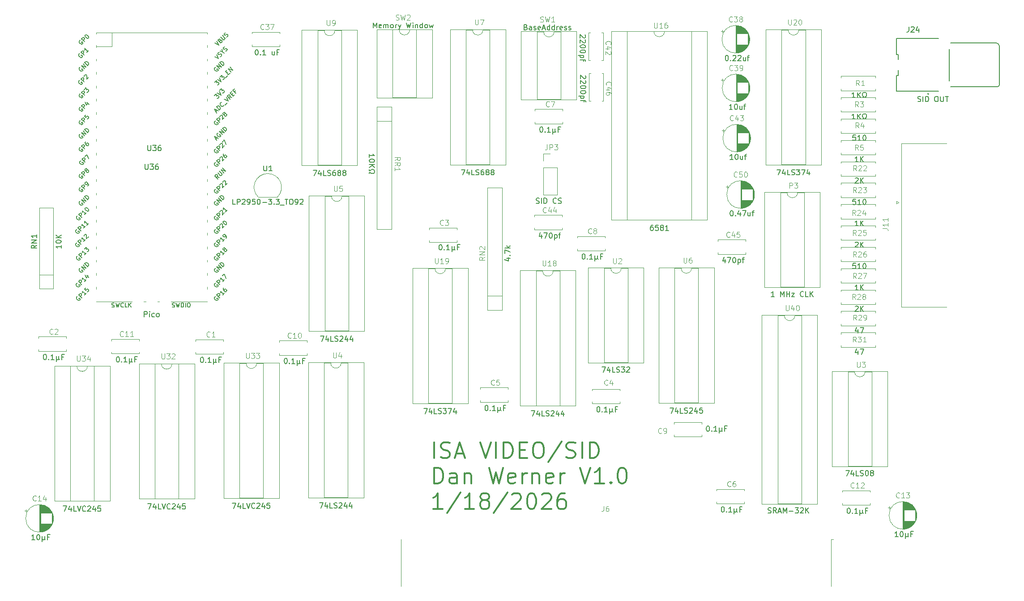
<source format=gbr>
%TF.GenerationSoftware,KiCad,Pcbnew,9.0.2*%
%TF.CreationDate,2026-01-18T17:28:16-06:00*%
%TF.ProjectId,video,76696465-6f2e-46b6-9963-61645f706362,V0.9*%
%TF.SameCoordinates,Original*%
%TF.FileFunction,Legend,Top*%
%TF.FilePolarity,Positive*%
%FSLAX46Y46*%
G04 Gerber Fmt 4.6, Leading zero omitted, Abs format (unit mm)*
G04 Created by KiCad (PCBNEW 9.0.2) date 2026-01-18 17:28:16*
%MOMM*%
%LPD*%
G01*
G04 APERTURE LIST*
%ADD10C,0.300000*%
%ADD11C,0.100000*%
%ADD12C,0.150000*%
%ADD13C,0.120000*%
%ADD14C,0.127000*%
%ADD15C,0.200000*%
G04 APERTURE END LIST*
D10*
X117721653Y-121982793D02*
X117721653Y-118982793D01*
X119007367Y-121839936D02*
X119435939Y-121982793D01*
X119435939Y-121982793D02*
X120150224Y-121982793D01*
X120150224Y-121982793D02*
X120435939Y-121839936D01*
X120435939Y-121839936D02*
X120578796Y-121697078D01*
X120578796Y-121697078D02*
X120721653Y-121411364D01*
X120721653Y-121411364D02*
X120721653Y-121125650D01*
X120721653Y-121125650D02*
X120578796Y-120839936D01*
X120578796Y-120839936D02*
X120435939Y-120697078D01*
X120435939Y-120697078D02*
X120150224Y-120554221D01*
X120150224Y-120554221D02*
X119578796Y-120411364D01*
X119578796Y-120411364D02*
X119293081Y-120268507D01*
X119293081Y-120268507D02*
X119150224Y-120125650D01*
X119150224Y-120125650D02*
X119007367Y-119839936D01*
X119007367Y-119839936D02*
X119007367Y-119554221D01*
X119007367Y-119554221D02*
X119150224Y-119268507D01*
X119150224Y-119268507D02*
X119293081Y-119125650D01*
X119293081Y-119125650D02*
X119578796Y-118982793D01*
X119578796Y-118982793D02*
X120293081Y-118982793D01*
X120293081Y-118982793D02*
X120721653Y-119125650D01*
X121864510Y-121125650D02*
X123293082Y-121125650D01*
X121578796Y-121982793D02*
X122578796Y-118982793D01*
X122578796Y-118982793D02*
X123578796Y-121982793D01*
X126435939Y-118982793D02*
X127435939Y-121982793D01*
X127435939Y-121982793D02*
X128435939Y-118982793D01*
X129435939Y-121982793D02*
X129435939Y-118982793D01*
X130864510Y-121982793D02*
X130864510Y-118982793D01*
X130864510Y-118982793D02*
X131578796Y-118982793D01*
X131578796Y-118982793D02*
X132007367Y-119125650D01*
X132007367Y-119125650D02*
X132293082Y-119411364D01*
X132293082Y-119411364D02*
X132435939Y-119697078D01*
X132435939Y-119697078D02*
X132578796Y-120268507D01*
X132578796Y-120268507D02*
X132578796Y-120697078D01*
X132578796Y-120697078D02*
X132435939Y-121268507D01*
X132435939Y-121268507D02*
X132293082Y-121554221D01*
X132293082Y-121554221D02*
X132007367Y-121839936D01*
X132007367Y-121839936D02*
X131578796Y-121982793D01*
X131578796Y-121982793D02*
X130864510Y-121982793D01*
X133864510Y-120411364D02*
X134864510Y-120411364D01*
X135293082Y-121982793D02*
X133864510Y-121982793D01*
X133864510Y-121982793D02*
X133864510Y-118982793D01*
X133864510Y-118982793D02*
X135293082Y-118982793D01*
X137150225Y-118982793D02*
X137721653Y-118982793D01*
X137721653Y-118982793D02*
X138007368Y-119125650D01*
X138007368Y-119125650D02*
X138293082Y-119411364D01*
X138293082Y-119411364D02*
X138435939Y-119982793D01*
X138435939Y-119982793D02*
X138435939Y-120982793D01*
X138435939Y-120982793D02*
X138293082Y-121554221D01*
X138293082Y-121554221D02*
X138007368Y-121839936D01*
X138007368Y-121839936D02*
X137721653Y-121982793D01*
X137721653Y-121982793D02*
X137150225Y-121982793D01*
X137150225Y-121982793D02*
X136864511Y-121839936D01*
X136864511Y-121839936D02*
X136578796Y-121554221D01*
X136578796Y-121554221D02*
X136435939Y-120982793D01*
X136435939Y-120982793D02*
X136435939Y-119982793D01*
X136435939Y-119982793D02*
X136578796Y-119411364D01*
X136578796Y-119411364D02*
X136864511Y-119125650D01*
X136864511Y-119125650D02*
X137150225Y-118982793D01*
X141864510Y-118839936D02*
X139293082Y-122697078D01*
X142721653Y-121839936D02*
X143150225Y-121982793D01*
X143150225Y-121982793D02*
X143864510Y-121982793D01*
X143864510Y-121982793D02*
X144150225Y-121839936D01*
X144150225Y-121839936D02*
X144293082Y-121697078D01*
X144293082Y-121697078D02*
X144435939Y-121411364D01*
X144435939Y-121411364D02*
X144435939Y-121125650D01*
X144435939Y-121125650D02*
X144293082Y-120839936D01*
X144293082Y-120839936D02*
X144150225Y-120697078D01*
X144150225Y-120697078D02*
X143864510Y-120554221D01*
X143864510Y-120554221D02*
X143293082Y-120411364D01*
X143293082Y-120411364D02*
X143007367Y-120268507D01*
X143007367Y-120268507D02*
X142864510Y-120125650D01*
X142864510Y-120125650D02*
X142721653Y-119839936D01*
X142721653Y-119839936D02*
X142721653Y-119554221D01*
X142721653Y-119554221D02*
X142864510Y-119268507D01*
X142864510Y-119268507D02*
X143007367Y-119125650D01*
X143007367Y-119125650D02*
X143293082Y-118982793D01*
X143293082Y-118982793D02*
X144007367Y-118982793D01*
X144007367Y-118982793D02*
X144435939Y-119125650D01*
X145721653Y-121982793D02*
X145721653Y-118982793D01*
X147150224Y-121982793D02*
X147150224Y-118982793D01*
X147150224Y-118982793D02*
X147864510Y-118982793D01*
X147864510Y-118982793D02*
X148293081Y-119125650D01*
X148293081Y-119125650D02*
X148578796Y-119411364D01*
X148578796Y-119411364D02*
X148721653Y-119697078D01*
X148721653Y-119697078D02*
X148864510Y-120268507D01*
X148864510Y-120268507D02*
X148864510Y-120697078D01*
X148864510Y-120697078D02*
X148721653Y-121268507D01*
X148721653Y-121268507D02*
X148578796Y-121554221D01*
X148578796Y-121554221D02*
X148293081Y-121839936D01*
X148293081Y-121839936D02*
X147864510Y-121982793D01*
X147864510Y-121982793D02*
X147150224Y-121982793D01*
X117721653Y-126812625D02*
X117721653Y-123812625D01*
X117721653Y-123812625D02*
X118435939Y-123812625D01*
X118435939Y-123812625D02*
X118864510Y-123955482D01*
X118864510Y-123955482D02*
X119150225Y-124241196D01*
X119150225Y-124241196D02*
X119293082Y-124526910D01*
X119293082Y-124526910D02*
X119435939Y-125098339D01*
X119435939Y-125098339D02*
X119435939Y-125526910D01*
X119435939Y-125526910D02*
X119293082Y-126098339D01*
X119293082Y-126098339D02*
X119150225Y-126384053D01*
X119150225Y-126384053D02*
X118864510Y-126669768D01*
X118864510Y-126669768D02*
X118435939Y-126812625D01*
X118435939Y-126812625D02*
X117721653Y-126812625D01*
X122007368Y-126812625D02*
X122007368Y-125241196D01*
X122007368Y-125241196D02*
X121864510Y-124955482D01*
X121864510Y-124955482D02*
X121578796Y-124812625D01*
X121578796Y-124812625D02*
X121007368Y-124812625D01*
X121007368Y-124812625D02*
X120721653Y-124955482D01*
X122007368Y-126669768D02*
X121721653Y-126812625D01*
X121721653Y-126812625D02*
X121007368Y-126812625D01*
X121007368Y-126812625D02*
X120721653Y-126669768D01*
X120721653Y-126669768D02*
X120578796Y-126384053D01*
X120578796Y-126384053D02*
X120578796Y-126098339D01*
X120578796Y-126098339D02*
X120721653Y-125812625D01*
X120721653Y-125812625D02*
X121007368Y-125669768D01*
X121007368Y-125669768D02*
X121721653Y-125669768D01*
X121721653Y-125669768D02*
X122007368Y-125526910D01*
X123435939Y-124812625D02*
X123435939Y-126812625D01*
X123435939Y-125098339D02*
X123578796Y-124955482D01*
X123578796Y-124955482D02*
X123864511Y-124812625D01*
X123864511Y-124812625D02*
X124293082Y-124812625D01*
X124293082Y-124812625D02*
X124578796Y-124955482D01*
X124578796Y-124955482D02*
X124721654Y-125241196D01*
X124721654Y-125241196D02*
X124721654Y-126812625D01*
X128150225Y-123812625D02*
X128864511Y-126812625D01*
X128864511Y-126812625D02*
X129435939Y-124669768D01*
X129435939Y-124669768D02*
X130007368Y-126812625D01*
X130007368Y-126812625D02*
X130721654Y-123812625D01*
X133007367Y-126669768D02*
X132721653Y-126812625D01*
X132721653Y-126812625D02*
X132150225Y-126812625D01*
X132150225Y-126812625D02*
X131864510Y-126669768D01*
X131864510Y-126669768D02*
X131721653Y-126384053D01*
X131721653Y-126384053D02*
X131721653Y-125241196D01*
X131721653Y-125241196D02*
X131864510Y-124955482D01*
X131864510Y-124955482D02*
X132150225Y-124812625D01*
X132150225Y-124812625D02*
X132721653Y-124812625D01*
X132721653Y-124812625D02*
X133007367Y-124955482D01*
X133007367Y-124955482D02*
X133150225Y-125241196D01*
X133150225Y-125241196D02*
X133150225Y-125526910D01*
X133150225Y-125526910D02*
X131721653Y-125812625D01*
X134435939Y-126812625D02*
X134435939Y-124812625D01*
X134435939Y-125384053D02*
X134578796Y-125098339D01*
X134578796Y-125098339D02*
X134721654Y-124955482D01*
X134721654Y-124955482D02*
X135007368Y-124812625D01*
X135007368Y-124812625D02*
X135293082Y-124812625D01*
X136293082Y-124812625D02*
X136293082Y-126812625D01*
X136293082Y-125098339D02*
X136435939Y-124955482D01*
X136435939Y-124955482D02*
X136721654Y-124812625D01*
X136721654Y-124812625D02*
X137150225Y-124812625D01*
X137150225Y-124812625D02*
X137435939Y-124955482D01*
X137435939Y-124955482D02*
X137578797Y-125241196D01*
X137578797Y-125241196D02*
X137578797Y-126812625D01*
X140150225Y-126669768D02*
X139864511Y-126812625D01*
X139864511Y-126812625D02*
X139293083Y-126812625D01*
X139293083Y-126812625D02*
X139007368Y-126669768D01*
X139007368Y-126669768D02*
X138864511Y-126384053D01*
X138864511Y-126384053D02*
X138864511Y-125241196D01*
X138864511Y-125241196D02*
X139007368Y-124955482D01*
X139007368Y-124955482D02*
X139293083Y-124812625D01*
X139293083Y-124812625D02*
X139864511Y-124812625D01*
X139864511Y-124812625D02*
X140150225Y-124955482D01*
X140150225Y-124955482D02*
X140293083Y-125241196D01*
X140293083Y-125241196D02*
X140293083Y-125526910D01*
X140293083Y-125526910D02*
X138864511Y-125812625D01*
X141578797Y-126812625D02*
X141578797Y-124812625D01*
X141578797Y-125384053D02*
X141721654Y-125098339D01*
X141721654Y-125098339D02*
X141864512Y-124955482D01*
X141864512Y-124955482D02*
X142150226Y-124812625D01*
X142150226Y-124812625D02*
X142435940Y-124812625D01*
X145293083Y-123812625D02*
X146293083Y-126812625D01*
X146293083Y-126812625D02*
X147293083Y-123812625D01*
X149864512Y-126812625D02*
X148150226Y-126812625D01*
X149007369Y-126812625D02*
X149007369Y-123812625D01*
X149007369Y-123812625D02*
X148721655Y-124241196D01*
X148721655Y-124241196D02*
X148435940Y-124526910D01*
X148435940Y-124526910D02*
X148150226Y-124669768D01*
X151150226Y-126526910D02*
X151293083Y-126669768D01*
X151293083Y-126669768D02*
X151150226Y-126812625D01*
X151150226Y-126812625D02*
X151007369Y-126669768D01*
X151007369Y-126669768D02*
X151150226Y-126526910D01*
X151150226Y-126526910D02*
X151150226Y-126812625D01*
X153150226Y-123812625D02*
X153435940Y-123812625D01*
X153435940Y-123812625D02*
X153721654Y-123955482D01*
X153721654Y-123955482D02*
X153864512Y-124098339D01*
X153864512Y-124098339D02*
X154007369Y-124384053D01*
X154007369Y-124384053D02*
X154150226Y-124955482D01*
X154150226Y-124955482D02*
X154150226Y-125669768D01*
X154150226Y-125669768D02*
X154007369Y-126241196D01*
X154007369Y-126241196D02*
X153864512Y-126526910D01*
X153864512Y-126526910D02*
X153721654Y-126669768D01*
X153721654Y-126669768D02*
X153435940Y-126812625D01*
X153435940Y-126812625D02*
X153150226Y-126812625D01*
X153150226Y-126812625D02*
X152864512Y-126669768D01*
X152864512Y-126669768D02*
X152721654Y-126526910D01*
X152721654Y-126526910D02*
X152578797Y-126241196D01*
X152578797Y-126241196D02*
X152435940Y-125669768D01*
X152435940Y-125669768D02*
X152435940Y-124955482D01*
X152435940Y-124955482D02*
X152578797Y-124384053D01*
X152578797Y-124384053D02*
X152721654Y-124098339D01*
X152721654Y-124098339D02*
X152864512Y-123955482D01*
X152864512Y-123955482D02*
X153150226Y-123812625D01*
X119293082Y-131642457D02*
X117578796Y-131642457D01*
X118435939Y-131642457D02*
X118435939Y-128642457D01*
X118435939Y-128642457D02*
X118150225Y-129071028D01*
X118150225Y-129071028D02*
X117864510Y-129356742D01*
X117864510Y-129356742D02*
X117578796Y-129499600D01*
X122721653Y-128499600D02*
X120150225Y-132356742D01*
X125293082Y-131642457D02*
X123578796Y-131642457D01*
X124435939Y-131642457D02*
X124435939Y-128642457D01*
X124435939Y-128642457D02*
X124150225Y-129071028D01*
X124150225Y-129071028D02*
X123864510Y-129356742D01*
X123864510Y-129356742D02*
X123578796Y-129499600D01*
X127007368Y-129928171D02*
X126721653Y-129785314D01*
X126721653Y-129785314D02*
X126578796Y-129642457D01*
X126578796Y-129642457D02*
X126435939Y-129356742D01*
X126435939Y-129356742D02*
X126435939Y-129213885D01*
X126435939Y-129213885D02*
X126578796Y-128928171D01*
X126578796Y-128928171D02*
X126721653Y-128785314D01*
X126721653Y-128785314D02*
X127007368Y-128642457D01*
X127007368Y-128642457D02*
X127578796Y-128642457D01*
X127578796Y-128642457D02*
X127864511Y-128785314D01*
X127864511Y-128785314D02*
X128007368Y-128928171D01*
X128007368Y-128928171D02*
X128150225Y-129213885D01*
X128150225Y-129213885D02*
X128150225Y-129356742D01*
X128150225Y-129356742D02*
X128007368Y-129642457D01*
X128007368Y-129642457D02*
X127864511Y-129785314D01*
X127864511Y-129785314D02*
X127578796Y-129928171D01*
X127578796Y-129928171D02*
X127007368Y-129928171D01*
X127007368Y-129928171D02*
X126721653Y-130071028D01*
X126721653Y-130071028D02*
X126578796Y-130213885D01*
X126578796Y-130213885D02*
X126435939Y-130499600D01*
X126435939Y-130499600D02*
X126435939Y-131071028D01*
X126435939Y-131071028D02*
X126578796Y-131356742D01*
X126578796Y-131356742D02*
X126721653Y-131499600D01*
X126721653Y-131499600D02*
X127007368Y-131642457D01*
X127007368Y-131642457D02*
X127578796Y-131642457D01*
X127578796Y-131642457D02*
X127864511Y-131499600D01*
X127864511Y-131499600D02*
X128007368Y-131356742D01*
X128007368Y-131356742D02*
X128150225Y-131071028D01*
X128150225Y-131071028D02*
X128150225Y-130499600D01*
X128150225Y-130499600D02*
X128007368Y-130213885D01*
X128007368Y-130213885D02*
X127864511Y-130071028D01*
X127864511Y-130071028D02*
X127578796Y-129928171D01*
X131578796Y-128499600D02*
X129007368Y-132356742D01*
X132435939Y-128928171D02*
X132578796Y-128785314D01*
X132578796Y-128785314D02*
X132864511Y-128642457D01*
X132864511Y-128642457D02*
X133578796Y-128642457D01*
X133578796Y-128642457D02*
X133864511Y-128785314D01*
X133864511Y-128785314D02*
X134007368Y-128928171D01*
X134007368Y-128928171D02*
X134150225Y-129213885D01*
X134150225Y-129213885D02*
X134150225Y-129499600D01*
X134150225Y-129499600D02*
X134007368Y-129928171D01*
X134007368Y-129928171D02*
X132293082Y-131642457D01*
X132293082Y-131642457D02*
X134150225Y-131642457D01*
X136007368Y-128642457D02*
X136293082Y-128642457D01*
X136293082Y-128642457D02*
X136578796Y-128785314D01*
X136578796Y-128785314D02*
X136721654Y-128928171D01*
X136721654Y-128928171D02*
X136864511Y-129213885D01*
X136864511Y-129213885D02*
X137007368Y-129785314D01*
X137007368Y-129785314D02*
X137007368Y-130499600D01*
X137007368Y-130499600D02*
X136864511Y-131071028D01*
X136864511Y-131071028D02*
X136721654Y-131356742D01*
X136721654Y-131356742D02*
X136578796Y-131499600D01*
X136578796Y-131499600D02*
X136293082Y-131642457D01*
X136293082Y-131642457D02*
X136007368Y-131642457D01*
X136007368Y-131642457D02*
X135721654Y-131499600D01*
X135721654Y-131499600D02*
X135578796Y-131356742D01*
X135578796Y-131356742D02*
X135435939Y-131071028D01*
X135435939Y-131071028D02*
X135293082Y-130499600D01*
X135293082Y-130499600D02*
X135293082Y-129785314D01*
X135293082Y-129785314D02*
X135435939Y-129213885D01*
X135435939Y-129213885D02*
X135578796Y-128928171D01*
X135578796Y-128928171D02*
X135721654Y-128785314D01*
X135721654Y-128785314D02*
X136007368Y-128642457D01*
X138150225Y-128928171D02*
X138293082Y-128785314D01*
X138293082Y-128785314D02*
X138578797Y-128642457D01*
X138578797Y-128642457D02*
X139293082Y-128642457D01*
X139293082Y-128642457D02*
X139578797Y-128785314D01*
X139578797Y-128785314D02*
X139721654Y-128928171D01*
X139721654Y-128928171D02*
X139864511Y-129213885D01*
X139864511Y-129213885D02*
X139864511Y-129499600D01*
X139864511Y-129499600D02*
X139721654Y-129928171D01*
X139721654Y-129928171D02*
X138007368Y-131642457D01*
X138007368Y-131642457D02*
X139864511Y-131642457D01*
X142435940Y-128642457D02*
X141864511Y-128642457D01*
X141864511Y-128642457D02*
X141578797Y-128785314D01*
X141578797Y-128785314D02*
X141435940Y-128928171D01*
X141435940Y-128928171D02*
X141150225Y-129356742D01*
X141150225Y-129356742D02*
X141007368Y-129928171D01*
X141007368Y-129928171D02*
X141007368Y-131071028D01*
X141007368Y-131071028D02*
X141150225Y-131356742D01*
X141150225Y-131356742D02*
X141293082Y-131499600D01*
X141293082Y-131499600D02*
X141578797Y-131642457D01*
X141578797Y-131642457D02*
X142150225Y-131642457D01*
X142150225Y-131642457D02*
X142435940Y-131499600D01*
X142435940Y-131499600D02*
X142578797Y-131356742D01*
X142578797Y-131356742D02*
X142721654Y-131071028D01*
X142721654Y-131071028D02*
X142721654Y-130356742D01*
X142721654Y-130356742D02*
X142578797Y-130071028D01*
X142578797Y-130071028D02*
X142435940Y-129928171D01*
X142435940Y-129928171D02*
X142150225Y-129785314D01*
X142150225Y-129785314D02*
X141578797Y-129785314D01*
X141578797Y-129785314D02*
X141293082Y-129928171D01*
X141293082Y-129928171D02*
X141150225Y-130071028D01*
X141150225Y-130071028D02*
X141007368Y-130356742D01*
D11*
X164928095Y-84019419D02*
X164928095Y-84828942D01*
X164928095Y-84828942D02*
X164975714Y-84924180D01*
X164975714Y-84924180D02*
X165023333Y-84971800D01*
X165023333Y-84971800D02*
X165118571Y-85019419D01*
X165118571Y-85019419D02*
X165309047Y-85019419D01*
X165309047Y-85019419D02*
X165404285Y-84971800D01*
X165404285Y-84971800D02*
X165451904Y-84924180D01*
X165451904Y-84924180D02*
X165499523Y-84828942D01*
X165499523Y-84828942D02*
X165499523Y-84019419D01*
X166404285Y-84019419D02*
X166213809Y-84019419D01*
X166213809Y-84019419D02*
X166118571Y-84067038D01*
X166118571Y-84067038D02*
X166070952Y-84114657D01*
X166070952Y-84114657D02*
X165975714Y-84257514D01*
X165975714Y-84257514D02*
X165928095Y-84447990D01*
X165928095Y-84447990D02*
X165928095Y-84828942D01*
X165928095Y-84828942D02*
X165975714Y-84924180D01*
X165975714Y-84924180D02*
X166023333Y-84971800D01*
X166023333Y-84971800D02*
X166118571Y-85019419D01*
X166118571Y-85019419D02*
X166309047Y-85019419D01*
X166309047Y-85019419D02*
X166404285Y-84971800D01*
X166404285Y-84971800D02*
X166451904Y-84924180D01*
X166451904Y-84924180D02*
X166499523Y-84828942D01*
X166499523Y-84828942D02*
X166499523Y-84590847D01*
X166499523Y-84590847D02*
X166451904Y-84495609D01*
X166451904Y-84495609D02*
X166404285Y-84447990D01*
X166404285Y-84447990D02*
X166309047Y-84400371D01*
X166309047Y-84400371D02*
X166118571Y-84400371D01*
X166118571Y-84400371D02*
X166023333Y-84447990D01*
X166023333Y-84447990D02*
X165975714Y-84495609D01*
X165975714Y-84495609D02*
X165928095Y-84590847D01*
D12*
X162316952Y-112464819D02*
X162983618Y-112464819D01*
X162983618Y-112464819D02*
X162555047Y-113464819D01*
X163793142Y-112798152D02*
X163793142Y-113464819D01*
X163555047Y-112417200D02*
X163316952Y-113131485D01*
X163316952Y-113131485D02*
X163935999Y-113131485D01*
X164793142Y-113464819D02*
X164316952Y-113464819D01*
X164316952Y-113464819D02*
X164316952Y-112464819D01*
X165078857Y-113417200D02*
X165221714Y-113464819D01*
X165221714Y-113464819D02*
X165459809Y-113464819D01*
X165459809Y-113464819D02*
X165555047Y-113417200D01*
X165555047Y-113417200D02*
X165602666Y-113369580D01*
X165602666Y-113369580D02*
X165650285Y-113274342D01*
X165650285Y-113274342D02*
X165650285Y-113179104D01*
X165650285Y-113179104D02*
X165602666Y-113083866D01*
X165602666Y-113083866D02*
X165555047Y-113036247D01*
X165555047Y-113036247D02*
X165459809Y-112988628D01*
X165459809Y-112988628D02*
X165269333Y-112941009D01*
X165269333Y-112941009D02*
X165174095Y-112893390D01*
X165174095Y-112893390D02*
X165126476Y-112845771D01*
X165126476Y-112845771D02*
X165078857Y-112750533D01*
X165078857Y-112750533D02*
X165078857Y-112655295D01*
X165078857Y-112655295D02*
X165126476Y-112560057D01*
X165126476Y-112560057D02*
X165174095Y-112512438D01*
X165174095Y-112512438D02*
X165269333Y-112464819D01*
X165269333Y-112464819D02*
X165507428Y-112464819D01*
X165507428Y-112464819D02*
X165650285Y-112512438D01*
X166031238Y-112560057D02*
X166078857Y-112512438D01*
X166078857Y-112512438D02*
X166174095Y-112464819D01*
X166174095Y-112464819D02*
X166412190Y-112464819D01*
X166412190Y-112464819D02*
X166507428Y-112512438D01*
X166507428Y-112512438D02*
X166555047Y-112560057D01*
X166555047Y-112560057D02*
X166602666Y-112655295D01*
X166602666Y-112655295D02*
X166602666Y-112750533D01*
X166602666Y-112750533D02*
X166555047Y-112893390D01*
X166555047Y-112893390D02*
X165983619Y-113464819D01*
X165983619Y-113464819D02*
X166602666Y-113464819D01*
X167459809Y-112798152D02*
X167459809Y-113464819D01*
X167221714Y-112417200D02*
X166983619Y-113131485D01*
X166983619Y-113131485D02*
X167602666Y-113131485D01*
X168459809Y-112464819D02*
X167983619Y-112464819D01*
X167983619Y-112464819D02*
X167936000Y-112941009D01*
X167936000Y-112941009D02*
X167983619Y-112893390D01*
X167983619Y-112893390D02*
X168078857Y-112845771D01*
X168078857Y-112845771D02*
X168316952Y-112845771D01*
X168316952Y-112845771D02*
X168412190Y-112893390D01*
X168412190Y-112893390D02*
X168459809Y-112941009D01*
X168459809Y-112941009D02*
X168507428Y-113036247D01*
X168507428Y-113036247D02*
X168507428Y-113274342D01*
X168507428Y-113274342D02*
X168459809Y-113369580D01*
X168459809Y-113369580D02*
X168412190Y-113417200D01*
X168412190Y-113417200D02*
X168316952Y-113464819D01*
X168316952Y-113464819D02*
X168078857Y-113464819D01*
X168078857Y-113464819D02*
X167983619Y-113417200D01*
X167983619Y-113417200D02*
X167936000Y-113369580D01*
D11*
X151596095Y-84141419D02*
X151596095Y-84950942D01*
X151596095Y-84950942D02*
X151643714Y-85046180D01*
X151643714Y-85046180D02*
X151691333Y-85093800D01*
X151691333Y-85093800D02*
X151786571Y-85141419D01*
X151786571Y-85141419D02*
X151977047Y-85141419D01*
X151977047Y-85141419D02*
X152072285Y-85093800D01*
X152072285Y-85093800D02*
X152119904Y-85046180D01*
X152119904Y-85046180D02*
X152167523Y-84950942D01*
X152167523Y-84950942D02*
X152167523Y-84141419D01*
X152596095Y-84236657D02*
X152643714Y-84189038D01*
X152643714Y-84189038D02*
X152738952Y-84141419D01*
X152738952Y-84141419D02*
X152977047Y-84141419D01*
X152977047Y-84141419D02*
X153072285Y-84189038D01*
X153072285Y-84189038D02*
X153119904Y-84236657D01*
X153119904Y-84236657D02*
X153167523Y-84331895D01*
X153167523Y-84331895D02*
X153167523Y-84427133D01*
X153167523Y-84427133D02*
X153119904Y-84569990D01*
X153119904Y-84569990D02*
X152548476Y-85141419D01*
X152548476Y-85141419D02*
X153167523Y-85141419D01*
D12*
X149461143Y-104712819D02*
X150127809Y-104712819D01*
X150127809Y-104712819D02*
X149699238Y-105712819D01*
X150937333Y-105046152D02*
X150937333Y-105712819D01*
X150699238Y-104665200D02*
X150461143Y-105379485D01*
X150461143Y-105379485D02*
X151080190Y-105379485D01*
X151937333Y-105712819D02*
X151461143Y-105712819D01*
X151461143Y-105712819D02*
X151461143Y-104712819D01*
X152223048Y-105665200D02*
X152365905Y-105712819D01*
X152365905Y-105712819D02*
X152604000Y-105712819D01*
X152604000Y-105712819D02*
X152699238Y-105665200D01*
X152699238Y-105665200D02*
X152746857Y-105617580D01*
X152746857Y-105617580D02*
X152794476Y-105522342D01*
X152794476Y-105522342D02*
X152794476Y-105427104D01*
X152794476Y-105427104D02*
X152746857Y-105331866D01*
X152746857Y-105331866D02*
X152699238Y-105284247D01*
X152699238Y-105284247D02*
X152604000Y-105236628D01*
X152604000Y-105236628D02*
X152413524Y-105189009D01*
X152413524Y-105189009D02*
X152318286Y-105141390D01*
X152318286Y-105141390D02*
X152270667Y-105093771D01*
X152270667Y-105093771D02*
X152223048Y-104998533D01*
X152223048Y-104998533D02*
X152223048Y-104903295D01*
X152223048Y-104903295D02*
X152270667Y-104808057D01*
X152270667Y-104808057D02*
X152318286Y-104760438D01*
X152318286Y-104760438D02*
X152413524Y-104712819D01*
X152413524Y-104712819D02*
X152651619Y-104712819D01*
X152651619Y-104712819D02*
X152794476Y-104760438D01*
X153127810Y-104712819D02*
X153746857Y-104712819D01*
X153746857Y-104712819D02*
X153413524Y-105093771D01*
X153413524Y-105093771D02*
X153556381Y-105093771D01*
X153556381Y-105093771D02*
X153651619Y-105141390D01*
X153651619Y-105141390D02*
X153699238Y-105189009D01*
X153699238Y-105189009D02*
X153746857Y-105284247D01*
X153746857Y-105284247D02*
X153746857Y-105522342D01*
X153746857Y-105522342D02*
X153699238Y-105617580D01*
X153699238Y-105617580D02*
X153651619Y-105665200D01*
X153651619Y-105665200D02*
X153556381Y-105712819D01*
X153556381Y-105712819D02*
X153270667Y-105712819D01*
X153270667Y-105712819D02*
X153175429Y-105665200D01*
X153175429Y-105665200D02*
X153127810Y-105617580D01*
X154127810Y-104808057D02*
X154175429Y-104760438D01*
X154175429Y-104760438D02*
X154270667Y-104712819D01*
X154270667Y-104712819D02*
X154508762Y-104712819D01*
X154508762Y-104712819D02*
X154604000Y-104760438D01*
X154604000Y-104760438D02*
X154651619Y-104808057D01*
X154651619Y-104808057D02*
X154699238Y-104903295D01*
X154699238Y-104903295D02*
X154699238Y-104998533D01*
X154699238Y-104998533D02*
X154651619Y-105141390D01*
X154651619Y-105141390D02*
X154080191Y-105712819D01*
X154080191Y-105712819D02*
X154699238Y-105712819D01*
D11*
X184255905Y-93039419D02*
X184255905Y-93848942D01*
X184255905Y-93848942D02*
X184303524Y-93944180D01*
X184303524Y-93944180D02*
X184351143Y-93991800D01*
X184351143Y-93991800D02*
X184446381Y-94039419D01*
X184446381Y-94039419D02*
X184636857Y-94039419D01*
X184636857Y-94039419D02*
X184732095Y-93991800D01*
X184732095Y-93991800D02*
X184779714Y-93944180D01*
X184779714Y-93944180D02*
X184827333Y-93848942D01*
X184827333Y-93848942D02*
X184827333Y-93039419D01*
X185732095Y-93372752D02*
X185732095Y-94039419D01*
X185494000Y-92991800D02*
X185255905Y-93706085D01*
X185255905Y-93706085D02*
X185874952Y-93706085D01*
X186446381Y-93039419D02*
X186541619Y-93039419D01*
X186541619Y-93039419D02*
X186636857Y-93087038D01*
X186636857Y-93087038D02*
X186684476Y-93134657D01*
X186684476Y-93134657D02*
X186732095Y-93229895D01*
X186732095Y-93229895D02*
X186779714Y-93420371D01*
X186779714Y-93420371D02*
X186779714Y-93658466D01*
X186779714Y-93658466D02*
X186732095Y-93848942D01*
X186732095Y-93848942D02*
X186684476Y-93944180D01*
X186684476Y-93944180D02*
X186636857Y-93991800D01*
X186636857Y-93991800D02*
X186541619Y-94039419D01*
X186541619Y-94039419D02*
X186446381Y-94039419D01*
X186446381Y-94039419D02*
X186351143Y-93991800D01*
X186351143Y-93991800D02*
X186303524Y-93944180D01*
X186303524Y-93944180D02*
X186255905Y-93848942D01*
X186255905Y-93848942D02*
X186208286Y-93658466D01*
X186208286Y-93658466D02*
X186208286Y-93420371D01*
X186208286Y-93420371D02*
X186255905Y-93229895D01*
X186255905Y-93229895D02*
X186303524Y-93134657D01*
X186303524Y-93134657D02*
X186351143Y-93087038D01*
X186351143Y-93087038D02*
X186446381Y-93039419D01*
D12*
X180874857Y-132343200D02*
X181017714Y-132390819D01*
X181017714Y-132390819D02*
X181255809Y-132390819D01*
X181255809Y-132390819D02*
X181351047Y-132343200D01*
X181351047Y-132343200D02*
X181398666Y-132295580D01*
X181398666Y-132295580D02*
X181446285Y-132200342D01*
X181446285Y-132200342D02*
X181446285Y-132105104D01*
X181446285Y-132105104D02*
X181398666Y-132009866D01*
X181398666Y-132009866D02*
X181351047Y-131962247D01*
X181351047Y-131962247D02*
X181255809Y-131914628D01*
X181255809Y-131914628D02*
X181065333Y-131867009D01*
X181065333Y-131867009D02*
X180970095Y-131819390D01*
X180970095Y-131819390D02*
X180922476Y-131771771D01*
X180922476Y-131771771D02*
X180874857Y-131676533D01*
X180874857Y-131676533D02*
X180874857Y-131581295D01*
X180874857Y-131581295D02*
X180922476Y-131486057D01*
X180922476Y-131486057D02*
X180970095Y-131438438D01*
X180970095Y-131438438D02*
X181065333Y-131390819D01*
X181065333Y-131390819D02*
X181303428Y-131390819D01*
X181303428Y-131390819D02*
X181446285Y-131438438D01*
X182446285Y-132390819D02*
X182112952Y-131914628D01*
X181874857Y-132390819D02*
X181874857Y-131390819D01*
X181874857Y-131390819D02*
X182255809Y-131390819D01*
X182255809Y-131390819D02*
X182351047Y-131438438D01*
X182351047Y-131438438D02*
X182398666Y-131486057D01*
X182398666Y-131486057D02*
X182446285Y-131581295D01*
X182446285Y-131581295D02*
X182446285Y-131724152D01*
X182446285Y-131724152D02*
X182398666Y-131819390D01*
X182398666Y-131819390D02*
X182351047Y-131867009D01*
X182351047Y-131867009D02*
X182255809Y-131914628D01*
X182255809Y-131914628D02*
X181874857Y-131914628D01*
X182827238Y-132105104D02*
X183303428Y-132105104D01*
X182732000Y-132390819D02*
X183065333Y-131390819D01*
X183065333Y-131390819D02*
X183398666Y-132390819D01*
X183732000Y-132390819D02*
X183732000Y-131390819D01*
X183732000Y-131390819D02*
X184065333Y-132105104D01*
X184065333Y-132105104D02*
X184398666Y-131390819D01*
X184398666Y-131390819D02*
X184398666Y-132390819D01*
X184874857Y-132009866D02*
X185636762Y-132009866D01*
X186017714Y-131390819D02*
X186636761Y-131390819D01*
X186636761Y-131390819D02*
X186303428Y-131771771D01*
X186303428Y-131771771D02*
X186446285Y-131771771D01*
X186446285Y-131771771D02*
X186541523Y-131819390D01*
X186541523Y-131819390D02*
X186589142Y-131867009D01*
X186589142Y-131867009D02*
X186636761Y-131962247D01*
X186636761Y-131962247D02*
X186636761Y-132200342D01*
X186636761Y-132200342D02*
X186589142Y-132295580D01*
X186589142Y-132295580D02*
X186541523Y-132343200D01*
X186541523Y-132343200D02*
X186446285Y-132390819D01*
X186446285Y-132390819D02*
X186160571Y-132390819D01*
X186160571Y-132390819D02*
X186065333Y-132343200D01*
X186065333Y-132343200D02*
X186017714Y-132295580D01*
X187017714Y-131486057D02*
X187065333Y-131438438D01*
X187065333Y-131438438D02*
X187160571Y-131390819D01*
X187160571Y-131390819D02*
X187398666Y-131390819D01*
X187398666Y-131390819D02*
X187493904Y-131438438D01*
X187493904Y-131438438D02*
X187541523Y-131486057D01*
X187541523Y-131486057D02*
X187589142Y-131581295D01*
X187589142Y-131581295D02*
X187589142Y-131676533D01*
X187589142Y-131676533D02*
X187541523Y-131819390D01*
X187541523Y-131819390D02*
X186970095Y-132390819D01*
X186970095Y-132390819D02*
X187589142Y-132390819D01*
X188017714Y-132390819D02*
X188017714Y-131390819D01*
X188589142Y-132390819D02*
X188160571Y-131819390D01*
X188589142Y-131390819D02*
X188017714Y-131962247D01*
D11*
X98798095Y-70409419D02*
X98798095Y-71218942D01*
X98798095Y-71218942D02*
X98845714Y-71314180D01*
X98845714Y-71314180D02*
X98893333Y-71361800D01*
X98893333Y-71361800D02*
X98988571Y-71409419D01*
X98988571Y-71409419D02*
X99179047Y-71409419D01*
X99179047Y-71409419D02*
X99274285Y-71361800D01*
X99274285Y-71361800D02*
X99321904Y-71314180D01*
X99321904Y-71314180D02*
X99369523Y-71218942D01*
X99369523Y-71218942D02*
X99369523Y-70409419D01*
X100321904Y-70409419D02*
X99845714Y-70409419D01*
X99845714Y-70409419D02*
X99798095Y-70885609D01*
X99798095Y-70885609D02*
X99845714Y-70837990D01*
X99845714Y-70837990D02*
X99940952Y-70790371D01*
X99940952Y-70790371D02*
X100179047Y-70790371D01*
X100179047Y-70790371D02*
X100274285Y-70837990D01*
X100274285Y-70837990D02*
X100321904Y-70885609D01*
X100321904Y-70885609D02*
X100369523Y-70980847D01*
X100369523Y-70980847D02*
X100369523Y-71218942D01*
X100369523Y-71218942D02*
X100321904Y-71314180D01*
X100321904Y-71314180D02*
X100274285Y-71361800D01*
X100274285Y-71361800D02*
X100179047Y-71409419D01*
X100179047Y-71409419D02*
X99940952Y-71409419D01*
X99940952Y-71409419D02*
X99845714Y-71361800D01*
X99845714Y-71361800D02*
X99798095Y-71314180D01*
D12*
X96186952Y-98854819D02*
X96853618Y-98854819D01*
X96853618Y-98854819D02*
X96425047Y-99854819D01*
X97663142Y-99188152D02*
X97663142Y-99854819D01*
X97425047Y-98807200D02*
X97186952Y-99521485D01*
X97186952Y-99521485D02*
X97805999Y-99521485D01*
X98663142Y-99854819D02*
X98186952Y-99854819D01*
X98186952Y-99854819D02*
X98186952Y-98854819D01*
X98948857Y-99807200D02*
X99091714Y-99854819D01*
X99091714Y-99854819D02*
X99329809Y-99854819D01*
X99329809Y-99854819D02*
X99425047Y-99807200D01*
X99425047Y-99807200D02*
X99472666Y-99759580D01*
X99472666Y-99759580D02*
X99520285Y-99664342D01*
X99520285Y-99664342D02*
X99520285Y-99569104D01*
X99520285Y-99569104D02*
X99472666Y-99473866D01*
X99472666Y-99473866D02*
X99425047Y-99426247D01*
X99425047Y-99426247D02*
X99329809Y-99378628D01*
X99329809Y-99378628D02*
X99139333Y-99331009D01*
X99139333Y-99331009D02*
X99044095Y-99283390D01*
X99044095Y-99283390D02*
X98996476Y-99235771D01*
X98996476Y-99235771D02*
X98948857Y-99140533D01*
X98948857Y-99140533D02*
X98948857Y-99045295D01*
X98948857Y-99045295D02*
X98996476Y-98950057D01*
X98996476Y-98950057D02*
X99044095Y-98902438D01*
X99044095Y-98902438D02*
X99139333Y-98854819D01*
X99139333Y-98854819D02*
X99377428Y-98854819D01*
X99377428Y-98854819D02*
X99520285Y-98902438D01*
X99901238Y-98950057D02*
X99948857Y-98902438D01*
X99948857Y-98902438D02*
X100044095Y-98854819D01*
X100044095Y-98854819D02*
X100282190Y-98854819D01*
X100282190Y-98854819D02*
X100377428Y-98902438D01*
X100377428Y-98902438D02*
X100425047Y-98950057D01*
X100425047Y-98950057D02*
X100472666Y-99045295D01*
X100472666Y-99045295D02*
X100472666Y-99140533D01*
X100472666Y-99140533D02*
X100425047Y-99283390D01*
X100425047Y-99283390D02*
X99853619Y-99854819D01*
X99853619Y-99854819D02*
X100472666Y-99854819D01*
X101329809Y-99188152D02*
X101329809Y-99854819D01*
X101091714Y-98807200D02*
X100853619Y-99521485D01*
X100853619Y-99521485D02*
X101472666Y-99521485D01*
X102282190Y-99188152D02*
X102282190Y-99854819D01*
X102044095Y-98807200D02*
X101806000Y-99521485D01*
X101806000Y-99521485D02*
X102425047Y-99521485D01*
D11*
X98638095Y-101989419D02*
X98638095Y-102798942D01*
X98638095Y-102798942D02*
X98685714Y-102894180D01*
X98685714Y-102894180D02*
X98733333Y-102941800D01*
X98733333Y-102941800D02*
X98828571Y-102989419D01*
X98828571Y-102989419D02*
X99019047Y-102989419D01*
X99019047Y-102989419D02*
X99114285Y-102941800D01*
X99114285Y-102941800D02*
X99161904Y-102894180D01*
X99161904Y-102894180D02*
X99209523Y-102798942D01*
X99209523Y-102798942D02*
X99209523Y-101989419D01*
X100114285Y-102322752D02*
X100114285Y-102989419D01*
X99876190Y-101941800D02*
X99638095Y-102656085D01*
X99638095Y-102656085D02*
X100257142Y-102656085D01*
D12*
X96026952Y-130434819D02*
X96693618Y-130434819D01*
X96693618Y-130434819D02*
X96265047Y-131434819D01*
X97503142Y-130768152D02*
X97503142Y-131434819D01*
X97265047Y-130387200D02*
X97026952Y-131101485D01*
X97026952Y-131101485D02*
X97645999Y-131101485D01*
X98503142Y-131434819D02*
X98026952Y-131434819D01*
X98026952Y-131434819D02*
X98026952Y-130434819D01*
X98788857Y-131387200D02*
X98931714Y-131434819D01*
X98931714Y-131434819D02*
X99169809Y-131434819D01*
X99169809Y-131434819D02*
X99265047Y-131387200D01*
X99265047Y-131387200D02*
X99312666Y-131339580D01*
X99312666Y-131339580D02*
X99360285Y-131244342D01*
X99360285Y-131244342D02*
X99360285Y-131149104D01*
X99360285Y-131149104D02*
X99312666Y-131053866D01*
X99312666Y-131053866D02*
X99265047Y-131006247D01*
X99265047Y-131006247D02*
X99169809Y-130958628D01*
X99169809Y-130958628D02*
X98979333Y-130911009D01*
X98979333Y-130911009D02*
X98884095Y-130863390D01*
X98884095Y-130863390D02*
X98836476Y-130815771D01*
X98836476Y-130815771D02*
X98788857Y-130720533D01*
X98788857Y-130720533D02*
X98788857Y-130625295D01*
X98788857Y-130625295D02*
X98836476Y-130530057D01*
X98836476Y-130530057D02*
X98884095Y-130482438D01*
X98884095Y-130482438D02*
X98979333Y-130434819D01*
X98979333Y-130434819D02*
X99217428Y-130434819D01*
X99217428Y-130434819D02*
X99360285Y-130482438D01*
X99741238Y-130530057D02*
X99788857Y-130482438D01*
X99788857Y-130482438D02*
X99884095Y-130434819D01*
X99884095Y-130434819D02*
X100122190Y-130434819D01*
X100122190Y-130434819D02*
X100217428Y-130482438D01*
X100217428Y-130482438D02*
X100265047Y-130530057D01*
X100265047Y-130530057D02*
X100312666Y-130625295D01*
X100312666Y-130625295D02*
X100312666Y-130720533D01*
X100312666Y-130720533D02*
X100265047Y-130863390D01*
X100265047Y-130863390D02*
X99693619Y-131434819D01*
X99693619Y-131434819D02*
X100312666Y-131434819D01*
X101169809Y-130768152D02*
X101169809Y-131434819D01*
X100931714Y-130387200D02*
X100693619Y-131101485D01*
X100693619Y-131101485D02*
X101312666Y-131101485D01*
X102122190Y-130768152D02*
X102122190Y-131434819D01*
X101884095Y-130387200D02*
X101646000Y-131101485D01*
X101646000Y-131101485D02*
X102265047Y-131101485D01*
D11*
X97438095Y-39009419D02*
X97438095Y-39818942D01*
X97438095Y-39818942D02*
X97485714Y-39914180D01*
X97485714Y-39914180D02*
X97533333Y-39961800D01*
X97533333Y-39961800D02*
X97628571Y-40009419D01*
X97628571Y-40009419D02*
X97819047Y-40009419D01*
X97819047Y-40009419D02*
X97914285Y-39961800D01*
X97914285Y-39961800D02*
X97961904Y-39914180D01*
X97961904Y-39914180D02*
X98009523Y-39818942D01*
X98009523Y-39818942D02*
X98009523Y-39009419D01*
X98533333Y-40009419D02*
X98723809Y-40009419D01*
X98723809Y-40009419D02*
X98819047Y-39961800D01*
X98819047Y-39961800D02*
X98866666Y-39914180D01*
X98866666Y-39914180D02*
X98961904Y-39771323D01*
X98961904Y-39771323D02*
X99009523Y-39580847D01*
X99009523Y-39580847D02*
X99009523Y-39199895D01*
X99009523Y-39199895D02*
X98961904Y-39104657D01*
X98961904Y-39104657D02*
X98914285Y-39057038D01*
X98914285Y-39057038D02*
X98819047Y-39009419D01*
X98819047Y-39009419D02*
X98628571Y-39009419D01*
X98628571Y-39009419D02*
X98533333Y-39057038D01*
X98533333Y-39057038D02*
X98485714Y-39104657D01*
X98485714Y-39104657D02*
X98438095Y-39199895D01*
X98438095Y-39199895D02*
X98438095Y-39437990D01*
X98438095Y-39437990D02*
X98485714Y-39533228D01*
X98485714Y-39533228D02*
X98533333Y-39580847D01*
X98533333Y-39580847D02*
X98628571Y-39628466D01*
X98628571Y-39628466D02*
X98819047Y-39628466D01*
X98819047Y-39628466D02*
X98914285Y-39580847D01*
X98914285Y-39580847D02*
X98961904Y-39533228D01*
X98961904Y-39533228D02*
X99009523Y-39437990D01*
D12*
X94826952Y-67454819D02*
X95493618Y-67454819D01*
X95493618Y-67454819D02*
X95065047Y-68454819D01*
X96303142Y-67788152D02*
X96303142Y-68454819D01*
X96065047Y-67407200D02*
X95826952Y-68121485D01*
X95826952Y-68121485D02*
X96445999Y-68121485D01*
X97303142Y-68454819D02*
X96826952Y-68454819D01*
X96826952Y-68454819D02*
X96826952Y-67454819D01*
X97588857Y-68407200D02*
X97731714Y-68454819D01*
X97731714Y-68454819D02*
X97969809Y-68454819D01*
X97969809Y-68454819D02*
X98065047Y-68407200D01*
X98065047Y-68407200D02*
X98112666Y-68359580D01*
X98112666Y-68359580D02*
X98160285Y-68264342D01*
X98160285Y-68264342D02*
X98160285Y-68169104D01*
X98160285Y-68169104D02*
X98112666Y-68073866D01*
X98112666Y-68073866D02*
X98065047Y-68026247D01*
X98065047Y-68026247D02*
X97969809Y-67978628D01*
X97969809Y-67978628D02*
X97779333Y-67931009D01*
X97779333Y-67931009D02*
X97684095Y-67883390D01*
X97684095Y-67883390D02*
X97636476Y-67835771D01*
X97636476Y-67835771D02*
X97588857Y-67740533D01*
X97588857Y-67740533D02*
X97588857Y-67645295D01*
X97588857Y-67645295D02*
X97636476Y-67550057D01*
X97636476Y-67550057D02*
X97684095Y-67502438D01*
X97684095Y-67502438D02*
X97779333Y-67454819D01*
X97779333Y-67454819D02*
X98017428Y-67454819D01*
X98017428Y-67454819D02*
X98160285Y-67502438D01*
X99017428Y-67454819D02*
X98826952Y-67454819D01*
X98826952Y-67454819D02*
X98731714Y-67502438D01*
X98731714Y-67502438D02*
X98684095Y-67550057D01*
X98684095Y-67550057D02*
X98588857Y-67692914D01*
X98588857Y-67692914D02*
X98541238Y-67883390D01*
X98541238Y-67883390D02*
X98541238Y-68264342D01*
X98541238Y-68264342D02*
X98588857Y-68359580D01*
X98588857Y-68359580D02*
X98636476Y-68407200D01*
X98636476Y-68407200D02*
X98731714Y-68454819D01*
X98731714Y-68454819D02*
X98922190Y-68454819D01*
X98922190Y-68454819D02*
X99017428Y-68407200D01*
X99017428Y-68407200D02*
X99065047Y-68359580D01*
X99065047Y-68359580D02*
X99112666Y-68264342D01*
X99112666Y-68264342D02*
X99112666Y-68026247D01*
X99112666Y-68026247D02*
X99065047Y-67931009D01*
X99065047Y-67931009D02*
X99017428Y-67883390D01*
X99017428Y-67883390D02*
X98922190Y-67835771D01*
X98922190Y-67835771D02*
X98731714Y-67835771D01*
X98731714Y-67835771D02*
X98636476Y-67883390D01*
X98636476Y-67883390D02*
X98588857Y-67931009D01*
X98588857Y-67931009D02*
X98541238Y-68026247D01*
X99684095Y-67883390D02*
X99588857Y-67835771D01*
X99588857Y-67835771D02*
X99541238Y-67788152D01*
X99541238Y-67788152D02*
X99493619Y-67692914D01*
X99493619Y-67692914D02*
X99493619Y-67645295D01*
X99493619Y-67645295D02*
X99541238Y-67550057D01*
X99541238Y-67550057D02*
X99588857Y-67502438D01*
X99588857Y-67502438D02*
X99684095Y-67454819D01*
X99684095Y-67454819D02*
X99874571Y-67454819D01*
X99874571Y-67454819D02*
X99969809Y-67502438D01*
X99969809Y-67502438D02*
X100017428Y-67550057D01*
X100017428Y-67550057D02*
X100065047Y-67645295D01*
X100065047Y-67645295D02*
X100065047Y-67692914D01*
X100065047Y-67692914D02*
X100017428Y-67788152D01*
X100017428Y-67788152D02*
X99969809Y-67835771D01*
X99969809Y-67835771D02*
X99874571Y-67883390D01*
X99874571Y-67883390D02*
X99684095Y-67883390D01*
X99684095Y-67883390D02*
X99588857Y-67931009D01*
X99588857Y-67931009D02*
X99541238Y-67978628D01*
X99541238Y-67978628D02*
X99493619Y-68073866D01*
X99493619Y-68073866D02*
X99493619Y-68264342D01*
X99493619Y-68264342D02*
X99541238Y-68359580D01*
X99541238Y-68359580D02*
X99588857Y-68407200D01*
X99588857Y-68407200D02*
X99684095Y-68454819D01*
X99684095Y-68454819D02*
X99874571Y-68454819D01*
X99874571Y-68454819D02*
X99969809Y-68407200D01*
X99969809Y-68407200D02*
X100017428Y-68359580D01*
X100017428Y-68359580D02*
X100065047Y-68264342D01*
X100065047Y-68264342D02*
X100065047Y-68073866D01*
X100065047Y-68073866D02*
X100017428Y-67978628D01*
X100017428Y-67978628D02*
X99969809Y-67931009D01*
X99969809Y-67931009D02*
X99874571Y-67883390D01*
X100636476Y-67883390D02*
X100541238Y-67835771D01*
X100541238Y-67835771D02*
X100493619Y-67788152D01*
X100493619Y-67788152D02*
X100446000Y-67692914D01*
X100446000Y-67692914D02*
X100446000Y-67645295D01*
X100446000Y-67645295D02*
X100493619Y-67550057D01*
X100493619Y-67550057D02*
X100541238Y-67502438D01*
X100541238Y-67502438D02*
X100636476Y-67454819D01*
X100636476Y-67454819D02*
X100826952Y-67454819D01*
X100826952Y-67454819D02*
X100922190Y-67502438D01*
X100922190Y-67502438D02*
X100969809Y-67550057D01*
X100969809Y-67550057D02*
X101017428Y-67645295D01*
X101017428Y-67645295D02*
X101017428Y-67692914D01*
X101017428Y-67692914D02*
X100969809Y-67788152D01*
X100969809Y-67788152D02*
X100922190Y-67835771D01*
X100922190Y-67835771D02*
X100826952Y-67883390D01*
X100826952Y-67883390D02*
X100636476Y-67883390D01*
X100636476Y-67883390D02*
X100541238Y-67931009D01*
X100541238Y-67931009D02*
X100493619Y-67978628D01*
X100493619Y-67978628D02*
X100446000Y-68073866D01*
X100446000Y-68073866D02*
X100446000Y-68264342D01*
X100446000Y-68264342D02*
X100493619Y-68359580D01*
X100493619Y-68359580D02*
X100541238Y-68407200D01*
X100541238Y-68407200D02*
X100636476Y-68454819D01*
X100636476Y-68454819D02*
X100826952Y-68454819D01*
X100826952Y-68454819D02*
X100922190Y-68407200D01*
X100922190Y-68407200D02*
X100969809Y-68359580D01*
X100969809Y-68359580D02*
X101017428Y-68264342D01*
X101017428Y-68264342D02*
X101017428Y-68073866D01*
X101017428Y-68073866D02*
X100969809Y-67978628D01*
X100969809Y-67978628D02*
X100922190Y-67931009D01*
X100922190Y-67931009D02*
X100826952Y-67883390D01*
D11*
X159351905Y-39493419D02*
X159351905Y-40302942D01*
X159351905Y-40302942D02*
X159399524Y-40398180D01*
X159399524Y-40398180D02*
X159447143Y-40445800D01*
X159447143Y-40445800D02*
X159542381Y-40493419D01*
X159542381Y-40493419D02*
X159732857Y-40493419D01*
X159732857Y-40493419D02*
X159828095Y-40445800D01*
X159828095Y-40445800D02*
X159875714Y-40398180D01*
X159875714Y-40398180D02*
X159923333Y-40302942D01*
X159923333Y-40302942D02*
X159923333Y-39493419D01*
X160923333Y-40493419D02*
X160351905Y-40493419D01*
X160637619Y-40493419D02*
X160637619Y-39493419D01*
X160637619Y-39493419D02*
X160542381Y-39636276D01*
X160542381Y-39636276D02*
X160447143Y-39731514D01*
X160447143Y-39731514D02*
X160351905Y-39779133D01*
X161780476Y-39493419D02*
X161590000Y-39493419D01*
X161590000Y-39493419D02*
X161494762Y-39541038D01*
X161494762Y-39541038D02*
X161447143Y-39588657D01*
X161447143Y-39588657D02*
X161351905Y-39731514D01*
X161351905Y-39731514D02*
X161304286Y-39921990D01*
X161304286Y-39921990D02*
X161304286Y-40302942D01*
X161304286Y-40302942D02*
X161351905Y-40398180D01*
X161351905Y-40398180D02*
X161399524Y-40445800D01*
X161399524Y-40445800D02*
X161494762Y-40493419D01*
X161494762Y-40493419D02*
X161685238Y-40493419D01*
X161685238Y-40493419D02*
X161780476Y-40445800D01*
X161780476Y-40445800D02*
X161828095Y-40398180D01*
X161828095Y-40398180D02*
X161875714Y-40302942D01*
X161875714Y-40302942D02*
X161875714Y-40064847D01*
X161875714Y-40064847D02*
X161828095Y-39969609D01*
X161828095Y-39969609D02*
X161780476Y-39921990D01*
X161780476Y-39921990D02*
X161685238Y-39874371D01*
X161685238Y-39874371D02*
X161494762Y-39874371D01*
X161494762Y-39874371D02*
X161399524Y-39921990D01*
X161399524Y-39921990D02*
X161351905Y-39969609D01*
X161351905Y-39969609D02*
X161304286Y-40064847D01*
D12*
X159097904Y-77844819D02*
X158907428Y-77844819D01*
X158907428Y-77844819D02*
X158812190Y-77892438D01*
X158812190Y-77892438D02*
X158764571Y-77940057D01*
X158764571Y-77940057D02*
X158669333Y-78082914D01*
X158669333Y-78082914D02*
X158621714Y-78273390D01*
X158621714Y-78273390D02*
X158621714Y-78654342D01*
X158621714Y-78654342D02*
X158669333Y-78749580D01*
X158669333Y-78749580D02*
X158716952Y-78797200D01*
X158716952Y-78797200D02*
X158812190Y-78844819D01*
X158812190Y-78844819D02*
X159002666Y-78844819D01*
X159002666Y-78844819D02*
X159097904Y-78797200D01*
X159097904Y-78797200D02*
X159145523Y-78749580D01*
X159145523Y-78749580D02*
X159193142Y-78654342D01*
X159193142Y-78654342D02*
X159193142Y-78416247D01*
X159193142Y-78416247D02*
X159145523Y-78321009D01*
X159145523Y-78321009D02*
X159097904Y-78273390D01*
X159097904Y-78273390D02*
X159002666Y-78225771D01*
X159002666Y-78225771D02*
X158812190Y-78225771D01*
X158812190Y-78225771D02*
X158716952Y-78273390D01*
X158716952Y-78273390D02*
X158669333Y-78321009D01*
X158669333Y-78321009D02*
X158621714Y-78416247D01*
X160097904Y-77844819D02*
X159621714Y-77844819D01*
X159621714Y-77844819D02*
X159574095Y-78321009D01*
X159574095Y-78321009D02*
X159621714Y-78273390D01*
X159621714Y-78273390D02*
X159716952Y-78225771D01*
X159716952Y-78225771D02*
X159955047Y-78225771D01*
X159955047Y-78225771D02*
X160050285Y-78273390D01*
X160050285Y-78273390D02*
X160097904Y-78321009D01*
X160097904Y-78321009D02*
X160145523Y-78416247D01*
X160145523Y-78416247D02*
X160145523Y-78654342D01*
X160145523Y-78654342D02*
X160097904Y-78749580D01*
X160097904Y-78749580D02*
X160050285Y-78797200D01*
X160050285Y-78797200D02*
X159955047Y-78844819D01*
X159955047Y-78844819D02*
X159716952Y-78844819D01*
X159716952Y-78844819D02*
X159621714Y-78797200D01*
X159621714Y-78797200D02*
X159574095Y-78749580D01*
X160716952Y-78273390D02*
X160621714Y-78225771D01*
X160621714Y-78225771D02*
X160574095Y-78178152D01*
X160574095Y-78178152D02*
X160526476Y-78082914D01*
X160526476Y-78082914D02*
X160526476Y-78035295D01*
X160526476Y-78035295D02*
X160574095Y-77940057D01*
X160574095Y-77940057D02*
X160621714Y-77892438D01*
X160621714Y-77892438D02*
X160716952Y-77844819D01*
X160716952Y-77844819D02*
X160907428Y-77844819D01*
X160907428Y-77844819D02*
X161002666Y-77892438D01*
X161002666Y-77892438D02*
X161050285Y-77940057D01*
X161050285Y-77940057D02*
X161097904Y-78035295D01*
X161097904Y-78035295D02*
X161097904Y-78082914D01*
X161097904Y-78082914D02*
X161050285Y-78178152D01*
X161050285Y-78178152D02*
X161002666Y-78225771D01*
X161002666Y-78225771D02*
X160907428Y-78273390D01*
X160907428Y-78273390D02*
X160716952Y-78273390D01*
X160716952Y-78273390D02*
X160621714Y-78321009D01*
X160621714Y-78321009D02*
X160574095Y-78368628D01*
X160574095Y-78368628D02*
X160526476Y-78463866D01*
X160526476Y-78463866D02*
X160526476Y-78654342D01*
X160526476Y-78654342D02*
X160574095Y-78749580D01*
X160574095Y-78749580D02*
X160621714Y-78797200D01*
X160621714Y-78797200D02*
X160716952Y-78844819D01*
X160716952Y-78844819D02*
X160907428Y-78844819D01*
X160907428Y-78844819D02*
X161002666Y-78797200D01*
X161002666Y-78797200D02*
X161050285Y-78749580D01*
X161050285Y-78749580D02*
X161097904Y-78654342D01*
X161097904Y-78654342D02*
X161097904Y-78463866D01*
X161097904Y-78463866D02*
X161050285Y-78368628D01*
X161050285Y-78368628D02*
X161002666Y-78321009D01*
X161002666Y-78321009D02*
X160907428Y-78273390D01*
X162050285Y-78844819D02*
X161478857Y-78844819D01*
X161764571Y-78844819D02*
X161764571Y-77844819D01*
X161764571Y-77844819D02*
X161669333Y-77987676D01*
X161669333Y-77987676D02*
X161574095Y-78082914D01*
X161574095Y-78082914D02*
X161478857Y-78130533D01*
X85492095Y-66564819D02*
X85492095Y-67374342D01*
X85492095Y-67374342D02*
X85539714Y-67469580D01*
X85539714Y-67469580D02*
X85587333Y-67517200D01*
X85587333Y-67517200D02*
X85682571Y-67564819D01*
X85682571Y-67564819D02*
X85873047Y-67564819D01*
X85873047Y-67564819D02*
X85968285Y-67517200D01*
X85968285Y-67517200D02*
X86015904Y-67469580D01*
X86015904Y-67469580D02*
X86063523Y-67374342D01*
X86063523Y-67374342D02*
X86063523Y-66564819D01*
X87063523Y-67564819D02*
X86492095Y-67564819D01*
X86777809Y-67564819D02*
X86777809Y-66564819D01*
X86777809Y-66564819D02*
X86682571Y-66707676D01*
X86682571Y-66707676D02*
X86587333Y-66802914D01*
X86587333Y-66802914D02*
X86492095Y-66850533D01*
X80111142Y-73914819D02*
X79634952Y-73914819D01*
X79634952Y-73914819D02*
X79634952Y-72914819D01*
X80444476Y-73914819D02*
X80444476Y-72914819D01*
X80444476Y-72914819D02*
X80825428Y-72914819D01*
X80825428Y-72914819D02*
X80920666Y-72962438D01*
X80920666Y-72962438D02*
X80968285Y-73010057D01*
X80968285Y-73010057D02*
X81015904Y-73105295D01*
X81015904Y-73105295D02*
X81015904Y-73248152D01*
X81015904Y-73248152D02*
X80968285Y-73343390D01*
X80968285Y-73343390D02*
X80920666Y-73391009D01*
X80920666Y-73391009D02*
X80825428Y-73438628D01*
X80825428Y-73438628D02*
X80444476Y-73438628D01*
X81396857Y-73010057D02*
X81444476Y-72962438D01*
X81444476Y-72962438D02*
X81539714Y-72914819D01*
X81539714Y-72914819D02*
X81777809Y-72914819D01*
X81777809Y-72914819D02*
X81873047Y-72962438D01*
X81873047Y-72962438D02*
X81920666Y-73010057D01*
X81920666Y-73010057D02*
X81968285Y-73105295D01*
X81968285Y-73105295D02*
X81968285Y-73200533D01*
X81968285Y-73200533D02*
X81920666Y-73343390D01*
X81920666Y-73343390D02*
X81349238Y-73914819D01*
X81349238Y-73914819D02*
X81968285Y-73914819D01*
X82444476Y-73914819D02*
X82634952Y-73914819D01*
X82634952Y-73914819D02*
X82730190Y-73867200D01*
X82730190Y-73867200D02*
X82777809Y-73819580D01*
X82777809Y-73819580D02*
X82873047Y-73676723D01*
X82873047Y-73676723D02*
X82920666Y-73486247D01*
X82920666Y-73486247D02*
X82920666Y-73105295D01*
X82920666Y-73105295D02*
X82873047Y-73010057D01*
X82873047Y-73010057D02*
X82825428Y-72962438D01*
X82825428Y-72962438D02*
X82730190Y-72914819D01*
X82730190Y-72914819D02*
X82539714Y-72914819D01*
X82539714Y-72914819D02*
X82444476Y-72962438D01*
X82444476Y-72962438D02*
X82396857Y-73010057D01*
X82396857Y-73010057D02*
X82349238Y-73105295D01*
X82349238Y-73105295D02*
X82349238Y-73343390D01*
X82349238Y-73343390D02*
X82396857Y-73438628D01*
X82396857Y-73438628D02*
X82444476Y-73486247D01*
X82444476Y-73486247D02*
X82539714Y-73533866D01*
X82539714Y-73533866D02*
X82730190Y-73533866D01*
X82730190Y-73533866D02*
X82825428Y-73486247D01*
X82825428Y-73486247D02*
X82873047Y-73438628D01*
X82873047Y-73438628D02*
X82920666Y-73343390D01*
X83825428Y-72914819D02*
X83349238Y-72914819D01*
X83349238Y-72914819D02*
X83301619Y-73391009D01*
X83301619Y-73391009D02*
X83349238Y-73343390D01*
X83349238Y-73343390D02*
X83444476Y-73295771D01*
X83444476Y-73295771D02*
X83682571Y-73295771D01*
X83682571Y-73295771D02*
X83777809Y-73343390D01*
X83777809Y-73343390D02*
X83825428Y-73391009D01*
X83825428Y-73391009D02*
X83873047Y-73486247D01*
X83873047Y-73486247D02*
X83873047Y-73724342D01*
X83873047Y-73724342D02*
X83825428Y-73819580D01*
X83825428Y-73819580D02*
X83777809Y-73867200D01*
X83777809Y-73867200D02*
X83682571Y-73914819D01*
X83682571Y-73914819D02*
X83444476Y-73914819D01*
X83444476Y-73914819D02*
X83349238Y-73867200D01*
X83349238Y-73867200D02*
X83301619Y-73819580D01*
X84492095Y-72914819D02*
X84587333Y-72914819D01*
X84587333Y-72914819D02*
X84682571Y-72962438D01*
X84682571Y-72962438D02*
X84730190Y-73010057D01*
X84730190Y-73010057D02*
X84777809Y-73105295D01*
X84777809Y-73105295D02*
X84825428Y-73295771D01*
X84825428Y-73295771D02*
X84825428Y-73533866D01*
X84825428Y-73533866D02*
X84777809Y-73724342D01*
X84777809Y-73724342D02*
X84730190Y-73819580D01*
X84730190Y-73819580D02*
X84682571Y-73867200D01*
X84682571Y-73867200D02*
X84587333Y-73914819D01*
X84587333Y-73914819D02*
X84492095Y-73914819D01*
X84492095Y-73914819D02*
X84396857Y-73867200D01*
X84396857Y-73867200D02*
X84349238Y-73819580D01*
X84349238Y-73819580D02*
X84301619Y-73724342D01*
X84301619Y-73724342D02*
X84254000Y-73533866D01*
X84254000Y-73533866D02*
X84254000Y-73295771D01*
X84254000Y-73295771D02*
X84301619Y-73105295D01*
X84301619Y-73105295D02*
X84349238Y-73010057D01*
X84349238Y-73010057D02*
X84396857Y-72962438D01*
X84396857Y-72962438D02*
X84492095Y-72914819D01*
X85254000Y-73533866D02*
X86015905Y-73533866D01*
X86396857Y-72914819D02*
X87015904Y-72914819D01*
X87015904Y-72914819D02*
X86682571Y-73295771D01*
X86682571Y-73295771D02*
X86825428Y-73295771D01*
X86825428Y-73295771D02*
X86920666Y-73343390D01*
X86920666Y-73343390D02*
X86968285Y-73391009D01*
X86968285Y-73391009D02*
X87015904Y-73486247D01*
X87015904Y-73486247D02*
X87015904Y-73724342D01*
X87015904Y-73724342D02*
X86968285Y-73819580D01*
X86968285Y-73819580D02*
X86920666Y-73867200D01*
X86920666Y-73867200D02*
X86825428Y-73914819D01*
X86825428Y-73914819D02*
X86539714Y-73914819D01*
X86539714Y-73914819D02*
X86444476Y-73867200D01*
X86444476Y-73867200D02*
X86396857Y-73819580D01*
X87444476Y-73819580D02*
X87492095Y-73867200D01*
X87492095Y-73867200D02*
X87444476Y-73914819D01*
X87444476Y-73914819D02*
X87396857Y-73867200D01*
X87396857Y-73867200D02*
X87444476Y-73819580D01*
X87444476Y-73819580D02*
X87444476Y-73914819D01*
X87825428Y-72914819D02*
X88444475Y-72914819D01*
X88444475Y-72914819D02*
X88111142Y-73295771D01*
X88111142Y-73295771D02*
X88253999Y-73295771D01*
X88253999Y-73295771D02*
X88349237Y-73343390D01*
X88349237Y-73343390D02*
X88396856Y-73391009D01*
X88396856Y-73391009D02*
X88444475Y-73486247D01*
X88444475Y-73486247D02*
X88444475Y-73724342D01*
X88444475Y-73724342D02*
X88396856Y-73819580D01*
X88396856Y-73819580D02*
X88349237Y-73867200D01*
X88349237Y-73867200D02*
X88253999Y-73914819D01*
X88253999Y-73914819D02*
X87968285Y-73914819D01*
X87968285Y-73914819D02*
X87873047Y-73867200D01*
X87873047Y-73867200D02*
X87825428Y-73819580D01*
X88634952Y-74010057D02*
X89396856Y-74010057D01*
X89492095Y-72914819D02*
X90063523Y-72914819D01*
X89777809Y-73914819D02*
X89777809Y-72914819D01*
X90587333Y-72914819D02*
X90777809Y-72914819D01*
X90777809Y-72914819D02*
X90873047Y-72962438D01*
X90873047Y-72962438D02*
X90968285Y-73057676D01*
X90968285Y-73057676D02*
X91015904Y-73248152D01*
X91015904Y-73248152D02*
X91015904Y-73581485D01*
X91015904Y-73581485D02*
X90968285Y-73771961D01*
X90968285Y-73771961D02*
X90873047Y-73867200D01*
X90873047Y-73867200D02*
X90777809Y-73914819D01*
X90777809Y-73914819D02*
X90587333Y-73914819D01*
X90587333Y-73914819D02*
X90492095Y-73867200D01*
X90492095Y-73867200D02*
X90396857Y-73771961D01*
X90396857Y-73771961D02*
X90349238Y-73581485D01*
X90349238Y-73581485D02*
X90349238Y-73248152D01*
X90349238Y-73248152D02*
X90396857Y-73057676D01*
X90396857Y-73057676D02*
X90492095Y-72962438D01*
X90492095Y-72962438D02*
X90587333Y-72914819D01*
X91492095Y-73914819D02*
X91682571Y-73914819D01*
X91682571Y-73914819D02*
X91777809Y-73867200D01*
X91777809Y-73867200D02*
X91825428Y-73819580D01*
X91825428Y-73819580D02*
X91920666Y-73676723D01*
X91920666Y-73676723D02*
X91968285Y-73486247D01*
X91968285Y-73486247D02*
X91968285Y-73105295D01*
X91968285Y-73105295D02*
X91920666Y-73010057D01*
X91920666Y-73010057D02*
X91873047Y-72962438D01*
X91873047Y-72962438D02*
X91777809Y-72914819D01*
X91777809Y-72914819D02*
X91587333Y-72914819D01*
X91587333Y-72914819D02*
X91492095Y-72962438D01*
X91492095Y-72962438D02*
X91444476Y-73010057D01*
X91444476Y-73010057D02*
X91396857Y-73105295D01*
X91396857Y-73105295D02*
X91396857Y-73343390D01*
X91396857Y-73343390D02*
X91444476Y-73438628D01*
X91444476Y-73438628D02*
X91492095Y-73486247D01*
X91492095Y-73486247D02*
X91587333Y-73533866D01*
X91587333Y-73533866D02*
X91777809Y-73533866D01*
X91777809Y-73533866D02*
X91873047Y-73486247D01*
X91873047Y-73486247D02*
X91920666Y-73438628D01*
X91920666Y-73438628D02*
X91968285Y-73343390D01*
X92349238Y-73010057D02*
X92396857Y-72962438D01*
X92396857Y-72962438D02*
X92492095Y-72914819D01*
X92492095Y-72914819D02*
X92730190Y-72914819D01*
X92730190Y-72914819D02*
X92825428Y-72962438D01*
X92825428Y-72962438D02*
X92873047Y-73010057D01*
X92873047Y-73010057D02*
X92920666Y-73105295D01*
X92920666Y-73105295D02*
X92920666Y-73200533D01*
X92920666Y-73200533D02*
X92873047Y-73343390D01*
X92873047Y-73343390D02*
X92301619Y-73914819D01*
X92301619Y-73914819D02*
X92920666Y-73914819D01*
D11*
X174176367Y-48441180D02*
X174128748Y-48488800D01*
X174128748Y-48488800D02*
X173985891Y-48536419D01*
X173985891Y-48536419D02*
X173890653Y-48536419D01*
X173890653Y-48536419D02*
X173747796Y-48488800D01*
X173747796Y-48488800D02*
X173652558Y-48393561D01*
X173652558Y-48393561D02*
X173604939Y-48298323D01*
X173604939Y-48298323D02*
X173557320Y-48107847D01*
X173557320Y-48107847D02*
X173557320Y-47964990D01*
X173557320Y-47964990D02*
X173604939Y-47774514D01*
X173604939Y-47774514D02*
X173652558Y-47679276D01*
X173652558Y-47679276D02*
X173747796Y-47584038D01*
X173747796Y-47584038D02*
X173890653Y-47536419D01*
X173890653Y-47536419D02*
X173985891Y-47536419D01*
X173985891Y-47536419D02*
X174128748Y-47584038D01*
X174128748Y-47584038D02*
X174176367Y-47631657D01*
X174509701Y-47536419D02*
X175128748Y-47536419D01*
X175128748Y-47536419D02*
X174795415Y-47917371D01*
X174795415Y-47917371D02*
X174938272Y-47917371D01*
X174938272Y-47917371D02*
X175033510Y-47964990D01*
X175033510Y-47964990D02*
X175081129Y-48012609D01*
X175081129Y-48012609D02*
X175128748Y-48107847D01*
X175128748Y-48107847D02*
X175128748Y-48345942D01*
X175128748Y-48345942D02*
X175081129Y-48441180D01*
X175081129Y-48441180D02*
X175033510Y-48488800D01*
X175033510Y-48488800D02*
X174938272Y-48536419D01*
X174938272Y-48536419D02*
X174652558Y-48536419D01*
X174652558Y-48536419D02*
X174557320Y-48488800D01*
X174557320Y-48488800D02*
X174509701Y-48441180D01*
X175604939Y-48536419D02*
X175795415Y-48536419D01*
X175795415Y-48536419D02*
X175890653Y-48488800D01*
X175890653Y-48488800D02*
X175938272Y-48441180D01*
X175938272Y-48441180D02*
X176033510Y-48298323D01*
X176033510Y-48298323D02*
X176081129Y-48107847D01*
X176081129Y-48107847D02*
X176081129Y-47726895D01*
X176081129Y-47726895D02*
X176033510Y-47631657D01*
X176033510Y-47631657D02*
X175985891Y-47584038D01*
X175985891Y-47584038D02*
X175890653Y-47536419D01*
X175890653Y-47536419D02*
X175700177Y-47536419D01*
X175700177Y-47536419D02*
X175604939Y-47584038D01*
X175604939Y-47584038D02*
X175557320Y-47631657D01*
X175557320Y-47631657D02*
X175509701Y-47726895D01*
X175509701Y-47726895D02*
X175509701Y-47964990D01*
X175509701Y-47964990D02*
X175557320Y-48060228D01*
X175557320Y-48060228D02*
X175604939Y-48107847D01*
X175604939Y-48107847D02*
X175700177Y-48155466D01*
X175700177Y-48155466D02*
X175890653Y-48155466D01*
X175890653Y-48155466D02*
X175985891Y-48107847D01*
X175985891Y-48107847D02*
X176033510Y-48060228D01*
X176033510Y-48060228D02*
X176081129Y-47964990D01*
D12*
X174144653Y-55899819D02*
X173573225Y-55899819D01*
X173858939Y-55899819D02*
X173858939Y-54899819D01*
X173858939Y-54899819D02*
X173763701Y-55042676D01*
X173763701Y-55042676D02*
X173668463Y-55137914D01*
X173668463Y-55137914D02*
X173573225Y-55185533D01*
X174763701Y-54899819D02*
X174858939Y-54899819D01*
X174858939Y-54899819D02*
X174954177Y-54947438D01*
X174954177Y-54947438D02*
X175001796Y-54995057D01*
X175001796Y-54995057D02*
X175049415Y-55090295D01*
X175049415Y-55090295D02*
X175097034Y-55280771D01*
X175097034Y-55280771D02*
X175097034Y-55518866D01*
X175097034Y-55518866D02*
X175049415Y-55709342D01*
X175049415Y-55709342D02*
X175001796Y-55804580D01*
X175001796Y-55804580D02*
X174954177Y-55852200D01*
X174954177Y-55852200D02*
X174858939Y-55899819D01*
X174858939Y-55899819D02*
X174763701Y-55899819D01*
X174763701Y-55899819D02*
X174668463Y-55852200D01*
X174668463Y-55852200D02*
X174620844Y-55804580D01*
X174620844Y-55804580D02*
X174573225Y-55709342D01*
X174573225Y-55709342D02*
X174525606Y-55518866D01*
X174525606Y-55518866D02*
X174525606Y-55280771D01*
X174525606Y-55280771D02*
X174573225Y-55090295D01*
X174573225Y-55090295D02*
X174620844Y-54995057D01*
X174620844Y-54995057D02*
X174668463Y-54947438D01*
X174668463Y-54947438D02*
X174763701Y-54899819D01*
X175954177Y-55233152D02*
X175954177Y-55899819D01*
X175525606Y-55233152D02*
X175525606Y-55756961D01*
X175525606Y-55756961D02*
X175573225Y-55852200D01*
X175573225Y-55852200D02*
X175668463Y-55899819D01*
X175668463Y-55899819D02*
X175811320Y-55899819D01*
X175811320Y-55899819D02*
X175906558Y-55852200D01*
X175906558Y-55852200D02*
X175954177Y-55804580D01*
X176287511Y-55233152D02*
X176668463Y-55233152D01*
X176430368Y-55899819D02*
X176430368Y-55042676D01*
X176430368Y-55042676D02*
X176477987Y-54947438D01*
X176477987Y-54947438D02*
X176573225Y-54899819D01*
X176573225Y-54899819D02*
X176668463Y-54899819D01*
D11*
X125478095Y-38879419D02*
X125478095Y-39688942D01*
X125478095Y-39688942D02*
X125525714Y-39784180D01*
X125525714Y-39784180D02*
X125573333Y-39831800D01*
X125573333Y-39831800D02*
X125668571Y-39879419D01*
X125668571Y-39879419D02*
X125859047Y-39879419D01*
X125859047Y-39879419D02*
X125954285Y-39831800D01*
X125954285Y-39831800D02*
X126001904Y-39784180D01*
X126001904Y-39784180D02*
X126049523Y-39688942D01*
X126049523Y-39688942D02*
X126049523Y-38879419D01*
X126430476Y-38879419D02*
X127097142Y-38879419D01*
X127097142Y-38879419D02*
X126668571Y-39879419D01*
D12*
X122866952Y-67324819D02*
X123533618Y-67324819D01*
X123533618Y-67324819D02*
X123105047Y-68324819D01*
X124343142Y-67658152D02*
X124343142Y-68324819D01*
X124105047Y-67277200D02*
X123866952Y-67991485D01*
X123866952Y-67991485D02*
X124485999Y-67991485D01*
X125343142Y-68324819D02*
X124866952Y-68324819D01*
X124866952Y-68324819D02*
X124866952Y-67324819D01*
X125628857Y-68277200D02*
X125771714Y-68324819D01*
X125771714Y-68324819D02*
X126009809Y-68324819D01*
X126009809Y-68324819D02*
X126105047Y-68277200D01*
X126105047Y-68277200D02*
X126152666Y-68229580D01*
X126152666Y-68229580D02*
X126200285Y-68134342D01*
X126200285Y-68134342D02*
X126200285Y-68039104D01*
X126200285Y-68039104D02*
X126152666Y-67943866D01*
X126152666Y-67943866D02*
X126105047Y-67896247D01*
X126105047Y-67896247D02*
X126009809Y-67848628D01*
X126009809Y-67848628D02*
X125819333Y-67801009D01*
X125819333Y-67801009D02*
X125724095Y-67753390D01*
X125724095Y-67753390D02*
X125676476Y-67705771D01*
X125676476Y-67705771D02*
X125628857Y-67610533D01*
X125628857Y-67610533D02*
X125628857Y-67515295D01*
X125628857Y-67515295D02*
X125676476Y-67420057D01*
X125676476Y-67420057D02*
X125724095Y-67372438D01*
X125724095Y-67372438D02*
X125819333Y-67324819D01*
X125819333Y-67324819D02*
X126057428Y-67324819D01*
X126057428Y-67324819D02*
X126200285Y-67372438D01*
X127057428Y-67324819D02*
X126866952Y-67324819D01*
X126866952Y-67324819D02*
X126771714Y-67372438D01*
X126771714Y-67372438D02*
X126724095Y-67420057D01*
X126724095Y-67420057D02*
X126628857Y-67562914D01*
X126628857Y-67562914D02*
X126581238Y-67753390D01*
X126581238Y-67753390D02*
X126581238Y-68134342D01*
X126581238Y-68134342D02*
X126628857Y-68229580D01*
X126628857Y-68229580D02*
X126676476Y-68277200D01*
X126676476Y-68277200D02*
X126771714Y-68324819D01*
X126771714Y-68324819D02*
X126962190Y-68324819D01*
X126962190Y-68324819D02*
X127057428Y-68277200D01*
X127057428Y-68277200D02*
X127105047Y-68229580D01*
X127105047Y-68229580D02*
X127152666Y-68134342D01*
X127152666Y-68134342D02*
X127152666Y-67896247D01*
X127152666Y-67896247D02*
X127105047Y-67801009D01*
X127105047Y-67801009D02*
X127057428Y-67753390D01*
X127057428Y-67753390D02*
X126962190Y-67705771D01*
X126962190Y-67705771D02*
X126771714Y-67705771D01*
X126771714Y-67705771D02*
X126676476Y-67753390D01*
X126676476Y-67753390D02*
X126628857Y-67801009D01*
X126628857Y-67801009D02*
X126581238Y-67896247D01*
X127724095Y-67753390D02*
X127628857Y-67705771D01*
X127628857Y-67705771D02*
X127581238Y-67658152D01*
X127581238Y-67658152D02*
X127533619Y-67562914D01*
X127533619Y-67562914D02*
X127533619Y-67515295D01*
X127533619Y-67515295D02*
X127581238Y-67420057D01*
X127581238Y-67420057D02*
X127628857Y-67372438D01*
X127628857Y-67372438D02*
X127724095Y-67324819D01*
X127724095Y-67324819D02*
X127914571Y-67324819D01*
X127914571Y-67324819D02*
X128009809Y-67372438D01*
X128009809Y-67372438D02*
X128057428Y-67420057D01*
X128057428Y-67420057D02*
X128105047Y-67515295D01*
X128105047Y-67515295D02*
X128105047Y-67562914D01*
X128105047Y-67562914D02*
X128057428Y-67658152D01*
X128057428Y-67658152D02*
X128009809Y-67705771D01*
X128009809Y-67705771D02*
X127914571Y-67753390D01*
X127914571Y-67753390D02*
X127724095Y-67753390D01*
X127724095Y-67753390D02*
X127628857Y-67801009D01*
X127628857Y-67801009D02*
X127581238Y-67848628D01*
X127581238Y-67848628D02*
X127533619Y-67943866D01*
X127533619Y-67943866D02*
X127533619Y-68134342D01*
X127533619Y-68134342D02*
X127581238Y-68229580D01*
X127581238Y-68229580D02*
X127628857Y-68277200D01*
X127628857Y-68277200D02*
X127724095Y-68324819D01*
X127724095Y-68324819D02*
X127914571Y-68324819D01*
X127914571Y-68324819D02*
X128009809Y-68277200D01*
X128009809Y-68277200D02*
X128057428Y-68229580D01*
X128057428Y-68229580D02*
X128105047Y-68134342D01*
X128105047Y-68134342D02*
X128105047Y-67943866D01*
X128105047Y-67943866D02*
X128057428Y-67848628D01*
X128057428Y-67848628D02*
X128009809Y-67801009D01*
X128009809Y-67801009D02*
X127914571Y-67753390D01*
X128676476Y-67753390D02*
X128581238Y-67705771D01*
X128581238Y-67705771D02*
X128533619Y-67658152D01*
X128533619Y-67658152D02*
X128486000Y-67562914D01*
X128486000Y-67562914D02*
X128486000Y-67515295D01*
X128486000Y-67515295D02*
X128533619Y-67420057D01*
X128533619Y-67420057D02*
X128581238Y-67372438D01*
X128581238Y-67372438D02*
X128676476Y-67324819D01*
X128676476Y-67324819D02*
X128866952Y-67324819D01*
X128866952Y-67324819D02*
X128962190Y-67372438D01*
X128962190Y-67372438D02*
X129009809Y-67420057D01*
X129009809Y-67420057D02*
X129057428Y-67515295D01*
X129057428Y-67515295D02*
X129057428Y-67562914D01*
X129057428Y-67562914D02*
X129009809Y-67658152D01*
X129009809Y-67658152D02*
X128962190Y-67705771D01*
X128962190Y-67705771D02*
X128866952Y-67753390D01*
X128866952Y-67753390D02*
X128676476Y-67753390D01*
X128676476Y-67753390D02*
X128581238Y-67801009D01*
X128581238Y-67801009D02*
X128533619Y-67848628D01*
X128533619Y-67848628D02*
X128486000Y-67943866D01*
X128486000Y-67943866D02*
X128486000Y-68134342D01*
X128486000Y-68134342D02*
X128533619Y-68229580D01*
X128533619Y-68229580D02*
X128581238Y-68277200D01*
X128581238Y-68277200D02*
X128676476Y-68324819D01*
X128676476Y-68324819D02*
X128866952Y-68324819D01*
X128866952Y-68324819D02*
X128962190Y-68277200D01*
X128962190Y-68277200D02*
X129009809Y-68229580D01*
X129009809Y-68229580D02*
X129057428Y-68134342D01*
X129057428Y-68134342D02*
X129057428Y-67943866D01*
X129057428Y-67943866D02*
X129009809Y-67848628D01*
X129009809Y-67848628D02*
X128962190Y-67801009D01*
X128962190Y-67801009D02*
X128866952Y-67753390D01*
D11*
X42416367Y-130001180D02*
X42368748Y-130048800D01*
X42368748Y-130048800D02*
X42225891Y-130096419D01*
X42225891Y-130096419D02*
X42130653Y-130096419D01*
X42130653Y-130096419D02*
X41987796Y-130048800D01*
X41987796Y-130048800D02*
X41892558Y-129953561D01*
X41892558Y-129953561D02*
X41844939Y-129858323D01*
X41844939Y-129858323D02*
X41797320Y-129667847D01*
X41797320Y-129667847D02*
X41797320Y-129524990D01*
X41797320Y-129524990D02*
X41844939Y-129334514D01*
X41844939Y-129334514D02*
X41892558Y-129239276D01*
X41892558Y-129239276D02*
X41987796Y-129144038D01*
X41987796Y-129144038D02*
X42130653Y-129096419D01*
X42130653Y-129096419D02*
X42225891Y-129096419D01*
X42225891Y-129096419D02*
X42368748Y-129144038D01*
X42368748Y-129144038D02*
X42416367Y-129191657D01*
X43368748Y-130096419D02*
X42797320Y-130096419D01*
X43083034Y-130096419D02*
X43083034Y-129096419D01*
X43083034Y-129096419D02*
X42987796Y-129239276D01*
X42987796Y-129239276D02*
X42892558Y-129334514D01*
X42892558Y-129334514D02*
X42797320Y-129382133D01*
X44225891Y-129429752D02*
X44225891Y-130096419D01*
X43987796Y-129048800D02*
X43749701Y-129763085D01*
X43749701Y-129763085D02*
X44368748Y-129763085D01*
D12*
X42170367Y-137459819D02*
X41598939Y-137459819D01*
X41884653Y-137459819D02*
X41884653Y-136459819D01*
X41884653Y-136459819D02*
X41789415Y-136602676D01*
X41789415Y-136602676D02*
X41694177Y-136697914D01*
X41694177Y-136697914D02*
X41598939Y-136745533D01*
X42789415Y-136459819D02*
X42884653Y-136459819D01*
X42884653Y-136459819D02*
X42979891Y-136507438D01*
X42979891Y-136507438D02*
X43027510Y-136555057D01*
X43027510Y-136555057D02*
X43075129Y-136650295D01*
X43075129Y-136650295D02*
X43122748Y-136840771D01*
X43122748Y-136840771D02*
X43122748Y-137078866D01*
X43122748Y-137078866D02*
X43075129Y-137269342D01*
X43075129Y-137269342D02*
X43027510Y-137364580D01*
X43027510Y-137364580D02*
X42979891Y-137412200D01*
X42979891Y-137412200D02*
X42884653Y-137459819D01*
X42884653Y-137459819D02*
X42789415Y-137459819D01*
X42789415Y-137459819D02*
X42694177Y-137412200D01*
X42694177Y-137412200D02*
X42646558Y-137364580D01*
X42646558Y-137364580D02*
X42598939Y-137269342D01*
X42598939Y-137269342D02*
X42551320Y-137078866D01*
X42551320Y-137078866D02*
X42551320Y-136840771D01*
X42551320Y-136840771D02*
X42598939Y-136650295D01*
X42598939Y-136650295D02*
X42646558Y-136555057D01*
X42646558Y-136555057D02*
X42694177Y-136507438D01*
X42694177Y-136507438D02*
X42789415Y-136459819D01*
X43551320Y-136793152D02*
X43551320Y-137793152D01*
X44027510Y-137316961D02*
X44075129Y-137412200D01*
X44075129Y-137412200D02*
X44170367Y-137459819D01*
X43551320Y-137316961D02*
X43598939Y-137412200D01*
X43598939Y-137412200D02*
X43694177Y-137459819D01*
X43694177Y-137459819D02*
X43884653Y-137459819D01*
X43884653Y-137459819D02*
X43979891Y-137412200D01*
X43979891Y-137412200D02*
X44027510Y-137316961D01*
X44027510Y-137316961D02*
X44027510Y-136793152D01*
X44932272Y-136936009D02*
X44598939Y-136936009D01*
X44598939Y-137459819D02*
X44598939Y-136459819D01*
X44598939Y-136459819D02*
X45075129Y-136459819D01*
D11*
X150545333Y-108068180D02*
X150497714Y-108115800D01*
X150497714Y-108115800D02*
X150354857Y-108163419D01*
X150354857Y-108163419D02*
X150259619Y-108163419D01*
X150259619Y-108163419D02*
X150116762Y-108115800D01*
X150116762Y-108115800D02*
X150021524Y-108020561D01*
X150021524Y-108020561D02*
X149973905Y-107925323D01*
X149973905Y-107925323D02*
X149926286Y-107734847D01*
X149926286Y-107734847D02*
X149926286Y-107591990D01*
X149926286Y-107591990D02*
X149973905Y-107401514D01*
X149973905Y-107401514D02*
X150021524Y-107306276D01*
X150021524Y-107306276D02*
X150116762Y-107211038D01*
X150116762Y-107211038D02*
X150259619Y-107163419D01*
X150259619Y-107163419D02*
X150354857Y-107163419D01*
X150354857Y-107163419D02*
X150497714Y-107211038D01*
X150497714Y-107211038D02*
X150545333Y-107258657D01*
X151402476Y-107496752D02*
X151402476Y-108163419D01*
X151164381Y-107115800D02*
X150926286Y-107830085D01*
X150926286Y-107830085D02*
X151545333Y-107830085D01*
D12*
X148743714Y-112240819D02*
X148838952Y-112240819D01*
X148838952Y-112240819D02*
X148934190Y-112288438D01*
X148934190Y-112288438D02*
X148981809Y-112336057D01*
X148981809Y-112336057D02*
X149029428Y-112431295D01*
X149029428Y-112431295D02*
X149077047Y-112621771D01*
X149077047Y-112621771D02*
X149077047Y-112859866D01*
X149077047Y-112859866D02*
X149029428Y-113050342D01*
X149029428Y-113050342D02*
X148981809Y-113145580D01*
X148981809Y-113145580D02*
X148934190Y-113193200D01*
X148934190Y-113193200D02*
X148838952Y-113240819D01*
X148838952Y-113240819D02*
X148743714Y-113240819D01*
X148743714Y-113240819D02*
X148648476Y-113193200D01*
X148648476Y-113193200D02*
X148600857Y-113145580D01*
X148600857Y-113145580D02*
X148553238Y-113050342D01*
X148553238Y-113050342D02*
X148505619Y-112859866D01*
X148505619Y-112859866D02*
X148505619Y-112621771D01*
X148505619Y-112621771D02*
X148553238Y-112431295D01*
X148553238Y-112431295D02*
X148600857Y-112336057D01*
X148600857Y-112336057D02*
X148648476Y-112288438D01*
X148648476Y-112288438D02*
X148743714Y-112240819D01*
X149505619Y-113145580D02*
X149553238Y-113193200D01*
X149553238Y-113193200D02*
X149505619Y-113240819D01*
X149505619Y-113240819D02*
X149458000Y-113193200D01*
X149458000Y-113193200D02*
X149505619Y-113145580D01*
X149505619Y-113145580D02*
X149505619Y-113240819D01*
X150505618Y-113240819D02*
X149934190Y-113240819D01*
X150219904Y-113240819D02*
X150219904Y-112240819D01*
X150219904Y-112240819D02*
X150124666Y-112383676D01*
X150124666Y-112383676D02*
X150029428Y-112478914D01*
X150029428Y-112478914D02*
X149934190Y-112526533D01*
X150934190Y-112574152D02*
X150934190Y-113574152D01*
X151410380Y-113097961D02*
X151457999Y-113193200D01*
X151457999Y-113193200D02*
X151553237Y-113240819D01*
X150934190Y-113097961D02*
X150981809Y-113193200D01*
X150981809Y-113193200D02*
X151077047Y-113240819D01*
X151077047Y-113240819D02*
X151267523Y-113240819D01*
X151267523Y-113240819D02*
X151362761Y-113193200D01*
X151362761Y-113193200D02*
X151410380Y-113097961D01*
X151410380Y-113097961D02*
X151410380Y-112574152D01*
X152315142Y-112717009D02*
X151981809Y-112717009D01*
X151981809Y-113240819D02*
X151981809Y-112240819D01*
X151981809Y-112240819D02*
X152457999Y-112240819D01*
D11*
X197617142Y-67547419D02*
X197283809Y-67071228D01*
X197045714Y-67547419D02*
X197045714Y-66547419D01*
X197045714Y-66547419D02*
X197426666Y-66547419D01*
X197426666Y-66547419D02*
X197521904Y-66595038D01*
X197521904Y-66595038D02*
X197569523Y-66642657D01*
X197569523Y-66642657D02*
X197617142Y-66737895D01*
X197617142Y-66737895D02*
X197617142Y-66880752D01*
X197617142Y-66880752D02*
X197569523Y-66975990D01*
X197569523Y-66975990D02*
X197521904Y-67023609D01*
X197521904Y-67023609D02*
X197426666Y-67071228D01*
X197426666Y-67071228D02*
X197045714Y-67071228D01*
X197998095Y-66642657D02*
X198045714Y-66595038D01*
X198045714Y-66595038D02*
X198140952Y-66547419D01*
X198140952Y-66547419D02*
X198379047Y-66547419D01*
X198379047Y-66547419D02*
X198474285Y-66595038D01*
X198474285Y-66595038D02*
X198521904Y-66642657D01*
X198521904Y-66642657D02*
X198569523Y-66737895D01*
X198569523Y-66737895D02*
X198569523Y-66833133D01*
X198569523Y-66833133D02*
X198521904Y-66975990D01*
X198521904Y-66975990D02*
X197950476Y-67547419D01*
X197950476Y-67547419D02*
X198569523Y-67547419D01*
X198950476Y-66642657D02*
X198998095Y-66595038D01*
X198998095Y-66595038D02*
X199093333Y-66547419D01*
X199093333Y-66547419D02*
X199331428Y-66547419D01*
X199331428Y-66547419D02*
X199426666Y-66595038D01*
X199426666Y-66595038D02*
X199474285Y-66642657D01*
X199474285Y-66642657D02*
X199521904Y-66737895D01*
X199521904Y-66737895D02*
X199521904Y-66833133D01*
X199521904Y-66833133D02*
X199474285Y-66975990D01*
X199474285Y-66975990D02*
X198902857Y-67547419D01*
X198902857Y-67547419D02*
X199521904Y-67547419D01*
D12*
X197374286Y-68982057D02*
X197421905Y-68934438D01*
X197421905Y-68934438D02*
X197517143Y-68886819D01*
X197517143Y-68886819D02*
X197755238Y-68886819D01*
X197755238Y-68886819D02*
X197850476Y-68934438D01*
X197850476Y-68934438D02*
X197898095Y-68982057D01*
X197898095Y-68982057D02*
X197945714Y-69077295D01*
X197945714Y-69077295D02*
X197945714Y-69172533D01*
X197945714Y-69172533D02*
X197898095Y-69315390D01*
X197898095Y-69315390D02*
X197326667Y-69886819D01*
X197326667Y-69886819D02*
X197945714Y-69886819D01*
X198374286Y-69886819D02*
X198374286Y-68886819D01*
X198945714Y-69886819D02*
X198517143Y-69315390D01*
X198945714Y-68886819D02*
X198374286Y-69458247D01*
D11*
X66155205Y-102189419D02*
X66155205Y-102998942D01*
X66155205Y-102998942D02*
X66202824Y-103094180D01*
X66202824Y-103094180D02*
X66250443Y-103141800D01*
X66250443Y-103141800D02*
X66345681Y-103189419D01*
X66345681Y-103189419D02*
X66536157Y-103189419D01*
X66536157Y-103189419D02*
X66631395Y-103141800D01*
X66631395Y-103141800D02*
X66679014Y-103094180D01*
X66679014Y-103094180D02*
X66726633Y-102998942D01*
X66726633Y-102998942D02*
X66726633Y-102189419D01*
X67107586Y-102189419D02*
X67726633Y-102189419D01*
X67726633Y-102189419D02*
X67393300Y-102570371D01*
X67393300Y-102570371D02*
X67536157Y-102570371D01*
X67536157Y-102570371D02*
X67631395Y-102617990D01*
X67631395Y-102617990D02*
X67679014Y-102665609D01*
X67679014Y-102665609D02*
X67726633Y-102760847D01*
X67726633Y-102760847D02*
X67726633Y-102998942D01*
X67726633Y-102998942D02*
X67679014Y-103094180D01*
X67679014Y-103094180D02*
X67631395Y-103141800D01*
X67631395Y-103141800D02*
X67536157Y-103189419D01*
X67536157Y-103189419D02*
X67250443Y-103189419D01*
X67250443Y-103189419D02*
X67155205Y-103141800D01*
X67155205Y-103141800D02*
X67107586Y-103094180D01*
X68107586Y-102284657D02*
X68155205Y-102237038D01*
X68155205Y-102237038D02*
X68250443Y-102189419D01*
X68250443Y-102189419D02*
X68488538Y-102189419D01*
X68488538Y-102189419D02*
X68583776Y-102237038D01*
X68583776Y-102237038D02*
X68631395Y-102284657D01*
X68631395Y-102284657D02*
X68679014Y-102379895D01*
X68679014Y-102379895D02*
X68679014Y-102475133D01*
X68679014Y-102475133D02*
X68631395Y-102617990D01*
X68631395Y-102617990D02*
X68059967Y-103189419D01*
X68059967Y-103189419D02*
X68679014Y-103189419D01*
D12*
X63567871Y-130634819D02*
X64234537Y-130634819D01*
X64234537Y-130634819D02*
X63805966Y-131634819D01*
X65044061Y-130968152D02*
X65044061Y-131634819D01*
X64805966Y-130587200D02*
X64567871Y-131301485D01*
X64567871Y-131301485D02*
X65186918Y-131301485D01*
X66044061Y-131634819D02*
X65567871Y-131634819D01*
X65567871Y-131634819D02*
X65567871Y-130634819D01*
X66234538Y-130634819D02*
X66567871Y-131634819D01*
X66567871Y-131634819D02*
X66901204Y-130634819D01*
X67805966Y-131539580D02*
X67758347Y-131587200D01*
X67758347Y-131587200D02*
X67615490Y-131634819D01*
X67615490Y-131634819D02*
X67520252Y-131634819D01*
X67520252Y-131634819D02*
X67377395Y-131587200D01*
X67377395Y-131587200D02*
X67282157Y-131491961D01*
X67282157Y-131491961D02*
X67234538Y-131396723D01*
X67234538Y-131396723D02*
X67186919Y-131206247D01*
X67186919Y-131206247D02*
X67186919Y-131063390D01*
X67186919Y-131063390D02*
X67234538Y-130872914D01*
X67234538Y-130872914D02*
X67282157Y-130777676D01*
X67282157Y-130777676D02*
X67377395Y-130682438D01*
X67377395Y-130682438D02*
X67520252Y-130634819D01*
X67520252Y-130634819D02*
X67615490Y-130634819D01*
X67615490Y-130634819D02*
X67758347Y-130682438D01*
X67758347Y-130682438D02*
X67805966Y-130730057D01*
X68186919Y-130730057D02*
X68234538Y-130682438D01*
X68234538Y-130682438D02*
X68329776Y-130634819D01*
X68329776Y-130634819D02*
X68567871Y-130634819D01*
X68567871Y-130634819D02*
X68663109Y-130682438D01*
X68663109Y-130682438D02*
X68710728Y-130730057D01*
X68710728Y-130730057D02*
X68758347Y-130825295D01*
X68758347Y-130825295D02*
X68758347Y-130920533D01*
X68758347Y-130920533D02*
X68710728Y-131063390D01*
X68710728Y-131063390D02*
X68139300Y-131634819D01*
X68139300Y-131634819D02*
X68758347Y-131634819D01*
X69615490Y-130968152D02*
X69615490Y-131634819D01*
X69377395Y-130587200D02*
X69139300Y-131301485D01*
X69139300Y-131301485D02*
X69758347Y-131301485D01*
X70615490Y-130634819D02*
X70139300Y-130634819D01*
X70139300Y-130634819D02*
X70091681Y-131111009D01*
X70091681Y-131111009D02*
X70139300Y-131063390D01*
X70139300Y-131063390D02*
X70234538Y-131015771D01*
X70234538Y-131015771D02*
X70472633Y-131015771D01*
X70472633Y-131015771D02*
X70567871Y-131063390D01*
X70567871Y-131063390D02*
X70615490Y-131111009D01*
X70615490Y-131111009D02*
X70663109Y-131206247D01*
X70663109Y-131206247D02*
X70663109Y-131444342D01*
X70663109Y-131444342D02*
X70615490Y-131539580D01*
X70615490Y-131539580D02*
X70567871Y-131587200D01*
X70567871Y-131587200D02*
X70472633Y-131634819D01*
X70472633Y-131634819D02*
X70234538Y-131634819D01*
X70234538Y-131634819D02*
X70139300Y-131587200D01*
X70139300Y-131587200D02*
X70091681Y-131539580D01*
D11*
X197597142Y-71677419D02*
X197263809Y-71201228D01*
X197025714Y-71677419D02*
X197025714Y-70677419D01*
X197025714Y-70677419D02*
X197406666Y-70677419D01*
X197406666Y-70677419D02*
X197501904Y-70725038D01*
X197501904Y-70725038D02*
X197549523Y-70772657D01*
X197549523Y-70772657D02*
X197597142Y-70867895D01*
X197597142Y-70867895D02*
X197597142Y-71010752D01*
X197597142Y-71010752D02*
X197549523Y-71105990D01*
X197549523Y-71105990D02*
X197501904Y-71153609D01*
X197501904Y-71153609D02*
X197406666Y-71201228D01*
X197406666Y-71201228D02*
X197025714Y-71201228D01*
X197978095Y-70772657D02*
X198025714Y-70725038D01*
X198025714Y-70725038D02*
X198120952Y-70677419D01*
X198120952Y-70677419D02*
X198359047Y-70677419D01*
X198359047Y-70677419D02*
X198454285Y-70725038D01*
X198454285Y-70725038D02*
X198501904Y-70772657D01*
X198501904Y-70772657D02*
X198549523Y-70867895D01*
X198549523Y-70867895D02*
X198549523Y-70963133D01*
X198549523Y-70963133D02*
X198501904Y-71105990D01*
X198501904Y-71105990D02*
X197930476Y-71677419D01*
X197930476Y-71677419D02*
X198549523Y-71677419D01*
X198882857Y-70677419D02*
X199501904Y-70677419D01*
X199501904Y-70677419D02*
X199168571Y-71058371D01*
X199168571Y-71058371D02*
X199311428Y-71058371D01*
X199311428Y-71058371D02*
X199406666Y-71105990D01*
X199406666Y-71105990D02*
X199454285Y-71153609D01*
X199454285Y-71153609D02*
X199501904Y-71248847D01*
X199501904Y-71248847D02*
X199501904Y-71486942D01*
X199501904Y-71486942D02*
X199454285Y-71582180D01*
X199454285Y-71582180D02*
X199406666Y-71629800D01*
X199406666Y-71629800D02*
X199311428Y-71677419D01*
X199311428Y-71677419D02*
X199025714Y-71677419D01*
X199025714Y-71677419D02*
X198930476Y-71629800D01*
X198930476Y-71629800D02*
X198882857Y-71582180D01*
D12*
X197445714Y-72936819D02*
X196969524Y-72936819D01*
X196969524Y-72936819D02*
X196921905Y-73413009D01*
X196921905Y-73413009D02*
X196969524Y-73365390D01*
X196969524Y-73365390D02*
X197064762Y-73317771D01*
X197064762Y-73317771D02*
X197302857Y-73317771D01*
X197302857Y-73317771D02*
X197398095Y-73365390D01*
X197398095Y-73365390D02*
X197445714Y-73413009D01*
X197445714Y-73413009D02*
X197493333Y-73508247D01*
X197493333Y-73508247D02*
X197493333Y-73746342D01*
X197493333Y-73746342D02*
X197445714Y-73841580D01*
X197445714Y-73841580D02*
X197398095Y-73889200D01*
X197398095Y-73889200D02*
X197302857Y-73936819D01*
X197302857Y-73936819D02*
X197064762Y-73936819D01*
X197064762Y-73936819D02*
X196969524Y-73889200D01*
X196969524Y-73889200D02*
X196921905Y-73841580D01*
X198445714Y-73936819D02*
X197874286Y-73936819D01*
X198160000Y-73936819D02*
X198160000Y-72936819D01*
X198160000Y-72936819D02*
X198064762Y-73079676D01*
X198064762Y-73079676D02*
X197969524Y-73174914D01*
X197969524Y-73174914D02*
X197874286Y-73222533D01*
X199064762Y-72936819D02*
X199160000Y-72936819D01*
X199160000Y-72936819D02*
X199255238Y-72984438D01*
X199255238Y-72984438D02*
X199302857Y-73032057D01*
X199302857Y-73032057D02*
X199350476Y-73127295D01*
X199350476Y-73127295D02*
X199398095Y-73317771D01*
X199398095Y-73317771D02*
X199398095Y-73555866D01*
X199398095Y-73555866D02*
X199350476Y-73746342D01*
X199350476Y-73746342D02*
X199302857Y-73841580D01*
X199302857Y-73841580D02*
X199255238Y-73889200D01*
X199255238Y-73889200D02*
X199160000Y-73936819D01*
X199160000Y-73936819D02*
X199064762Y-73936819D01*
X199064762Y-73936819D02*
X198969524Y-73889200D01*
X198969524Y-73889200D02*
X198921905Y-73841580D01*
X198921905Y-73841580D02*
X198874286Y-73746342D01*
X198874286Y-73746342D02*
X198826667Y-73555866D01*
X198826667Y-73555866D02*
X198826667Y-73317771D01*
X198826667Y-73317771D02*
X198874286Y-73127295D01*
X198874286Y-73127295D02*
X198921905Y-73032057D01*
X198921905Y-73032057D02*
X198969524Y-72984438D01*
X198969524Y-72984438D02*
X199064762Y-72936819D01*
D11*
X110258580Y-65573333D02*
X110734771Y-65240000D01*
X110258580Y-65001905D02*
X111258580Y-65001905D01*
X111258580Y-65001905D02*
X111258580Y-65382857D01*
X111258580Y-65382857D02*
X111210961Y-65478095D01*
X111210961Y-65478095D02*
X111163342Y-65525714D01*
X111163342Y-65525714D02*
X111068104Y-65573333D01*
X111068104Y-65573333D02*
X110925247Y-65573333D01*
X110925247Y-65573333D02*
X110830009Y-65525714D01*
X110830009Y-65525714D02*
X110782390Y-65478095D01*
X110782390Y-65478095D02*
X110734771Y-65382857D01*
X110734771Y-65382857D02*
X110734771Y-65001905D01*
X110258580Y-66573333D02*
X110734771Y-66240000D01*
X110258580Y-66001905D02*
X111258580Y-66001905D01*
X111258580Y-66001905D02*
X111258580Y-66382857D01*
X111258580Y-66382857D02*
X111210961Y-66478095D01*
X111210961Y-66478095D02*
X111163342Y-66525714D01*
X111163342Y-66525714D02*
X111068104Y-66573333D01*
X111068104Y-66573333D02*
X110925247Y-66573333D01*
X110925247Y-66573333D02*
X110830009Y-66525714D01*
X110830009Y-66525714D02*
X110782390Y-66478095D01*
X110782390Y-66478095D02*
X110734771Y-66382857D01*
X110734771Y-66382857D02*
X110734771Y-66001905D01*
X110258580Y-67525714D02*
X110258580Y-66954286D01*
X110258580Y-67240000D02*
X111258580Y-67240000D01*
X111258580Y-67240000D02*
X111115723Y-67144762D01*
X111115723Y-67144762D02*
X111020485Y-67049524D01*
X111020485Y-67049524D02*
X110972866Y-66954286D01*
D12*
X105443180Y-64978095D02*
X105443180Y-64406667D01*
X105443180Y-64692381D02*
X106443180Y-64692381D01*
X106443180Y-64692381D02*
X106300323Y-64597143D01*
X106300323Y-64597143D02*
X106205085Y-64501905D01*
X106205085Y-64501905D02*
X106157466Y-64406667D01*
X106443180Y-65597143D02*
X106443180Y-65692381D01*
X106443180Y-65692381D02*
X106395561Y-65787619D01*
X106395561Y-65787619D02*
X106347942Y-65835238D01*
X106347942Y-65835238D02*
X106252704Y-65882857D01*
X106252704Y-65882857D02*
X106062228Y-65930476D01*
X106062228Y-65930476D02*
X105824133Y-65930476D01*
X105824133Y-65930476D02*
X105633657Y-65882857D01*
X105633657Y-65882857D02*
X105538419Y-65835238D01*
X105538419Y-65835238D02*
X105490800Y-65787619D01*
X105490800Y-65787619D02*
X105443180Y-65692381D01*
X105443180Y-65692381D02*
X105443180Y-65597143D01*
X105443180Y-65597143D02*
X105490800Y-65501905D01*
X105490800Y-65501905D02*
X105538419Y-65454286D01*
X105538419Y-65454286D02*
X105633657Y-65406667D01*
X105633657Y-65406667D02*
X105824133Y-65359048D01*
X105824133Y-65359048D02*
X106062228Y-65359048D01*
X106062228Y-65359048D02*
X106252704Y-65406667D01*
X106252704Y-65406667D02*
X106347942Y-65454286D01*
X106347942Y-65454286D02*
X106395561Y-65501905D01*
X106395561Y-65501905D02*
X106443180Y-65597143D01*
X105443180Y-66359048D02*
X106443180Y-66359048D01*
X105443180Y-66930476D02*
X106014609Y-66501905D01*
X106443180Y-66930476D02*
X105871752Y-66359048D01*
X105443180Y-67311429D02*
X105443180Y-67549524D01*
X105443180Y-67549524D02*
X105633657Y-67549524D01*
X105633657Y-67549524D02*
X105681276Y-67454286D01*
X105681276Y-67454286D02*
X105776514Y-67359048D01*
X105776514Y-67359048D02*
X105919371Y-67311429D01*
X105919371Y-67311429D02*
X106157466Y-67311429D01*
X106157466Y-67311429D02*
X106300323Y-67359048D01*
X106300323Y-67359048D02*
X106395561Y-67454286D01*
X106395561Y-67454286D02*
X106443180Y-67597143D01*
X106443180Y-67597143D02*
X106443180Y-67787619D01*
X106443180Y-67787619D02*
X106395561Y-67930476D01*
X106395561Y-67930476D02*
X106300323Y-68025714D01*
X106300323Y-68025714D02*
X106157466Y-68073333D01*
X106157466Y-68073333D02*
X105919371Y-68073333D01*
X105919371Y-68073333D02*
X105776514Y-68025714D01*
X105776514Y-68025714D02*
X105681276Y-67930476D01*
X105681276Y-67930476D02*
X105633657Y-67835238D01*
X105633657Y-67835238D02*
X105443180Y-67835238D01*
X105443180Y-67835238D02*
X105443180Y-68073333D01*
D11*
X173645142Y-80032180D02*
X173597523Y-80079800D01*
X173597523Y-80079800D02*
X173454666Y-80127419D01*
X173454666Y-80127419D02*
X173359428Y-80127419D01*
X173359428Y-80127419D02*
X173216571Y-80079800D01*
X173216571Y-80079800D02*
X173121333Y-79984561D01*
X173121333Y-79984561D02*
X173073714Y-79889323D01*
X173073714Y-79889323D02*
X173026095Y-79698847D01*
X173026095Y-79698847D02*
X173026095Y-79555990D01*
X173026095Y-79555990D02*
X173073714Y-79365514D01*
X173073714Y-79365514D02*
X173121333Y-79270276D01*
X173121333Y-79270276D02*
X173216571Y-79175038D01*
X173216571Y-79175038D02*
X173359428Y-79127419D01*
X173359428Y-79127419D02*
X173454666Y-79127419D01*
X173454666Y-79127419D02*
X173597523Y-79175038D01*
X173597523Y-79175038D02*
X173645142Y-79222657D01*
X174502285Y-79460752D02*
X174502285Y-80127419D01*
X174264190Y-79079800D02*
X174026095Y-79794085D01*
X174026095Y-79794085D02*
X174645142Y-79794085D01*
X175502285Y-79127419D02*
X175026095Y-79127419D01*
X175026095Y-79127419D02*
X174978476Y-79603609D01*
X174978476Y-79603609D02*
X175026095Y-79555990D01*
X175026095Y-79555990D02*
X175121333Y-79508371D01*
X175121333Y-79508371D02*
X175359428Y-79508371D01*
X175359428Y-79508371D02*
X175454666Y-79555990D01*
X175454666Y-79555990D02*
X175502285Y-79603609D01*
X175502285Y-79603609D02*
X175549904Y-79698847D01*
X175549904Y-79698847D02*
X175549904Y-79936942D01*
X175549904Y-79936942D02*
X175502285Y-80032180D01*
X175502285Y-80032180D02*
X175454666Y-80079800D01*
X175454666Y-80079800D02*
X175359428Y-80127419D01*
X175359428Y-80127419D02*
X175121333Y-80127419D01*
X175121333Y-80127419D02*
X175026095Y-80079800D01*
X175026095Y-80079800D02*
X174978476Y-80032180D01*
D12*
X172787999Y-84284152D02*
X172787999Y-84950819D01*
X172549904Y-83903200D02*
X172311809Y-84617485D01*
X172311809Y-84617485D02*
X172930856Y-84617485D01*
X173216571Y-83950819D02*
X173883237Y-83950819D01*
X173883237Y-83950819D02*
X173454666Y-84950819D01*
X174454666Y-83950819D02*
X174549904Y-83950819D01*
X174549904Y-83950819D02*
X174645142Y-83998438D01*
X174645142Y-83998438D02*
X174692761Y-84046057D01*
X174692761Y-84046057D02*
X174740380Y-84141295D01*
X174740380Y-84141295D02*
X174787999Y-84331771D01*
X174787999Y-84331771D02*
X174787999Y-84569866D01*
X174787999Y-84569866D02*
X174740380Y-84760342D01*
X174740380Y-84760342D02*
X174692761Y-84855580D01*
X174692761Y-84855580D02*
X174645142Y-84903200D01*
X174645142Y-84903200D02*
X174549904Y-84950819D01*
X174549904Y-84950819D02*
X174454666Y-84950819D01*
X174454666Y-84950819D02*
X174359428Y-84903200D01*
X174359428Y-84903200D02*
X174311809Y-84855580D01*
X174311809Y-84855580D02*
X174264190Y-84760342D01*
X174264190Y-84760342D02*
X174216571Y-84569866D01*
X174216571Y-84569866D02*
X174216571Y-84331771D01*
X174216571Y-84331771D02*
X174264190Y-84141295D01*
X174264190Y-84141295D02*
X174311809Y-84046057D01*
X174311809Y-84046057D02*
X174359428Y-83998438D01*
X174359428Y-83998438D02*
X174454666Y-83950819D01*
X175216571Y-84284152D02*
X175216571Y-85284152D01*
X175216571Y-84331771D02*
X175311809Y-84284152D01*
X175311809Y-84284152D02*
X175502285Y-84284152D01*
X175502285Y-84284152D02*
X175597523Y-84331771D01*
X175597523Y-84331771D02*
X175645142Y-84379390D01*
X175645142Y-84379390D02*
X175692761Y-84474628D01*
X175692761Y-84474628D02*
X175692761Y-84760342D01*
X175692761Y-84760342D02*
X175645142Y-84855580D01*
X175645142Y-84855580D02*
X175597523Y-84903200D01*
X175597523Y-84903200D02*
X175502285Y-84950819D01*
X175502285Y-84950819D02*
X175311809Y-84950819D01*
X175311809Y-84950819D02*
X175216571Y-84903200D01*
X175978476Y-84284152D02*
X176359428Y-84284152D01*
X176121333Y-84950819D02*
X176121333Y-84093676D01*
X176121333Y-84093676D02*
X176168952Y-83998438D01*
X176168952Y-83998438D02*
X176264190Y-83950819D01*
X176264190Y-83950819D02*
X176359428Y-83950819D01*
D11*
X197716095Y-103761419D02*
X197716095Y-104570942D01*
X197716095Y-104570942D02*
X197763714Y-104666180D01*
X197763714Y-104666180D02*
X197811333Y-104713800D01*
X197811333Y-104713800D02*
X197906571Y-104761419D01*
X197906571Y-104761419D02*
X198097047Y-104761419D01*
X198097047Y-104761419D02*
X198192285Y-104713800D01*
X198192285Y-104713800D02*
X198239904Y-104666180D01*
X198239904Y-104666180D02*
X198287523Y-104570942D01*
X198287523Y-104570942D02*
X198287523Y-103761419D01*
X198668476Y-103761419D02*
X199287523Y-103761419D01*
X199287523Y-103761419D02*
X198954190Y-104142371D01*
X198954190Y-104142371D02*
X199097047Y-104142371D01*
X199097047Y-104142371D02*
X199192285Y-104189990D01*
X199192285Y-104189990D02*
X199239904Y-104237609D01*
X199239904Y-104237609D02*
X199287523Y-104332847D01*
X199287523Y-104332847D02*
X199287523Y-104570942D01*
X199287523Y-104570942D02*
X199239904Y-104666180D01*
X199239904Y-104666180D02*
X199192285Y-104713800D01*
X199192285Y-104713800D02*
X199097047Y-104761419D01*
X199097047Y-104761419D02*
X198811333Y-104761419D01*
X198811333Y-104761419D02*
X198716095Y-104713800D01*
X198716095Y-104713800D02*
X198668476Y-104666180D01*
D12*
X195581143Y-124332819D02*
X196247809Y-124332819D01*
X196247809Y-124332819D02*
X195819238Y-125332819D01*
X197057333Y-124666152D02*
X197057333Y-125332819D01*
X196819238Y-124285200D02*
X196581143Y-124999485D01*
X196581143Y-124999485D02*
X197200190Y-124999485D01*
X198057333Y-125332819D02*
X197581143Y-125332819D01*
X197581143Y-125332819D02*
X197581143Y-124332819D01*
X198343048Y-125285200D02*
X198485905Y-125332819D01*
X198485905Y-125332819D02*
X198724000Y-125332819D01*
X198724000Y-125332819D02*
X198819238Y-125285200D01*
X198819238Y-125285200D02*
X198866857Y-125237580D01*
X198866857Y-125237580D02*
X198914476Y-125142342D01*
X198914476Y-125142342D02*
X198914476Y-125047104D01*
X198914476Y-125047104D02*
X198866857Y-124951866D01*
X198866857Y-124951866D02*
X198819238Y-124904247D01*
X198819238Y-124904247D02*
X198724000Y-124856628D01*
X198724000Y-124856628D02*
X198533524Y-124809009D01*
X198533524Y-124809009D02*
X198438286Y-124761390D01*
X198438286Y-124761390D02*
X198390667Y-124713771D01*
X198390667Y-124713771D02*
X198343048Y-124618533D01*
X198343048Y-124618533D02*
X198343048Y-124523295D01*
X198343048Y-124523295D02*
X198390667Y-124428057D01*
X198390667Y-124428057D02*
X198438286Y-124380438D01*
X198438286Y-124380438D02*
X198533524Y-124332819D01*
X198533524Y-124332819D02*
X198771619Y-124332819D01*
X198771619Y-124332819D02*
X198914476Y-124380438D01*
X199533524Y-124332819D02*
X199628762Y-124332819D01*
X199628762Y-124332819D02*
X199724000Y-124380438D01*
X199724000Y-124380438D02*
X199771619Y-124428057D01*
X199771619Y-124428057D02*
X199819238Y-124523295D01*
X199819238Y-124523295D02*
X199866857Y-124713771D01*
X199866857Y-124713771D02*
X199866857Y-124951866D01*
X199866857Y-124951866D02*
X199819238Y-125142342D01*
X199819238Y-125142342D02*
X199771619Y-125237580D01*
X199771619Y-125237580D02*
X199724000Y-125285200D01*
X199724000Y-125285200D02*
X199628762Y-125332819D01*
X199628762Y-125332819D02*
X199533524Y-125332819D01*
X199533524Y-125332819D02*
X199438286Y-125285200D01*
X199438286Y-125285200D02*
X199390667Y-125237580D01*
X199390667Y-125237580D02*
X199343048Y-125142342D01*
X199343048Y-125142342D02*
X199295429Y-124951866D01*
X199295429Y-124951866D02*
X199295429Y-124713771D01*
X199295429Y-124713771D02*
X199343048Y-124523295D01*
X199343048Y-124523295D02*
X199390667Y-124428057D01*
X199390667Y-124428057D02*
X199438286Y-124380438D01*
X199438286Y-124380438D02*
X199533524Y-124332819D01*
X200438286Y-124761390D02*
X200343048Y-124713771D01*
X200343048Y-124713771D02*
X200295429Y-124666152D01*
X200295429Y-124666152D02*
X200247810Y-124570914D01*
X200247810Y-124570914D02*
X200247810Y-124523295D01*
X200247810Y-124523295D02*
X200295429Y-124428057D01*
X200295429Y-124428057D02*
X200343048Y-124380438D01*
X200343048Y-124380438D02*
X200438286Y-124332819D01*
X200438286Y-124332819D02*
X200628762Y-124332819D01*
X200628762Y-124332819D02*
X200724000Y-124380438D01*
X200724000Y-124380438D02*
X200771619Y-124428057D01*
X200771619Y-124428057D02*
X200819238Y-124523295D01*
X200819238Y-124523295D02*
X200819238Y-124570914D01*
X200819238Y-124570914D02*
X200771619Y-124666152D01*
X200771619Y-124666152D02*
X200724000Y-124713771D01*
X200724000Y-124713771D02*
X200628762Y-124761390D01*
X200628762Y-124761390D02*
X200438286Y-124761390D01*
X200438286Y-124761390D02*
X200343048Y-124809009D01*
X200343048Y-124809009D02*
X200295429Y-124856628D01*
X200295429Y-124856628D02*
X200247810Y-124951866D01*
X200247810Y-124951866D02*
X200247810Y-125142342D01*
X200247810Y-125142342D02*
X200295429Y-125237580D01*
X200295429Y-125237580D02*
X200343048Y-125285200D01*
X200343048Y-125285200D02*
X200438286Y-125332819D01*
X200438286Y-125332819D02*
X200628762Y-125332819D01*
X200628762Y-125332819D02*
X200724000Y-125285200D01*
X200724000Y-125285200D02*
X200771619Y-125237580D01*
X200771619Y-125237580D02*
X200819238Y-125142342D01*
X200819238Y-125142342D02*
X200819238Y-124951866D01*
X200819238Y-124951866D02*
X200771619Y-124856628D01*
X200771619Y-124856628D02*
X200724000Y-124809009D01*
X200724000Y-124809009D02*
X200628762Y-124761390D01*
D11*
X119467333Y-77776180D02*
X119419714Y-77823800D01*
X119419714Y-77823800D02*
X119276857Y-77871419D01*
X119276857Y-77871419D02*
X119181619Y-77871419D01*
X119181619Y-77871419D02*
X119038762Y-77823800D01*
X119038762Y-77823800D02*
X118943524Y-77728561D01*
X118943524Y-77728561D02*
X118895905Y-77633323D01*
X118895905Y-77633323D02*
X118848286Y-77442847D01*
X118848286Y-77442847D02*
X118848286Y-77299990D01*
X118848286Y-77299990D02*
X118895905Y-77109514D01*
X118895905Y-77109514D02*
X118943524Y-77014276D01*
X118943524Y-77014276D02*
X119038762Y-76919038D01*
X119038762Y-76919038D02*
X119181619Y-76871419D01*
X119181619Y-76871419D02*
X119276857Y-76871419D01*
X119276857Y-76871419D02*
X119419714Y-76919038D01*
X119419714Y-76919038D02*
X119467333Y-76966657D01*
X119800667Y-76871419D02*
X120419714Y-76871419D01*
X120419714Y-76871419D02*
X120086381Y-77252371D01*
X120086381Y-77252371D02*
X120229238Y-77252371D01*
X120229238Y-77252371D02*
X120324476Y-77299990D01*
X120324476Y-77299990D02*
X120372095Y-77347609D01*
X120372095Y-77347609D02*
X120419714Y-77442847D01*
X120419714Y-77442847D02*
X120419714Y-77680942D01*
X120419714Y-77680942D02*
X120372095Y-77776180D01*
X120372095Y-77776180D02*
X120324476Y-77823800D01*
X120324476Y-77823800D02*
X120229238Y-77871419D01*
X120229238Y-77871419D02*
X119943524Y-77871419D01*
X119943524Y-77871419D02*
X119848286Y-77823800D01*
X119848286Y-77823800D02*
X119800667Y-77776180D01*
D12*
X118876314Y-81541019D02*
X118971552Y-81541019D01*
X118971552Y-81541019D02*
X119066790Y-81588638D01*
X119066790Y-81588638D02*
X119114409Y-81636257D01*
X119114409Y-81636257D02*
X119162028Y-81731495D01*
X119162028Y-81731495D02*
X119209647Y-81921971D01*
X119209647Y-81921971D02*
X119209647Y-82160066D01*
X119209647Y-82160066D02*
X119162028Y-82350542D01*
X119162028Y-82350542D02*
X119114409Y-82445780D01*
X119114409Y-82445780D02*
X119066790Y-82493400D01*
X119066790Y-82493400D02*
X118971552Y-82541019D01*
X118971552Y-82541019D02*
X118876314Y-82541019D01*
X118876314Y-82541019D02*
X118781076Y-82493400D01*
X118781076Y-82493400D02*
X118733457Y-82445780D01*
X118733457Y-82445780D02*
X118685838Y-82350542D01*
X118685838Y-82350542D02*
X118638219Y-82160066D01*
X118638219Y-82160066D02*
X118638219Y-81921971D01*
X118638219Y-81921971D02*
X118685838Y-81731495D01*
X118685838Y-81731495D02*
X118733457Y-81636257D01*
X118733457Y-81636257D02*
X118781076Y-81588638D01*
X118781076Y-81588638D02*
X118876314Y-81541019D01*
X119638219Y-82445780D02*
X119685838Y-82493400D01*
X119685838Y-82493400D02*
X119638219Y-82541019D01*
X119638219Y-82541019D02*
X119590600Y-82493400D01*
X119590600Y-82493400D02*
X119638219Y-82445780D01*
X119638219Y-82445780D02*
X119638219Y-82541019D01*
X120638218Y-82541019D02*
X120066790Y-82541019D01*
X120352504Y-82541019D02*
X120352504Y-81541019D01*
X120352504Y-81541019D02*
X120257266Y-81683876D01*
X120257266Y-81683876D02*
X120162028Y-81779114D01*
X120162028Y-81779114D02*
X120066790Y-81826733D01*
X121066790Y-81874352D02*
X121066790Y-82874352D01*
X121542980Y-82398161D02*
X121590599Y-82493400D01*
X121590599Y-82493400D02*
X121685837Y-82541019D01*
X121066790Y-82398161D02*
X121114409Y-82493400D01*
X121114409Y-82493400D02*
X121209647Y-82541019D01*
X121209647Y-82541019D02*
X121400123Y-82541019D01*
X121400123Y-82541019D02*
X121495361Y-82493400D01*
X121495361Y-82493400D02*
X121542980Y-82398161D01*
X121542980Y-82398161D02*
X121542980Y-81874352D01*
X122447742Y-82017209D02*
X122114409Y-82017209D01*
X122114409Y-82541019D02*
X122114409Y-81541019D01*
X122114409Y-81541019D02*
X122590599Y-81541019D01*
D11*
X202565419Y-78462523D02*
X203279704Y-78462523D01*
X203279704Y-78462523D02*
X203422561Y-78510142D01*
X203422561Y-78510142D02*
X203517800Y-78605380D01*
X203517800Y-78605380D02*
X203565419Y-78748237D01*
X203565419Y-78748237D02*
X203565419Y-78843475D01*
X203565419Y-77462523D02*
X203565419Y-78033951D01*
X203565419Y-77748237D02*
X202565419Y-77748237D01*
X202565419Y-77748237D02*
X202708276Y-77843475D01*
X202708276Y-77843475D02*
X202803514Y-77938713D01*
X202803514Y-77938713D02*
X202851133Y-78033951D01*
X203565419Y-76510142D02*
X203565419Y-77081570D01*
X203565419Y-76795856D02*
X202565419Y-76795856D01*
X202565419Y-76795856D02*
X202708276Y-76891094D01*
X202708276Y-76891094D02*
X202803514Y-76986332D01*
X202803514Y-76986332D02*
X202851133Y-77081570D01*
X85485142Y-40682180D02*
X85437523Y-40729800D01*
X85437523Y-40729800D02*
X85294666Y-40777419D01*
X85294666Y-40777419D02*
X85199428Y-40777419D01*
X85199428Y-40777419D02*
X85056571Y-40729800D01*
X85056571Y-40729800D02*
X84961333Y-40634561D01*
X84961333Y-40634561D02*
X84913714Y-40539323D01*
X84913714Y-40539323D02*
X84866095Y-40348847D01*
X84866095Y-40348847D02*
X84866095Y-40205990D01*
X84866095Y-40205990D02*
X84913714Y-40015514D01*
X84913714Y-40015514D02*
X84961333Y-39920276D01*
X84961333Y-39920276D02*
X85056571Y-39825038D01*
X85056571Y-39825038D02*
X85199428Y-39777419D01*
X85199428Y-39777419D02*
X85294666Y-39777419D01*
X85294666Y-39777419D02*
X85437523Y-39825038D01*
X85437523Y-39825038D02*
X85485142Y-39872657D01*
X85818476Y-39777419D02*
X86437523Y-39777419D01*
X86437523Y-39777419D02*
X86104190Y-40158371D01*
X86104190Y-40158371D02*
X86247047Y-40158371D01*
X86247047Y-40158371D02*
X86342285Y-40205990D01*
X86342285Y-40205990D02*
X86389904Y-40253609D01*
X86389904Y-40253609D02*
X86437523Y-40348847D01*
X86437523Y-40348847D02*
X86437523Y-40586942D01*
X86437523Y-40586942D02*
X86389904Y-40682180D01*
X86389904Y-40682180D02*
X86342285Y-40729800D01*
X86342285Y-40729800D02*
X86247047Y-40777419D01*
X86247047Y-40777419D02*
X85961333Y-40777419D01*
X85961333Y-40777419D02*
X85866095Y-40729800D01*
X85866095Y-40729800D02*
X85818476Y-40682180D01*
X86770857Y-39777419D02*
X87437523Y-39777419D01*
X87437523Y-39777419D02*
X87008952Y-40777419D01*
D12*
X84104190Y-44600819D02*
X84199428Y-44600819D01*
X84199428Y-44600819D02*
X84294666Y-44648438D01*
X84294666Y-44648438D02*
X84342285Y-44696057D01*
X84342285Y-44696057D02*
X84389904Y-44791295D01*
X84389904Y-44791295D02*
X84437523Y-44981771D01*
X84437523Y-44981771D02*
X84437523Y-45219866D01*
X84437523Y-45219866D02*
X84389904Y-45410342D01*
X84389904Y-45410342D02*
X84342285Y-45505580D01*
X84342285Y-45505580D02*
X84294666Y-45553200D01*
X84294666Y-45553200D02*
X84199428Y-45600819D01*
X84199428Y-45600819D02*
X84104190Y-45600819D01*
X84104190Y-45600819D02*
X84008952Y-45553200D01*
X84008952Y-45553200D02*
X83961333Y-45505580D01*
X83961333Y-45505580D02*
X83913714Y-45410342D01*
X83913714Y-45410342D02*
X83866095Y-45219866D01*
X83866095Y-45219866D02*
X83866095Y-44981771D01*
X83866095Y-44981771D02*
X83913714Y-44791295D01*
X83913714Y-44791295D02*
X83961333Y-44696057D01*
X83961333Y-44696057D02*
X84008952Y-44648438D01*
X84008952Y-44648438D02*
X84104190Y-44600819D01*
X84866095Y-45505580D02*
X84913714Y-45553200D01*
X84913714Y-45553200D02*
X84866095Y-45600819D01*
X84866095Y-45600819D02*
X84818476Y-45553200D01*
X84818476Y-45553200D02*
X84866095Y-45505580D01*
X84866095Y-45505580D02*
X84866095Y-45600819D01*
X85866094Y-45600819D02*
X85294666Y-45600819D01*
X85580380Y-45600819D02*
X85580380Y-44600819D01*
X85580380Y-44600819D02*
X85485142Y-44743676D01*
X85485142Y-44743676D02*
X85389904Y-44838914D01*
X85389904Y-44838914D02*
X85294666Y-44886533D01*
X87485142Y-44934152D02*
X87485142Y-45600819D01*
X87056571Y-44934152D02*
X87056571Y-45457961D01*
X87056571Y-45457961D02*
X87104190Y-45553200D01*
X87104190Y-45553200D02*
X87199428Y-45600819D01*
X87199428Y-45600819D02*
X87342285Y-45600819D01*
X87342285Y-45600819D02*
X87437523Y-45553200D01*
X87437523Y-45553200D02*
X87485142Y-45505580D01*
X88294666Y-45077009D02*
X87961333Y-45077009D01*
X87961333Y-45600819D02*
X87961333Y-44600819D01*
X87961333Y-44600819D02*
X88437523Y-44600819D01*
D11*
X139501333Y-55302180D02*
X139453714Y-55349800D01*
X139453714Y-55349800D02*
X139310857Y-55397419D01*
X139310857Y-55397419D02*
X139215619Y-55397419D01*
X139215619Y-55397419D02*
X139072762Y-55349800D01*
X139072762Y-55349800D02*
X138977524Y-55254561D01*
X138977524Y-55254561D02*
X138929905Y-55159323D01*
X138929905Y-55159323D02*
X138882286Y-54968847D01*
X138882286Y-54968847D02*
X138882286Y-54825990D01*
X138882286Y-54825990D02*
X138929905Y-54635514D01*
X138929905Y-54635514D02*
X138977524Y-54540276D01*
X138977524Y-54540276D02*
X139072762Y-54445038D01*
X139072762Y-54445038D02*
X139215619Y-54397419D01*
X139215619Y-54397419D02*
X139310857Y-54397419D01*
X139310857Y-54397419D02*
X139453714Y-54445038D01*
X139453714Y-54445038D02*
X139501333Y-54492657D01*
X139834667Y-54397419D02*
X140501333Y-54397419D01*
X140501333Y-54397419D02*
X140072762Y-55397419D01*
D12*
X137953714Y-59220819D02*
X138048952Y-59220819D01*
X138048952Y-59220819D02*
X138144190Y-59268438D01*
X138144190Y-59268438D02*
X138191809Y-59316057D01*
X138191809Y-59316057D02*
X138239428Y-59411295D01*
X138239428Y-59411295D02*
X138287047Y-59601771D01*
X138287047Y-59601771D02*
X138287047Y-59839866D01*
X138287047Y-59839866D02*
X138239428Y-60030342D01*
X138239428Y-60030342D02*
X138191809Y-60125580D01*
X138191809Y-60125580D02*
X138144190Y-60173200D01*
X138144190Y-60173200D02*
X138048952Y-60220819D01*
X138048952Y-60220819D02*
X137953714Y-60220819D01*
X137953714Y-60220819D02*
X137858476Y-60173200D01*
X137858476Y-60173200D02*
X137810857Y-60125580D01*
X137810857Y-60125580D02*
X137763238Y-60030342D01*
X137763238Y-60030342D02*
X137715619Y-59839866D01*
X137715619Y-59839866D02*
X137715619Y-59601771D01*
X137715619Y-59601771D02*
X137763238Y-59411295D01*
X137763238Y-59411295D02*
X137810857Y-59316057D01*
X137810857Y-59316057D02*
X137858476Y-59268438D01*
X137858476Y-59268438D02*
X137953714Y-59220819D01*
X138715619Y-60125580D02*
X138763238Y-60173200D01*
X138763238Y-60173200D02*
X138715619Y-60220819D01*
X138715619Y-60220819D02*
X138668000Y-60173200D01*
X138668000Y-60173200D02*
X138715619Y-60125580D01*
X138715619Y-60125580D02*
X138715619Y-60220819D01*
X139715618Y-60220819D02*
X139144190Y-60220819D01*
X139429904Y-60220819D02*
X139429904Y-59220819D01*
X139429904Y-59220819D02*
X139334666Y-59363676D01*
X139334666Y-59363676D02*
X139239428Y-59458914D01*
X139239428Y-59458914D02*
X139144190Y-59506533D01*
X140144190Y-59554152D02*
X140144190Y-60554152D01*
X140620380Y-60077961D02*
X140667999Y-60173200D01*
X140667999Y-60173200D02*
X140763237Y-60220819D01*
X140144190Y-60077961D02*
X140191809Y-60173200D01*
X140191809Y-60173200D02*
X140287047Y-60220819D01*
X140287047Y-60220819D02*
X140477523Y-60220819D01*
X140477523Y-60220819D02*
X140572761Y-60173200D01*
X140572761Y-60173200D02*
X140620380Y-60077961D01*
X140620380Y-60077961D02*
X140620380Y-59554152D01*
X141525142Y-59697009D02*
X141191809Y-59697009D01*
X141191809Y-60220819D02*
X141191809Y-59220819D01*
X141191809Y-59220819D02*
X141667999Y-59220819D01*
D11*
X184969905Y-70821419D02*
X184969905Y-69821419D01*
X184969905Y-69821419D02*
X185350857Y-69821419D01*
X185350857Y-69821419D02*
X185446095Y-69869038D01*
X185446095Y-69869038D02*
X185493714Y-69916657D01*
X185493714Y-69916657D02*
X185541333Y-70011895D01*
X185541333Y-70011895D02*
X185541333Y-70154752D01*
X185541333Y-70154752D02*
X185493714Y-70249990D01*
X185493714Y-70249990D02*
X185446095Y-70297609D01*
X185446095Y-70297609D02*
X185350857Y-70345228D01*
X185350857Y-70345228D02*
X184969905Y-70345228D01*
X185874667Y-69821419D02*
X186493714Y-69821419D01*
X186493714Y-69821419D02*
X186160381Y-70202371D01*
X186160381Y-70202371D02*
X186303238Y-70202371D01*
X186303238Y-70202371D02*
X186398476Y-70249990D01*
X186398476Y-70249990D02*
X186446095Y-70297609D01*
X186446095Y-70297609D02*
X186493714Y-70392847D01*
X186493714Y-70392847D02*
X186493714Y-70630942D01*
X186493714Y-70630942D02*
X186446095Y-70726180D01*
X186446095Y-70726180D02*
X186398476Y-70773800D01*
X186398476Y-70773800D02*
X186303238Y-70821419D01*
X186303238Y-70821419D02*
X186017524Y-70821419D01*
X186017524Y-70821419D02*
X185922286Y-70773800D01*
X185922286Y-70773800D02*
X185874667Y-70726180D01*
D12*
X182073047Y-91392819D02*
X181501619Y-91392819D01*
X181787333Y-91392819D02*
X181787333Y-90392819D01*
X181787333Y-90392819D02*
X181692095Y-90535676D01*
X181692095Y-90535676D02*
X181596857Y-90630914D01*
X181596857Y-90630914D02*
X181501619Y-90678533D01*
X183263524Y-91392819D02*
X183263524Y-90392819D01*
X183263524Y-90392819D02*
X183596857Y-91107104D01*
X183596857Y-91107104D02*
X183930190Y-90392819D01*
X183930190Y-90392819D02*
X183930190Y-91392819D01*
X184406381Y-91392819D02*
X184406381Y-90392819D01*
X184406381Y-90869009D02*
X184977809Y-90869009D01*
X184977809Y-91392819D02*
X184977809Y-90392819D01*
X185358762Y-90726152D02*
X185882571Y-90726152D01*
X185882571Y-90726152D02*
X185358762Y-91392819D01*
X185358762Y-91392819D02*
X185882571Y-91392819D01*
X187596857Y-91297580D02*
X187549238Y-91345200D01*
X187549238Y-91345200D02*
X187406381Y-91392819D01*
X187406381Y-91392819D02*
X187311143Y-91392819D01*
X187311143Y-91392819D02*
X187168286Y-91345200D01*
X187168286Y-91345200D02*
X187073048Y-91249961D01*
X187073048Y-91249961D02*
X187025429Y-91154723D01*
X187025429Y-91154723D02*
X186977810Y-90964247D01*
X186977810Y-90964247D02*
X186977810Y-90821390D01*
X186977810Y-90821390D02*
X187025429Y-90630914D01*
X187025429Y-90630914D02*
X187073048Y-90535676D01*
X187073048Y-90535676D02*
X187168286Y-90440438D01*
X187168286Y-90440438D02*
X187311143Y-90392819D01*
X187311143Y-90392819D02*
X187406381Y-90392819D01*
X187406381Y-90392819D02*
X187549238Y-90440438D01*
X187549238Y-90440438D02*
X187596857Y-90488057D01*
X188501619Y-91392819D02*
X188025429Y-91392819D01*
X188025429Y-91392819D02*
X188025429Y-90392819D01*
X188834953Y-91392819D02*
X188834953Y-90392819D01*
X189406381Y-91392819D02*
X188977810Y-90821390D01*
X189406381Y-90392819D02*
X188834953Y-90964247D01*
D11*
X174303367Y-57954180D02*
X174255748Y-58001800D01*
X174255748Y-58001800D02*
X174112891Y-58049419D01*
X174112891Y-58049419D02*
X174017653Y-58049419D01*
X174017653Y-58049419D02*
X173874796Y-58001800D01*
X173874796Y-58001800D02*
X173779558Y-57906561D01*
X173779558Y-57906561D02*
X173731939Y-57811323D01*
X173731939Y-57811323D02*
X173684320Y-57620847D01*
X173684320Y-57620847D02*
X173684320Y-57477990D01*
X173684320Y-57477990D02*
X173731939Y-57287514D01*
X173731939Y-57287514D02*
X173779558Y-57192276D01*
X173779558Y-57192276D02*
X173874796Y-57097038D01*
X173874796Y-57097038D02*
X174017653Y-57049419D01*
X174017653Y-57049419D02*
X174112891Y-57049419D01*
X174112891Y-57049419D02*
X174255748Y-57097038D01*
X174255748Y-57097038D02*
X174303367Y-57144657D01*
X175160510Y-57382752D02*
X175160510Y-58049419D01*
X174922415Y-57001800D02*
X174684320Y-57716085D01*
X174684320Y-57716085D02*
X175303367Y-57716085D01*
X175589082Y-57049419D02*
X176208129Y-57049419D01*
X176208129Y-57049419D02*
X175874796Y-57430371D01*
X175874796Y-57430371D02*
X176017653Y-57430371D01*
X176017653Y-57430371D02*
X176112891Y-57477990D01*
X176112891Y-57477990D02*
X176160510Y-57525609D01*
X176160510Y-57525609D02*
X176208129Y-57620847D01*
X176208129Y-57620847D02*
X176208129Y-57858942D01*
X176208129Y-57858942D02*
X176160510Y-57954180D01*
X176160510Y-57954180D02*
X176112891Y-58001800D01*
X176112891Y-58001800D02*
X176017653Y-58049419D01*
X176017653Y-58049419D02*
X175731939Y-58049419D01*
X175731939Y-58049419D02*
X175636701Y-58001800D01*
X175636701Y-58001800D02*
X175589082Y-57954180D01*
D12*
X174271653Y-65412819D02*
X173700225Y-65412819D01*
X173985939Y-65412819D02*
X173985939Y-64412819D01*
X173985939Y-64412819D02*
X173890701Y-64555676D01*
X173890701Y-64555676D02*
X173795463Y-64650914D01*
X173795463Y-64650914D02*
X173700225Y-64698533D01*
X174890701Y-64412819D02*
X174985939Y-64412819D01*
X174985939Y-64412819D02*
X175081177Y-64460438D01*
X175081177Y-64460438D02*
X175128796Y-64508057D01*
X175128796Y-64508057D02*
X175176415Y-64603295D01*
X175176415Y-64603295D02*
X175224034Y-64793771D01*
X175224034Y-64793771D02*
X175224034Y-65031866D01*
X175224034Y-65031866D02*
X175176415Y-65222342D01*
X175176415Y-65222342D02*
X175128796Y-65317580D01*
X175128796Y-65317580D02*
X175081177Y-65365200D01*
X175081177Y-65365200D02*
X174985939Y-65412819D01*
X174985939Y-65412819D02*
X174890701Y-65412819D01*
X174890701Y-65412819D02*
X174795463Y-65365200D01*
X174795463Y-65365200D02*
X174747844Y-65317580D01*
X174747844Y-65317580D02*
X174700225Y-65222342D01*
X174700225Y-65222342D02*
X174652606Y-65031866D01*
X174652606Y-65031866D02*
X174652606Y-64793771D01*
X174652606Y-64793771D02*
X174700225Y-64603295D01*
X174700225Y-64603295D02*
X174747844Y-64508057D01*
X174747844Y-64508057D02*
X174795463Y-64460438D01*
X174795463Y-64460438D02*
X174890701Y-64412819D01*
X176081177Y-64746152D02*
X176081177Y-65412819D01*
X175652606Y-64746152D02*
X175652606Y-65269961D01*
X175652606Y-65269961D02*
X175700225Y-65365200D01*
X175700225Y-65365200D02*
X175795463Y-65412819D01*
X175795463Y-65412819D02*
X175938320Y-65412819D01*
X175938320Y-65412819D02*
X176033558Y-65365200D01*
X176033558Y-65365200D02*
X176081177Y-65317580D01*
X176414511Y-64746152D02*
X176795463Y-64746152D01*
X176557368Y-65412819D02*
X176557368Y-64555676D01*
X176557368Y-64555676D02*
X176604987Y-64460438D01*
X176604987Y-64460438D02*
X176700225Y-64412819D01*
X176700225Y-64412819D02*
X176795463Y-64412819D01*
D11*
X197993333Y-55437419D02*
X197660000Y-54961228D01*
X197421905Y-55437419D02*
X197421905Y-54437419D01*
X197421905Y-54437419D02*
X197802857Y-54437419D01*
X197802857Y-54437419D02*
X197898095Y-54485038D01*
X197898095Y-54485038D02*
X197945714Y-54532657D01*
X197945714Y-54532657D02*
X197993333Y-54627895D01*
X197993333Y-54627895D02*
X197993333Y-54770752D01*
X197993333Y-54770752D02*
X197945714Y-54865990D01*
X197945714Y-54865990D02*
X197898095Y-54913609D01*
X197898095Y-54913609D02*
X197802857Y-54961228D01*
X197802857Y-54961228D02*
X197421905Y-54961228D01*
X198326667Y-54437419D02*
X198945714Y-54437419D01*
X198945714Y-54437419D02*
X198612381Y-54818371D01*
X198612381Y-54818371D02*
X198755238Y-54818371D01*
X198755238Y-54818371D02*
X198850476Y-54865990D01*
X198850476Y-54865990D02*
X198898095Y-54913609D01*
X198898095Y-54913609D02*
X198945714Y-55008847D01*
X198945714Y-55008847D02*
X198945714Y-55246942D01*
X198945714Y-55246942D02*
X198898095Y-55342180D01*
X198898095Y-55342180D02*
X198850476Y-55389800D01*
X198850476Y-55389800D02*
X198755238Y-55437419D01*
X198755238Y-55437419D02*
X198469524Y-55437419D01*
X198469524Y-55437419D02*
X198374286Y-55389800D01*
X198374286Y-55389800D02*
X198326667Y-55342180D01*
D12*
X197374285Y-57736819D02*
X196802857Y-57736819D01*
X197088571Y-57736819D02*
X197088571Y-56736819D01*
X197088571Y-56736819D02*
X196993333Y-56879676D01*
X196993333Y-56879676D02*
X196898095Y-56974914D01*
X196898095Y-56974914D02*
X196802857Y-57022533D01*
X197802857Y-57736819D02*
X197802857Y-56736819D01*
X198374285Y-57736819D02*
X197945714Y-57165390D01*
X198374285Y-56736819D02*
X197802857Y-57308247D01*
X198755238Y-57736819D02*
X198993333Y-57736819D01*
X198993333Y-57736819D02*
X198993333Y-57546342D01*
X198993333Y-57546342D02*
X198898095Y-57498723D01*
X198898095Y-57498723D02*
X198802857Y-57403485D01*
X198802857Y-57403485D02*
X198755238Y-57260628D01*
X198755238Y-57260628D02*
X198755238Y-57022533D01*
X198755238Y-57022533D02*
X198802857Y-56879676D01*
X198802857Y-56879676D02*
X198898095Y-56784438D01*
X198898095Y-56784438D02*
X199040952Y-56736819D01*
X199040952Y-56736819D02*
X199231428Y-56736819D01*
X199231428Y-56736819D02*
X199374285Y-56784438D01*
X199374285Y-56784438D02*
X199469523Y-56879676D01*
X199469523Y-56879676D02*
X199517142Y-57022533D01*
X199517142Y-57022533D02*
X199517142Y-57260628D01*
X199517142Y-57260628D02*
X199469523Y-57403485D01*
X199469523Y-57403485D02*
X199374285Y-57498723D01*
X199374285Y-57498723D02*
X199279047Y-57546342D01*
X199279047Y-57546342D02*
X199279047Y-57736819D01*
X199279047Y-57736819D02*
X199517142Y-57736819D01*
D11*
X149780666Y-131077419D02*
X149780666Y-131791704D01*
X149780666Y-131791704D02*
X149733047Y-131934561D01*
X149733047Y-131934561D02*
X149637809Y-132029800D01*
X149637809Y-132029800D02*
X149494952Y-132077419D01*
X149494952Y-132077419D02*
X149399714Y-132077419D01*
X150685428Y-131077419D02*
X150494952Y-131077419D01*
X150494952Y-131077419D02*
X150399714Y-131125038D01*
X150399714Y-131125038D02*
X150352095Y-131172657D01*
X150352095Y-131172657D02*
X150256857Y-131315514D01*
X150256857Y-131315514D02*
X150209238Y-131505990D01*
X150209238Y-131505990D02*
X150209238Y-131886942D01*
X150209238Y-131886942D02*
X150256857Y-131982180D01*
X150256857Y-131982180D02*
X150304476Y-132029800D01*
X150304476Y-132029800D02*
X150399714Y-132077419D01*
X150399714Y-132077419D02*
X150590190Y-132077419D01*
X150590190Y-132077419D02*
X150685428Y-132029800D01*
X150685428Y-132029800D02*
X150733047Y-131982180D01*
X150733047Y-131982180D02*
X150780666Y-131886942D01*
X150780666Y-131886942D02*
X150780666Y-131648847D01*
X150780666Y-131648847D02*
X150733047Y-131553609D01*
X150733047Y-131553609D02*
X150685428Y-131505990D01*
X150685428Y-131505990D02*
X150590190Y-131458371D01*
X150590190Y-131458371D02*
X150399714Y-131458371D01*
X150399714Y-131458371D02*
X150304476Y-131505990D01*
X150304476Y-131505990D02*
X150256857Y-131553609D01*
X150256857Y-131553609D02*
X150209238Y-131648847D01*
X150273819Y-43601142D02*
X150226200Y-43553523D01*
X150226200Y-43553523D02*
X150178580Y-43410666D01*
X150178580Y-43410666D02*
X150178580Y-43315428D01*
X150178580Y-43315428D02*
X150226200Y-43172571D01*
X150226200Y-43172571D02*
X150321438Y-43077333D01*
X150321438Y-43077333D02*
X150416676Y-43029714D01*
X150416676Y-43029714D02*
X150607152Y-42982095D01*
X150607152Y-42982095D02*
X150750009Y-42982095D01*
X150750009Y-42982095D02*
X150940485Y-43029714D01*
X150940485Y-43029714D02*
X151035723Y-43077333D01*
X151035723Y-43077333D02*
X151130961Y-43172571D01*
X151130961Y-43172571D02*
X151178580Y-43315428D01*
X151178580Y-43315428D02*
X151178580Y-43410666D01*
X151178580Y-43410666D02*
X151130961Y-43553523D01*
X151130961Y-43553523D02*
X151083342Y-43601142D01*
X150845247Y-44458285D02*
X150178580Y-44458285D01*
X151226200Y-44220190D02*
X150511914Y-43982095D01*
X150511914Y-43982095D02*
X150511914Y-44601142D01*
X151083342Y-44934476D02*
X151130961Y-44982095D01*
X151130961Y-44982095D02*
X151178580Y-45077333D01*
X151178580Y-45077333D02*
X151178580Y-45315428D01*
X151178580Y-45315428D02*
X151130961Y-45410666D01*
X151130961Y-45410666D02*
X151083342Y-45458285D01*
X151083342Y-45458285D02*
X150988104Y-45505904D01*
X150988104Y-45505904D02*
X150892866Y-45505904D01*
X150892866Y-45505904D02*
X150750009Y-45458285D01*
X150750009Y-45458285D02*
X150178580Y-44886857D01*
X150178580Y-44886857D02*
X150178580Y-45505904D01*
D12*
X146259942Y-41791619D02*
X146307561Y-41839238D01*
X146307561Y-41839238D02*
X146355180Y-41934476D01*
X146355180Y-41934476D02*
X146355180Y-42172571D01*
X146355180Y-42172571D02*
X146307561Y-42267809D01*
X146307561Y-42267809D02*
X146259942Y-42315428D01*
X146259942Y-42315428D02*
X146164704Y-42363047D01*
X146164704Y-42363047D02*
X146069466Y-42363047D01*
X146069466Y-42363047D02*
X145926609Y-42315428D01*
X145926609Y-42315428D02*
X145355180Y-41744000D01*
X145355180Y-41744000D02*
X145355180Y-42363047D01*
X146259942Y-42744000D02*
X146307561Y-42791619D01*
X146307561Y-42791619D02*
X146355180Y-42886857D01*
X146355180Y-42886857D02*
X146355180Y-43124952D01*
X146355180Y-43124952D02*
X146307561Y-43220190D01*
X146307561Y-43220190D02*
X146259942Y-43267809D01*
X146259942Y-43267809D02*
X146164704Y-43315428D01*
X146164704Y-43315428D02*
X146069466Y-43315428D01*
X146069466Y-43315428D02*
X145926609Y-43267809D01*
X145926609Y-43267809D02*
X145355180Y-42696381D01*
X145355180Y-42696381D02*
X145355180Y-43315428D01*
X146355180Y-43934476D02*
X146355180Y-44029714D01*
X146355180Y-44029714D02*
X146307561Y-44124952D01*
X146307561Y-44124952D02*
X146259942Y-44172571D01*
X146259942Y-44172571D02*
X146164704Y-44220190D01*
X146164704Y-44220190D02*
X145974228Y-44267809D01*
X145974228Y-44267809D02*
X145736133Y-44267809D01*
X145736133Y-44267809D02*
X145545657Y-44220190D01*
X145545657Y-44220190D02*
X145450419Y-44172571D01*
X145450419Y-44172571D02*
X145402800Y-44124952D01*
X145402800Y-44124952D02*
X145355180Y-44029714D01*
X145355180Y-44029714D02*
X145355180Y-43934476D01*
X145355180Y-43934476D02*
X145402800Y-43839238D01*
X145402800Y-43839238D02*
X145450419Y-43791619D01*
X145450419Y-43791619D02*
X145545657Y-43744000D01*
X145545657Y-43744000D02*
X145736133Y-43696381D01*
X145736133Y-43696381D02*
X145974228Y-43696381D01*
X145974228Y-43696381D02*
X146164704Y-43744000D01*
X146164704Y-43744000D02*
X146259942Y-43791619D01*
X146259942Y-43791619D02*
X146307561Y-43839238D01*
X146307561Y-43839238D02*
X146355180Y-43934476D01*
X146355180Y-44886857D02*
X146355180Y-44982095D01*
X146355180Y-44982095D02*
X146307561Y-45077333D01*
X146307561Y-45077333D02*
X146259942Y-45124952D01*
X146259942Y-45124952D02*
X146164704Y-45172571D01*
X146164704Y-45172571D02*
X145974228Y-45220190D01*
X145974228Y-45220190D02*
X145736133Y-45220190D01*
X145736133Y-45220190D02*
X145545657Y-45172571D01*
X145545657Y-45172571D02*
X145450419Y-45124952D01*
X145450419Y-45124952D02*
X145402800Y-45077333D01*
X145402800Y-45077333D02*
X145355180Y-44982095D01*
X145355180Y-44982095D02*
X145355180Y-44886857D01*
X145355180Y-44886857D02*
X145402800Y-44791619D01*
X145402800Y-44791619D02*
X145450419Y-44744000D01*
X145450419Y-44744000D02*
X145545657Y-44696381D01*
X145545657Y-44696381D02*
X145736133Y-44648762D01*
X145736133Y-44648762D02*
X145974228Y-44648762D01*
X145974228Y-44648762D02*
X146164704Y-44696381D01*
X146164704Y-44696381D02*
X146259942Y-44744000D01*
X146259942Y-44744000D02*
X146307561Y-44791619D01*
X146307561Y-44791619D02*
X146355180Y-44886857D01*
X146021847Y-45648762D02*
X145021847Y-45648762D01*
X145974228Y-45648762D02*
X146021847Y-45744000D01*
X146021847Y-45744000D02*
X146021847Y-45934476D01*
X146021847Y-45934476D02*
X145974228Y-46029714D01*
X145974228Y-46029714D02*
X145926609Y-46077333D01*
X145926609Y-46077333D02*
X145831371Y-46124952D01*
X145831371Y-46124952D02*
X145545657Y-46124952D01*
X145545657Y-46124952D02*
X145450419Y-46077333D01*
X145450419Y-46077333D02*
X145402800Y-46029714D01*
X145402800Y-46029714D02*
X145355180Y-45934476D01*
X145355180Y-45934476D02*
X145355180Y-45744000D01*
X145355180Y-45744000D02*
X145402800Y-45648762D01*
X146021847Y-46410667D02*
X146021847Y-46791619D01*
X145355180Y-46553524D02*
X146212323Y-46553524D01*
X146212323Y-46553524D02*
X146307561Y-46601143D01*
X146307561Y-46601143D02*
X146355180Y-46696381D01*
X146355180Y-46696381D02*
X146355180Y-46791619D01*
D11*
X197587142Y-83867419D02*
X197253809Y-83391228D01*
X197015714Y-83867419D02*
X197015714Y-82867419D01*
X197015714Y-82867419D02*
X197396666Y-82867419D01*
X197396666Y-82867419D02*
X197491904Y-82915038D01*
X197491904Y-82915038D02*
X197539523Y-82962657D01*
X197539523Y-82962657D02*
X197587142Y-83057895D01*
X197587142Y-83057895D02*
X197587142Y-83200752D01*
X197587142Y-83200752D02*
X197539523Y-83295990D01*
X197539523Y-83295990D02*
X197491904Y-83343609D01*
X197491904Y-83343609D02*
X197396666Y-83391228D01*
X197396666Y-83391228D02*
X197015714Y-83391228D01*
X197968095Y-82962657D02*
X198015714Y-82915038D01*
X198015714Y-82915038D02*
X198110952Y-82867419D01*
X198110952Y-82867419D02*
X198349047Y-82867419D01*
X198349047Y-82867419D02*
X198444285Y-82915038D01*
X198444285Y-82915038D02*
X198491904Y-82962657D01*
X198491904Y-82962657D02*
X198539523Y-83057895D01*
X198539523Y-83057895D02*
X198539523Y-83153133D01*
X198539523Y-83153133D02*
X198491904Y-83295990D01*
X198491904Y-83295990D02*
X197920476Y-83867419D01*
X197920476Y-83867419D02*
X198539523Y-83867419D01*
X199396666Y-82867419D02*
X199206190Y-82867419D01*
X199206190Y-82867419D02*
X199110952Y-82915038D01*
X199110952Y-82915038D02*
X199063333Y-82962657D01*
X199063333Y-82962657D02*
X198968095Y-83105514D01*
X198968095Y-83105514D02*
X198920476Y-83295990D01*
X198920476Y-83295990D02*
X198920476Y-83676942D01*
X198920476Y-83676942D02*
X198968095Y-83772180D01*
X198968095Y-83772180D02*
X199015714Y-83819800D01*
X199015714Y-83819800D02*
X199110952Y-83867419D01*
X199110952Y-83867419D02*
X199301428Y-83867419D01*
X199301428Y-83867419D02*
X199396666Y-83819800D01*
X199396666Y-83819800D02*
X199444285Y-83772180D01*
X199444285Y-83772180D02*
X199491904Y-83676942D01*
X199491904Y-83676942D02*
X199491904Y-83438847D01*
X199491904Y-83438847D02*
X199444285Y-83343609D01*
X199444285Y-83343609D02*
X199396666Y-83295990D01*
X199396666Y-83295990D02*
X199301428Y-83248371D01*
X199301428Y-83248371D02*
X199110952Y-83248371D01*
X199110952Y-83248371D02*
X199015714Y-83295990D01*
X199015714Y-83295990D02*
X198968095Y-83343609D01*
X198968095Y-83343609D02*
X198920476Y-83438847D01*
D12*
X197445714Y-85086819D02*
X196969524Y-85086819D01*
X196969524Y-85086819D02*
X196921905Y-85563009D01*
X196921905Y-85563009D02*
X196969524Y-85515390D01*
X196969524Y-85515390D02*
X197064762Y-85467771D01*
X197064762Y-85467771D02*
X197302857Y-85467771D01*
X197302857Y-85467771D02*
X197398095Y-85515390D01*
X197398095Y-85515390D02*
X197445714Y-85563009D01*
X197445714Y-85563009D02*
X197493333Y-85658247D01*
X197493333Y-85658247D02*
X197493333Y-85896342D01*
X197493333Y-85896342D02*
X197445714Y-85991580D01*
X197445714Y-85991580D02*
X197398095Y-86039200D01*
X197398095Y-86039200D02*
X197302857Y-86086819D01*
X197302857Y-86086819D02*
X197064762Y-86086819D01*
X197064762Y-86086819D02*
X196969524Y-86039200D01*
X196969524Y-86039200D02*
X196921905Y-85991580D01*
X198445714Y-86086819D02*
X197874286Y-86086819D01*
X198160000Y-86086819D02*
X198160000Y-85086819D01*
X198160000Y-85086819D02*
X198064762Y-85229676D01*
X198064762Y-85229676D02*
X197969524Y-85324914D01*
X197969524Y-85324914D02*
X197874286Y-85372533D01*
X199064762Y-85086819D02*
X199160000Y-85086819D01*
X199160000Y-85086819D02*
X199255238Y-85134438D01*
X199255238Y-85134438D02*
X199302857Y-85182057D01*
X199302857Y-85182057D02*
X199350476Y-85277295D01*
X199350476Y-85277295D02*
X199398095Y-85467771D01*
X199398095Y-85467771D02*
X199398095Y-85705866D01*
X199398095Y-85705866D02*
X199350476Y-85896342D01*
X199350476Y-85896342D02*
X199302857Y-85991580D01*
X199302857Y-85991580D02*
X199255238Y-86039200D01*
X199255238Y-86039200D02*
X199160000Y-86086819D01*
X199160000Y-86086819D02*
X199064762Y-86086819D01*
X199064762Y-86086819D02*
X198969524Y-86039200D01*
X198969524Y-86039200D02*
X198921905Y-85991580D01*
X198921905Y-85991580D02*
X198874286Y-85896342D01*
X198874286Y-85896342D02*
X198826667Y-85705866D01*
X198826667Y-85705866D02*
X198826667Y-85467771D01*
X198826667Y-85467771D02*
X198874286Y-85277295D01*
X198874286Y-85277295D02*
X198921905Y-85182057D01*
X198921905Y-85182057D02*
X198969524Y-85134438D01*
X198969524Y-85134438D02*
X199064762Y-85086819D01*
D11*
X197587142Y-87947419D02*
X197253809Y-87471228D01*
X197015714Y-87947419D02*
X197015714Y-86947419D01*
X197015714Y-86947419D02*
X197396666Y-86947419D01*
X197396666Y-86947419D02*
X197491904Y-86995038D01*
X197491904Y-86995038D02*
X197539523Y-87042657D01*
X197539523Y-87042657D02*
X197587142Y-87137895D01*
X197587142Y-87137895D02*
X197587142Y-87280752D01*
X197587142Y-87280752D02*
X197539523Y-87375990D01*
X197539523Y-87375990D02*
X197491904Y-87423609D01*
X197491904Y-87423609D02*
X197396666Y-87471228D01*
X197396666Y-87471228D02*
X197015714Y-87471228D01*
X197968095Y-87042657D02*
X198015714Y-86995038D01*
X198015714Y-86995038D02*
X198110952Y-86947419D01*
X198110952Y-86947419D02*
X198349047Y-86947419D01*
X198349047Y-86947419D02*
X198444285Y-86995038D01*
X198444285Y-86995038D02*
X198491904Y-87042657D01*
X198491904Y-87042657D02*
X198539523Y-87137895D01*
X198539523Y-87137895D02*
X198539523Y-87233133D01*
X198539523Y-87233133D02*
X198491904Y-87375990D01*
X198491904Y-87375990D02*
X197920476Y-87947419D01*
X197920476Y-87947419D02*
X198539523Y-87947419D01*
X198872857Y-86947419D02*
X199539523Y-86947419D01*
X199539523Y-86947419D02*
X199110952Y-87947419D01*
D12*
X197945714Y-90136819D02*
X197374286Y-90136819D01*
X197660000Y-90136819D02*
X197660000Y-89136819D01*
X197660000Y-89136819D02*
X197564762Y-89279676D01*
X197564762Y-89279676D02*
X197469524Y-89374914D01*
X197469524Y-89374914D02*
X197374286Y-89422533D01*
X198374286Y-90136819D02*
X198374286Y-89136819D01*
X198945714Y-90136819D02*
X198517143Y-89565390D01*
X198945714Y-89136819D02*
X198374286Y-89708247D01*
D11*
X197547142Y-79767419D02*
X197213809Y-79291228D01*
X196975714Y-79767419D02*
X196975714Y-78767419D01*
X196975714Y-78767419D02*
X197356666Y-78767419D01*
X197356666Y-78767419D02*
X197451904Y-78815038D01*
X197451904Y-78815038D02*
X197499523Y-78862657D01*
X197499523Y-78862657D02*
X197547142Y-78957895D01*
X197547142Y-78957895D02*
X197547142Y-79100752D01*
X197547142Y-79100752D02*
X197499523Y-79195990D01*
X197499523Y-79195990D02*
X197451904Y-79243609D01*
X197451904Y-79243609D02*
X197356666Y-79291228D01*
X197356666Y-79291228D02*
X196975714Y-79291228D01*
X197928095Y-78862657D02*
X197975714Y-78815038D01*
X197975714Y-78815038D02*
X198070952Y-78767419D01*
X198070952Y-78767419D02*
X198309047Y-78767419D01*
X198309047Y-78767419D02*
X198404285Y-78815038D01*
X198404285Y-78815038D02*
X198451904Y-78862657D01*
X198451904Y-78862657D02*
X198499523Y-78957895D01*
X198499523Y-78957895D02*
X198499523Y-79053133D01*
X198499523Y-79053133D02*
X198451904Y-79195990D01*
X198451904Y-79195990D02*
X197880476Y-79767419D01*
X197880476Y-79767419D02*
X198499523Y-79767419D01*
X199404285Y-78767419D02*
X198928095Y-78767419D01*
X198928095Y-78767419D02*
X198880476Y-79243609D01*
X198880476Y-79243609D02*
X198928095Y-79195990D01*
X198928095Y-79195990D02*
X199023333Y-79148371D01*
X199023333Y-79148371D02*
X199261428Y-79148371D01*
X199261428Y-79148371D02*
X199356666Y-79195990D01*
X199356666Y-79195990D02*
X199404285Y-79243609D01*
X199404285Y-79243609D02*
X199451904Y-79338847D01*
X199451904Y-79338847D02*
X199451904Y-79576942D01*
X199451904Y-79576942D02*
X199404285Y-79672180D01*
X199404285Y-79672180D02*
X199356666Y-79719800D01*
X199356666Y-79719800D02*
X199261428Y-79767419D01*
X199261428Y-79767419D02*
X199023333Y-79767419D01*
X199023333Y-79767419D02*
X198928095Y-79719800D01*
X198928095Y-79719800D02*
X198880476Y-79672180D01*
D12*
X197374286Y-81132057D02*
X197421905Y-81084438D01*
X197421905Y-81084438D02*
X197517143Y-81036819D01*
X197517143Y-81036819D02*
X197755238Y-81036819D01*
X197755238Y-81036819D02*
X197850476Y-81084438D01*
X197850476Y-81084438D02*
X197898095Y-81132057D01*
X197898095Y-81132057D02*
X197945714Y-81227295D01*
X197945714Y-81227295D02*
X197945714Y-81322533D01*
X197945714Y-81322533D02*
X197898095Y-81465390D01*
X197898095Y-81465390D02*
X197326667Y-82036819D01*
X197326667Y-82036819D02*
X197945714Y-82036819D01*
X198374286Y-82036819D02*
X198374286Y-81036819D01*
X198945714Y-82036819D02*
X198517143Y-81465390D01*
X198945714Y-81036819D02*
X198374286Y-81608247D01*
D11*
X50151905Y-102619419D02*
X50151905Y-103428942D01*
X50151905Y-103428942D02*
X50199524Y-103524180D01*
X50199524Y-103524180D02*
X50247143Y-103571800D01*
X50247143Y-103571800D02*
X50342381Y-103619419D01*
X50342381Y-103619419D02*
X50532857Y-103619419D01*
X50532857Y-103619419D02*
X50628095Y-103571800D01*
X50628095Y-103571800D02*
X50675714Y-103524180D01*
X50675714Y-103524180D02*
X50723333Y-103428942D01*
X50723333Y-103428942D02*
X50723333Y-102619419D01*
X51104286Y-102619419D02*
X51723333Y-102619419D01*
X51723333Y-102619419D02*
X51390000Y-103000371D01*
X51390000Y-103000371D02*
X51532857Y-103000371D01*
X51532857Y-103000371D02*
X51628095Y-103047990D01*
X51628095Y-103047990D02*
X51675714Y-103095609D01*
X51675714Y-103095609D02*
X51723333Y-103190847D01*
X51723333Y-103190847D02*
X51723333Y-103428942D01*
X51723333Y-103428942D02*
X51675714Y-103524180D01*
X51675714Y-103524180D02*
X51628095Y-103571800D01*
X51628095Y-103571800D02*
X51532857Y-103619419D01*
X51532857Y-103619419D02*
X51247143Y-103619419D01*
X51247143Y-103619419D02*
X51151905Y-103571800D01*
X51151905Y-103571800D02*
X51104286Y-103524180D01*
X52580476Y-102952752D02*
X52580476Y-103619419D01*
X52342381Y-102571800D02*
X52104286Y-103286085D01*
X52104286Y-103286085D02*
X52723333Y-103286085D01*
D12*
X47564571Y-131064819D02*
X48231237Y-131064819D01*
X48231237Y-131064819D02*
X47802666Y-132064819D01*
X49040761Y-131398152D02*
X49040761Y-132064819D01*
X48802666Y-131017200D02*
X48564571Y-131731485D01*
X48564571Y-131731485D02*
X49183618Y-131731485D01*
X50040761Y-132064819D02*
X49564571Y-132064819D01*
X49564571Y-132064819D02*
X49564571Y-131064819D01*
X50231238Y-131064819D02*
X50564571Y-132064819D01*
X50564571Y-132064819D02*
X50897904Y-131064819D01*
X51802666Y-131969580D02*
X51755047Y-132017200D01*
X51755047Y-132017200D02*
X51612190Y-132064819D01*
X51612190Y-132064819D02*
X51516952Y-132064819D01*
X51516952Y-132064819D02*
X51374095Y-132017200D01*
X51374095Y-132017200D02*
X51278857Y-131921961D01*
X51278857Y-131921961D02*
X51231238Y-131826723D01*
X51231238Y-131826723D02*
X51183619Y-131636247D01*
X51183619Y-131636247D02*
X51183619Y-131493390D01*
X51183619Y-131493390D02*
X51231238Y-131302914D01*
X51231238Y-131302914D02*
X51278857Y-131207676D01*
X51278857Y-131207676D02*
X51374095Y-131112438D01*
X51374095Y-131112438D02*
X51516952Y-131064819D01*
X51516952Y-131064819D02*
X51612190Y-131064819D01*
X51612190Y-131064819D02*
X51755047Y-131112438D01*
X51755047Y-131112438D02*
X51802666Y-131160057D01*
X52183619Y-131160057D02*
X52231238Y-131112438D01*
X52231238Y-131112438D02*
X52326476Y-131064819D01*
X52326476Y-131064819D02*
X52564571Y-131064819D01*
X52564571Y-131064819D02*
X52659809Y-131112438D01*
X52659809Y-131112438D02*
X52707428Y-131160057D01*
X52707428Y-131160057D02*
X52755047Y-131255295D01*
X52755047Y-131255295D02*
X52755047Y-131350533D01*
X52755047Y-131350533D02*
X52707428Y-131493390D01*
X52707428Y-131493390D02*
X52136000Y-132064819D01*
X52136000Y-132064819D02*
X52755047Y-132064819D01*
X53612190Y-131398152D02*
X53612190Y-132064819D01*
X53374095Y-131017200D02*
X53136000Y-131731485D01*
X53136000Y-131731485D02*
X53755047Y-131731485D01*
X54612190Y-131064819D02*
X54136000Y-131064819D01*
X54136000Y-131064819D02*
X54088381Y-131541009D01*
X54088381Y-131541009D02*
X54136000Y-131493390D01*
X54136000Y-131493390D02*
X54231238Y-131445771D01*
X54231238Y-131445771D02*
X54469333Y-131445771D01*
X54469333Y-131445771D02*
X54564571Y-131493390D01*
X54564571Y-131493390D02*
X54612190Y-131541009D01*
X54612190Y-131541009D02*
X54659809Y-131636247D01*
X54659809Y-131636247D02*
X54659809Y-131874342D01*
X54659809Y-131874342D02*
X54612190Y-131969580D01*
X54612190Y-131969580D02*
X54564571Y-132017200D01*
X54564571Y-132017200D02*
X54469333Y-132064819D01*
X54469333Y-132064819D02*
X54231238Y-132064819D01*
X54231238Y-132064819D02*
X54136000Y-132017200D01*
X54136000Y-132017200D02*
X54088381Y-131969580D01*
X42534819Y-81640476D02*
X42058628Y-81973809D01*
X42534819Y-82211904D02*
X41534819Y-82211904D01*
X41534819Y-82211904D02*
X41534819Y-81830952D01*
X41534819Y-81830952D02*
X41582438Y-81735714D01*
X41582438Y-81735714D02*
X41630057Y-81688095D01*
X41630057Y-81688095D02*
X41725295Y-81640476D01*
X41725295Y-81640476D02*
X41868152Y-81640476D01*
X41868152Y-81640476D02*
X41963390Y-81688095D01*
X41963390Y-81688095D02*
X42011009Y-81735714D01*
X42011009Y-81735714D02*
X42058628Y-81830952D01*
X42058628Y-81830952D02*
X42058628Y-82211904D01*
X42534819Y-81211904D02*
X41534819Y-81211904D01*
X41534819Y-81211904D02*
X42534819Y-80640476D01*
X42534819Y-80640476D02*
X41534819Y-80640476D01*
X42534819Y-79640476D02*
X42534819Y-80211904D01*
X42534819Y-79926190D02*
X41534819Y-79926190D01*
X41534819Y-79926190D02*
X41677676Y-80021428D01*
X41677676Y-80021428D02*
X41772914Y-80116666D01*
X41772914Y-80116666D02*
X41820533Y-80211904D01*
X47154819Y-81640476D02*
X47154819Y-82211904D01*
X47154819Y-81926190D02*
X46154819Y-81926190D01*
X46154819Y-81926190D02*
X46297676Y-82021428D01*
X46297676Y-82021428D02*
X46392914Y-82116666D01*
X46392914Y-82116666D02*
X46440533Y-82211904D01*
X46154819Y-81021428D02*
X46154819Y-80926190D01*
X46154819Y-80926190D02*
X46202438Y-80830952D01*
X46202438Y-80830952D02*
X46250057Y-80783333D01*
X46250057Y-80783333D02*
X46345295Y-80735714D01*
X46345295Y-80735714D02*
X46535771Y-80688095D01*
X46535771Y-80688095D02*
X46773866Y-80688095D01*
X46773866Y-80688095D02*
X46964342Y-80735714D01*
X46964342Y-80735714D02*
X47059580Y-80783333D01*
X47059580Y-80783333D02*
X47107200Y-80830952D01*
X47107200Y-80830952D02*
X47154819Y-80926190D01*
X47154819Y-80926190D02*
X47154819Y-81021428D01*
X47154819Y-81021428D02*
X47107200Y-81116666D01*
X47107200Y-81116666D02*
X47059580Y-81164285D01*
X47059580Y-81164285D02*
X46964342Y-81211904D01*
X46964342Y-81211904D02*
X46773866Y-81259523D01*
X46773866Y-81259523D02*
X46535771Y-81259523D01*
X46535771Y-81259523D02*
X46345295Y-81211904D01*
X46345295Y-81211904D02*
X46250057Y-81164285D01*
X46250057Y-81164285D02*
X46202438Y-81116666D01*
X46202438Y-81116666D02*
X46154819Y-81021428D01*
X47154819Y-80259523D02*
X46154819Y-80259523D01*
X47154819Y-79688095D02*
X46583390Y-80116666D01*
X46154819Y-79688095D02*
X46726247Y-80259523D01*
D11*
X90675142Y-99152180D02*
X90627523Y-99199800D01*
X90627523Y-99199800D02*
X90484666Y-99247419D01*
X90484666Y-99247419D02*
X90389428Y-99247419D01*
X90389428Y-99247419D02*
X90246571Y-99199800D01*
X90246571Y-99199800D02*
X90151333Y-99104561D01*
X90151333Y-99104561D02*
X90103714Y-99009323D01*
X90103714Y-99009323D02*
X90056095Y-98818847D01*
X90056095Y-98818847D02*
X90056095Y-98675990D01*
X90056095Y-98675990D02*
X90103714Y-98485514D01*
X90103714Y-98485514D02*
X90151333Y-98390276D01*
X90151333Y-98390276D02*
X90246571Y-98295038D01*
X90246571Y-98295038D02*
X90389428Y-98247419D01*
X90389428Y-98247419D02*
X90484666Y-98247419D01*
X90484666Y-98247419D02*
X90627523Y-98295038D01*
X90627523Y-98295038D02*
X90675142Y-98342657D01*
X91627523Y-99247419D02*
X91056095Y-99247419D01*
X91341809Y-99247419D02*
X91341809Y-98247419D01*
X91341809Y-98247419D02*
X91246571Y-98390276D01*
X91246571Y-98390276D02*
X91151333Y-98485514D01*
X91151333Y-98485514D02*
X91056095Y-98533133D01*
X92246571Y-98247419D02*
X92341809Y-98247419D01*
X92341809Y-98247419D02*
X92437047Y-98295038D01*
X92437047Y-98295038D02*
X92484666Y-98342657D01*
X92484666Y-98342657D02*
X92532285Y-98437895D01*
X92532285Y-98437895D02*
X92579904Y-98628371D01*
X92579904Y-98628371D02*
X92579904Y-98866466D01*
X92579904Y-98866466D02*
X92532285Y-99056942D01*
X92532285Y-99056942D02*
X92484666Y-99152180D01*
X92484666Y-99152180D02*
X92437047Y-99199800D01*
X92437047Y-99199800D02*
X92341809Y-99247419D01*
X92341809Y-99247419D02*
X92246571Y-99247419D01*
X92246571Y-99247419D02*
X92151333Y-99199800D01*
X92151333Y-99199800D02*
X92103714Y-99152180D01*
X92103714Y-99152180D02*
X92056095Y-99056942D01*
X92056095Y-99056942D02*
X92008476Y-98866466D01*
X92008476Y-98866466D02*
X92008476Y-98628371D01*
X92008476Y-98628371D02*
X92056095Y-98437895D01*
X92056095Y-98437895D02*
X92103714Y-98342657D01*
X92103714Y-98342657D02*
X92151333Y-98295038D01*
X92151333Y-98295038D02*
X92246571Y-98247419D01*
D12*
X89603714Y-103070819D02*
X89698952Y-103070819D01*
X89698952Y-103070819D02*
X89794190Y-103118438D01*
X89794190Y-103118438D02*
X89841809Y-103166057D01*
X89841809Y-103166057D02*
X89889428Y-103261295D01*
X89889428Y-103261295D02*
X89937047Y-103451771D01*
X89937047Y-103451771D02*
X89937047Y-103689866D01*
X89937047Y-103689866D02*
X89889428Y-103880342D01*
X89889428Y-103880342D02*
X89841809Y-103975580D01*
X89841809Y-103975580D02*
X89794190Y-104023200D01*
X89794190Y-104023200D02*
X89698952Y-104070819D01*
X89698952Y-104070819D02*
X89603714Y-104070819D01*
X89603714Y-104070819D02*
X89508476Y-104023200D01*
X89508476Y-104023200D02*
X89460857Y-103975580D01*
X89460857Y-103975580D02*
X89413238Y-103880342D01*
X89413238Y-103880342D02*
X89365619Y-103689866D01*
X89365619Y-103689866D02*
X89365619Y-103451771D01*
X89365619Y-103451771D02*
X89413238Y-103261295D01*
X89413238Y-103261295D02*
X89460857Y-103166057D01*
X89460857Y-103166057D02*
X89508476Y-103118438D01*
X89508476Y-103118438D02*
X89603714Y-103070819D01*
X90365619Y-103975580D02*
X90413238Y-104023200D01*
X90413238Y-104023200D02*
X90365619Y-104070819D01*
X90365619Y-104070819D02*
X90318000Y-104023200D01*
X90318000Y-104023200D02*
X90365619Y-103975580D01*
X90365619Y-103975580D02*
X90365619Y-104070819D01*
X91365618Y-104070819D02*
X90794190Y-104070819D01*
X91079904Y-104070819D02*
X91079904Y-103070819D01*
X91079904Y-103070819D02*
X90984666Y-103213676D01*
X90984666Y-103213676D02*
X90889428Y-103308914D01*
X90889428Y-103308914D02*
X90794190Y-103356533D01*
X91794190Y-103404152D02*
X91794190Y-104404152D01*
X92270380Y-103927961D02*
X92317999Y-104023200D01*
X92317999Y-104023200D02*
X92413237Y-104070819D01*
X91794190Y-103927961D02*
X91841809Y-104023200D01*
X91841809Y-104023200D02*
X91937047Y-104070819D01*
X91937047Y-104070819D02*
X92127523Y-104070819D01*
X92127523Y-104070819D02*
X92222761Y-104023200D01*
X92222761Y-104023200D02*
X92270380Y-103927961D01*
X92270380Y-103927961D02*
X92270380Y-103404152D01*
X93175142Y-103547009D02*
X92841809Y-103547009D01*
X92841809Y-104070819D02*
X92841809Y-103070819D01*
X92841809Y-103070819D02*
X93317999Y-103070819D01*
D11*
X197155142Y-127532180D02*
X197107523Y-127579800D01*
X197107523Y-127579800D02*
X196964666Y-127627419D01*
X196964666Y-127627419D02*
X196869428Y-127627419D01*
X196869428Y-127627419D02*
X196726571Y-127579800D01*
X196726571Y-127579800D02*
X196631333Y-127484561D01*
X196631333Y-127484561D02*
X196583714Y-127389323D01*
X196583714Y-127389323D02*
X196536095Y-127198847D01*
X196536095Y-127198847D02*
X196536095Y-127055990D01*
X196536095Y-127055990D02*
X196583714Y-126865514D01*
X196583714Y-126865514D02*
X196631333Y-126770276D01*
X196631333Y-126770276D02*
X196726571Y-126675038D01*
X196726571Y-126675038D02*
X196869428Y-126627419D01*
X196869428Y-126627419D02*
X196964666Y-126627419D01*
X196964666Y-126627419D02*
X197107523Y-126675038D01*
X197107523Y-126675038D02*
X197155142Y-126722657D01*
X198107523Y-127627419D02*
X197536095Y-127627419D01*
X197821809Y-127627419D02*
X197821809Y-126627419D01*
X197821809Y-126627419D02*
X197726571Y-126770276D01*
X197726571Y-126770276D02*
X197631333Y-126865514D01*
X197631333Y-126865514D02*
X197536095Y-126913133D01*
X198488476Y-126722657D02*
X198536095Y-126675038D01*
X198536095Y-126675038D02*
X198631333Y-126627419D01*
X198631333Y-126627419D02*
X198869428Y-126627419D01*
X198869428Y-126627419D02*
X198964666Y-126675038D01*
X198964666Y-126675038D02*
X199012285Y-126722657D01*
X199012285Y-126722657D02*
X199059904Y-126817895D01*
X199059904Y-126817895D02*
X199059904Y-126913133D01*
X199059904Y-126913133D02*
X199012285Y-127055990D01*
X199012285Y-127055990D02*
X198440857Y-127627419D01*
X198440857Y-127627419D02*
X199059904Y-127627419D01*
D12*
X196083714Y-131450819D02*
X196178952Y-131450819D01*
X196178952Y-131450819D02*
X196274190Y-131498438D01*
X196274190Y-131498438D02*
X196321809Y-131546057D01*
X196321809Y-131546057D02*
X196369428Y-131641295D01*
X196369428Y-131641295D02*
X196417047Y-131831771D01*
X196417047Y-131831771D02*
X196417047Y-132069866D01*
X196417047Y-132069866D02*
X196369428Y-132260342D01*
X196369428Y-132260342D02*
X196321809Y-132355580D01*
X196321809Y-132355580D02*
X196274190Y-132403200D01*
X196274190Y-132403200D02*
X196178952Y-132450819D01*
X196178952Y-132450819D02*
X196083714Y-132450819D01*
X196083714Y-132450819D02*
X195988476Y-132403200D01*
X195988476Y-132403200D02*
X195940857Y-132355580D01*
X195940857Y-132355580D02*
X195893238Y-132260342D01*
X195893238Y-132260342D02*
X195845619Y-132069866D01*
X195845619Y-132069866D02*
X195845619Y-131831771D01*
X195845619Y-131831771D02*
X195893238Y-131641295D01*
X195893238Y-131641295D02*
X195940857Y-131546057D01*
X195940857Y-131546057D02*
X195988476Y-131498438D01*
X195988476Y-131498438D02*
X196083714Y-131450819D01*
X196845619Y-132355580D02*
X196893238Y-132403200D01*
X196893238Y-132403200D02*
X196845619Y-132450819D01*
X196845619Y-132450819D02*
X196798000Y-132403200D01*
X196798000Y-132403200D02*
X196845619Y-132355580D01*
X196845619Y-132355580D02*
X196845619Y-132450819D01*
X197845618Y-132450819D02*
X197274190Y-132450819D01*
X197559904Y-132450819D02*
X197559904Y-131450819D01*
X197559904Y-131450819D02*
X197464666Y-131593676D01*
X197464666Y-131593676D02*
X197369428Y-131688914D01*
X197369428Y-131688914D02*
X197274190Y-131736533D01*
X198274190Y-131784152D02*
X198274190Y-132784152D01*
X198750380Y-132307961D02*
X198797999Y-132403200D01*
X198797999Y-132403200D02*
X198893237Y-132450819D01*
X198274190Y-132307961D02*
X198321809Y-132403200D01*
X198321809Y-132403200D02*
X198417047Y-132450819D01*
X198417047Y-132450819D02*
X198607523Y-132450819D01*
X198607523Y-132450819D02*
X198702761Y-132403200D01*
X198702761Y-132403200D02*
X198750380Y-132307961D01*
X198750380Y-132307961D02*
X198750380Y-131784152D01*
X199655142Y-131927009D02*
X199321809Y-131927009D01*
X199321809Y-132450819D02*
X199321809Y-131450819D01*
X199321809Y-131450819D02*
X199797999Y-131450819D01*
D11*
X184721905Y-38889419D02*
X184721905Y-39698942D01*
X184721905Y-39698942D02*
X184769524Y-39794180D01*
X184769524Y-39794180D02*
X184817143Y-39841800D01*
X184817143Y-39841800D02*
X184912381Y-39889419D01*
X184912381Y-39889419D02*
X185102857Y-39889419D01*
X185102857Y-39889419D02*
X185198095Y-39841800D01*
X185198095Y-39841800D02*
X185245714Y-39794180D01*
X185245714Y-39794180D02*
X185293333Y-39698942D01*
X185293333Y-39698942D02*
X185293333Y-38889419D01*
X185721905Y-38984657D02*
X185769524Y-38937038D01*
X185769524Y-38937038D02*
X185864762Y-38889419D01*
X185864762Y-38889419D02*
X186102857Y-38889419D01*
X186102857Y-38889419D02*
X186198095Y-38937038D01*
X186198095Y-38937038D02*
X186245714Y-38984657D01*
X186245714Y-38984657D02*
X186293333Y-39079895D01*
X186293333Y-39079895D02*
X186293333Y-39175133D01*
X186293333Y-39175133D02*
X186245714Y-39317990D01*
X186245714Y-39317990D02*
X185674286Y-39889419D01*
X185674286Y-39889419D02*
X186293333Y-39889419D01*
X186912381Y-38889419D02*
X187007619Y-38889419D01*
X187007619Y-38889419D02*
X187102857Y-38937038D01*
X187102857Y-38937038D02*
X187150476Y-38984657D01*
X187150476Y-38984657D02*
X187198095Y-39079895D01*
X187198095Y-39079895D02*
X187245714Y-39270371D01*
X187245714Y-39270371D02*
X187245714Y-39508466D01*
X187245714Y-39508466D02*
X187198095Y-39698942D01*
X187198095Y-39698942D02*
X187150476Y-39794180D01*
X187150476Y-39794180D02*
X187102857Y-39841800D01*
X187102857Y-39841800D02*
X187007619Y-39889419D01*
X187007619Y-39889419D02*
X186912381Y-39889419D01*
X186912381Y-39889419D02*
X186817143Y-39841800D01*
X186817143Y-39841800D02*
X186769524Y-39794180D01*
X186769524Y-39794180D02*
X186721905Y-39698942D01*
X186721905Y-39698942D02*
X186674286Y-39508466D01*
X186674286Y-39508466D02*
X186674286Y-39270371D01*
X186674286Y-39270371D02*
X186721905Y-39079895D01*
X186721905Y-39079895D02*
X186769524Y-38984657D01*
X186769524Y-38984657D02*
X186817143Y-38937038D01*
X186817143Y-38937038D02*
X186912381Y-38889419D01*
D12*
X182586952Y-67334819D02*
X183253618Y-67334819D01*
X183253618Y-67334819D02*
X182825047Y-68334819D01*
X184063142Y-67668152D02*
X184063142Y-68334819D01*
X183825047Y-67287200D02*
X183586952Y-68001485D01*
X183586952Y-68001485D02*
X184205999Y-68001485D01*
X185063142Y-68334819D02*
X184586952Y-68334819D01*
X184586952Y-68334819D02*
X184586952Y-67334819D01*
X185348857Y-68287200D02*
X185491714Y-68334819D01*
X185491714Y-68334819D02*
X185729809Y-68334819D01*
X185729809Y-68334819D02*
X185825047Y-68287200D01*
X185825047Y-68287200D02*
X185872666Y-68239580D01*
X185872666Y-68239580D02*
X185920285Y-68144342D01*
X185920285Y-68144342D02*
X185920285Y-68049104D01*
X185920285Y-68049104D02*
X185872666Y-67953866D01*
X185872666Y-67953866D02*
X185825047Y-67906247D01*
X185825047Y-67906247D02*
X185729809Y-67858628D01*
X185729809Y-67858628D02*
X185539333Y-67811009D01*
X185539333Y-67811009D02*
X185444095Y-67763390D01*
X185444095Y-67763390D02*
X185396476Y-67715771D01*
X185396476Y-67715771D02*
X185348857Y-67620533D01*
X185348857Y-67620533D02*
X185348857Y-67525295D01*
X185348857Y-67525295D02*
X185396476Y-67430057D01*
X185396476Y-67430057D02*
X185444095Y-67382438D01*
X185444095Y-67382438D02*
X185539333Y-67334819D01*
X185539333Y-67334819D02*
X185777428Y-67334819D01*
X185777428Y-67334819D02*
X185920285Y-67382438D01*
X186253619Y-67334819D02*
X186872666Y-67334819D01*
X186872666Y-67334819D02*
X186539333Y-67715771D01*
X186539333Y-67715771D02*
X186682190Y-67715771D01*
X186682190Y-67715771D02*
X186777428Y-67763390D01*
X186777428Y-67763390D02*
X186825047Y-67811009D01*
X186825047Y-67811009D02*
X186872666Y-67906247D01*
X186872666Y-67906247D02*
X186872666Y-68144342D01*
X186872666Y-68144342D02*
X186825047Y-68239580D01*
X186825047Y-68239580D02*
X186777428Y-68287200D01*
X186777428Y-68287200D02*
X186682190Y-68334819D01*
X186682190Y-68334819D02*
X186396476Y-68334819D01*
X186396476Y-68334819D02*
X186301238Y-68287200D01*
X186301238Y-68287200D02*
X186253619Y-68239580D01*
X187206000Y-67334819D02*
X187872666Y-67334819D01*
X187872666Y-67334819D02*
X187444095Y-68334819D01*
X188682190Y-67668152D02*
X188682190Y-68334819D01*
X188444095Y-67287200D02*
X188206000Y-68001485D01*
X188206000Y-68001485D02*
X188825047Y-68001485D01*
D11*
X197437142Y-75997419D02*
X197103809Y-75521228D01*
X196865714Y-75997419D02*
X196865714Y-74997419D01*
X196865714Y-74997419D02*
X197246666Y-74997419D01*
X197246666Y-74997419D02*
X197341904Y-75045038D01*
X197341904Y-75045038D02*
X197389523Y-75092657D01*
X197389523Y-75092657D02*
X197437142Y-75187895D01*
X197437142Y-75187895D02*
X197437142Y-75330752D01*
X197437142Y-75330752D02*
X197389523Y-75425990D01*
X197389523Y-75425990D02*
X197341904Y-75473609D01*
X197341904Y-75473609D02*
X197246666Y-75521228D01*
X197246666Y-75521228D02*
X196865714Y-75521228D01*
X197818095Y-75092657D02*
X197865714Y-75045038D01*
X197865714Y-75045038D02*
X197960952Y-74997419D01*
X197960952Y-74997419D02*
X198199047Y-74997419D01*
X198199047Y-74997419D02*
X198294285Y-75045038D01*
X198294285Y-75045038D02*
X198341904Y-75092657D01*
X198341904Y-75092657D02*
X198389523Y-75187895D01*
X198389523Y-75187895D02*
X198389523Y-75283133D01*
X198389523Y-75283133D02*
X198341904Y-75425990D01*
X198341904Y-75425990D02*
X197770476Y-75997419D01*
X197770476Y-75997419D02*
X198389523Y-75997419D01*
X199246666Y-75330752D02*
X199246666Y-75997419D01*
X199008571Y-74949800D02*
X198770476Y-75664085D01*
X198770476Y-75664085D02*
X199389523Y-75664085D01*
D12*
X197945714Y-77986819D02*
X197374286Y-77986819D01*
X197660000Y-77986819D02*
X197660000Y-76986819D01*
X197660000Y-76986819D02*
X197564762Y-77129676D01*
X197564762Y-77129676D02*
X197469524Y-77224914D01*
X197469524Y-77224914D02*
X197374286Y-77272533D01*
X198374286Y-77986819D02*
X198374286Y-76986819D01*
X198945714Y-77986819D02*
X198517143Y-77415390D01*
X198945714Y-76986819D02*
X198374286Y-77558247D01*
D11*
X198153333Y-51397419D02*
X197820000Y-50921228D01*
X197581905Y-51397419D02*
X197581905Y-50397419D01*
X197581905Y-50397419D02*
X197962857Y-50397419D01*
X197962857Y-50397419D02*
X198058095Y-50445038D01*
X198058095Y-50445038D02*
X198105714Y-50492657D01*
X198105714Y-50492657D02*
X198153333Y-50587895D01*
X198153333Y-50587895D02*
X198153333Y-50730752D01*
X198153333Y-50730752D02*
X198105714Y-50825990D01*
X198105714Y-50825990D02*
X198058095Y-50873609D01*
X198058095Y-50873609D02*
X197962857Y-50921228D01*
X197962857Y-50921228D02*
X197581905Y-50921228D01*
X199105714Y-51397419D02*
X198534286Y-51397419D01*
X198820000Y-51397419D02*
X198820000Y-50397419D01*
X198820000Y-50397419D02*
X198724762Y-50540276D01*
X198724762Y-50540276D02*
X198629524Y-50635514D01*
X198629524Y-50635514D02*
X198534286Y-50683133D01*
D12*
X197374285Y-53686819D02*
X196802857Y-53686819D01*
X197088571Y-53686819D02*
X197088571Y-52686819D01*
X197088571Y-52686819D02*
X196993333Y-52829676D01*
X196993333Y-52829676D02*
X196898095Y-52924914D01*
X196898095Y-52924914D02*
X196802857Y-52972533D01*
X197802857Y-53686819D02*
X197802857Y-52686819D01*
X198374285Y-53686819D02*
X197945714Y-53115390D01*
X198374285Y-52686819D02*
X197802857Y-53258247D01*
X198755238Y-53686819D02*
X198993333Y-53686819D01*
X198993333Y-53686819D02*
X198993333Y-53496342D01*
X198993333Y-53496342D02*
X198898095Y-53448723D01*
X198898095Y-53448723D02*
X198802857Y-53353485D01*
X198802857Y-53353485D02*
X198755238Y-53210628D01*
X198755238Y-53210628D02*
X198755238Y-52972533D01*
X198755238Y-52972533D02*
X198802857Y-52829676D01*
X198802857Y-52829676D02*
X198898095Y-52734438D01*
X198898095Y-52734438D02*
X199040952Y-52686819D01*
X199040952Y-52686819D02*
X199231428Y-52686819D01*
X199231428Y-52686819D02*
X199374285Y-52734438D01*
X199374285Y-52734438D02*
X199469523Y-52829676D01*
X199469523Y-52829676D02*
X199517142Y-52972533D01*
X199517142Y-52972533D02*
X199517142Y-53210628D01*
X199517142Y-53210628D02*
X199469523Y-53353485D01*
X199469523Y-53353485D02*
X199374285Y-53448723D01*
X199374285Y-53448723D02*
X199279047Y-53496342D01*
X199279047Y-53496342D02*
X199279047Y-53686819D01*
X199279047Y-53686819D02*
X199517142Y-53686819D01*
D11*
X197557142Y-99987419D02*
X197223809Y-99511228D01*
X196985714Y-99987419D02*
X196985714Y-98987419D01*
X196985714Y-98987419D02*
X197366666Y-98987419D01*
X197366666Y-98987419D02*
X197461904Y-99035038D01*
X197461904Y-99035038D02*
X197509523Y-99082657D01*
X197509523Y-99082657D02*
X197557142Y-99177895D01*
X197557142Y-99177895D02*
X197557142Y-99320752D01*
X197557142Y-99320752D02*
X197509523Y-99415990D01*
X197509523Y-99415990D02*
X197461904Y-99463609D01*
X197461904Y-99463609D02*
X197366666Y-99511228D01*
X197366666Y-99511228D02*
X196985714Y-99511228D01*
X197890476Y-98987419D02*
X198509523Y-98987419D01*
X198509523Y-98987419D02*
X198176190Y-99368371D01*
X198176190Y-99368371D02*
X198319047Y-99368371D01*
X198319047Y-99368371D02*
X198414285Y-99415990D01*
X198414285Y-99415990D02*
X198461904Y-99463609D01*
X198461904Y-99463609D02*
X198509523Y-99558847D01*
X198509523Y-99558847D02*
X198509523Y-99796942D01*
X198509523Y-99796942D02*
X198461904Y-99892180D01*
X198461904Y-99892180D02*
X198414285Y-99939800D01*
X198414285Y-99939800D02*
X198319047Y-99987419D01*
X198319047Y-99987419D02*
X198033333Y-99987419D01*
X198033333Y-99987419D02*
X197938095Y-99939800D01*
X197938095Y-99939800D02*
X197890476Y-99892180D01*
X199461904Y-99987419D02*
X198890476Y-99987419D01*
X199176190Y-99987419D02*
X199176190Y-98987419D01*
X199176190Y-98987419D02*
X199080952Y-99130276D01*
X199080952Y-99130276D02*
X198985714Y-99225514D01*
X198985714Y-99225514D02*
X198890476Y-99273133D01*
D12*
X197874285Y-101620152D02*
X197874285Y-102286819D01*
X197636190Y-101239200D02*
X197398095Y-101953485D01*
X197398095Y-101953485D02*
X198017142Y-101953485D01*
X198302857Y-101286819D02*
X198969523Y-101286819D01*
X198969523Y-101286819D02*
X198540952Y-102286819D01*
D11*
X138261905Y-84569419D02*
X138261905Y-85378942D01*
X138261905Y-85378942D02*
X138309524Y-85474180D01*
X138309524Y-85474180D02*
X138357143Y-85521800D01*
X138357143Y-85521800D02*
X138452381Y-85569419D01*
X138452381Y-85569419D02*
X138642857Y-85569419D01*
X138642857Y-85569419D02*
X138738095Y-85521800D01*
X138738095Y-85521800D02*
X138785714Y-85474180D01*
X138785714Y-85474180D02*
X138833333Y-85378942D01*
X138833333Y-85378942D02*
X138833333Y-84569419D01*
X139833333Y-85569419D02*
X139261905Y-85569419D01*
X139547619Y-85569419D02*
X139547619Y-84569419D01*
X139547619Y-84569419D02*
X139452381Y-84712276D01*
X139452381Y-84712276D02*
X139357143Y-84807514D01*
X139357143Y-84807514D02*
X139261905Y-84855133D01*
X140404762Y-84997990D02*
X140309524Y-84950371D01*
X140309524Y-84950371D02*
X140261905Y-84902752D01*
X140261905Y-84902752D02*
X140214286Y-84807514D01*
X140214286Y-84807514D02*
X140214286Y-84759895D01*
X140214286Y-84759895D02*
X140261905Y-84664657D01*
X140261905Y-84664657D02*
X140309524Y-84617038D01*
X140309524Y-84617038D02*
X140404762Y-84569419D01*
X140404762Y-84569419D02*
X140595238Y-84569419D01*
X140595238Y-84569419D02*
X140690476Y-84617038D01*
X140690476Y-84617038D02*
X140738095Y-84664657D01*
X140738095Y-84664657D02*
X140785714Y-84759895D01*
X140785714Y-84759895D02*
X140785714Y-84807514D01*
X140785714Y-84807514D02*
X140738095Y-84902752D01*
X140738095Y-84902752D02*
X140690476Y-84950371D01*
X140690476Y-84950371D02*
X140595238Y-84997990D01*
X140595238Y-84997990D02*
X140404762Y-84997990D01*
X140404762Y-84997990D02*
X140309524Y-85045609D01*
X140309524Y-85045609D02*
X140261905Y-85093228D01*
X140261905Y-85093228D02*
X140214286Y-85188466D01*
X140214286Y-85188466D02*
X140214286Y-85378942D01*
X140214286Y-85378942D02*
X140261905Y-85474180D01*
X140261905Y-85474180D02*
X140309524Y-85521800D01*
X140309524Y-85521800D02*
X140404762Y-85569419D01*
X140404762Y-85569419D02*
X140595238Y-85569419D01*
X140595238Y-85569419D02*
X140690476Y-85521800D01*
X140690476Y-85521800D02*
X140738095Y-85474180D01*
X140738095Y-85474180D02*
X140785714Y-85378942D01*
X140785714Y-85378942D02*
X140785714Y-85188466D01*
X140785714Y-85188466D02*
X140738095Y-85093228D01*
X140738095Y-85093228D02*
X140690476Y-85045609D01*
X140690476Y-85045609D02*
X140595238Y-84997990D01*
D12*
X136126952Y-113014819D02*
X136793618Y-113014819D01*
X136793618Y-113014819D02*
X136365047Y-114014819D01*
X137603142Y-113348152D02*
X137603142Y-114014819D01*
X137365047Y-112967200D02*
X137126952Y-113681485D01*
X137126952Y-113681485D02*
X137745999Y-113681485D01*
X138603142Y-114014819D02*
X138126952Y-114014819D01*
X138126952Y-114014819D02*
X138126952Y-113014819D01*
X138888857Y-113967200D02*
X139031714Y-114014819D01*
X139031714Y-114014819D02*
X139269809Y-114014819D01*
X139269809Y-114014819D02*
X139365047Y-113967200D01*
X139365047Y-113967200D02*
X139412666Y-113919580D01*
X139412666Y-113919580D02*
X139460285Y-113824342D01*
X139460285Y-113824342D02*
X139460285Y-113729104D01*
X139460285Y-113729104D02*
X139412666Y-113633866D01*
X139412666Y-113633866D02*
X139365047Y-113586247D01*
X139365047Y-113586247D02*
X139269809Y-113538628D01*
X139269809Y-113538628D02*
X139079333Y-113491009D01*
X139079333Y-113491009D02*
X138984095Y-113443390D01*
X138984095Y-113443390D02*
X138936476Y-113395771D01*
X138936476Y-113395771D02*
X138888857Y-113300533D01*
X138888857Y-113300533D02*
X138888857Y-113205295D01*
X138888857Y-113205295D02*
X138936476Y-113110057D01*
X138936476Y-113110057D02*
X138984095Y-113062438D01*
X138984095Y-113062438D02*
X139079333Y-113014819D01*
X139079333Y-113014819D02*
X139317428Y-113014819D01*
X139317428Y-113014819D02*
X139460285Y-113062438D01*
X139841238Y-113110057D02*
X139888857Y-113062438D01*
X139888857Y-113062438D02*
X139984095Y-113014819D01*
X139984095Y-113014819D02*
X140222190Y-113014819D01*
X140222190Y-113014819D02*
X140317428Y-113062438D01*
X140317428Y-113062438D02*
X140365047Y-113110057D01*
X140365047Y-113110057D02*
X140412666Y-113205295D01*
X140412666Y-113205295D02*
X140412666Y-113300533D01*
X140412666Y-113300533D02*
X140365047Y-113443390D01*
X140365047Y-113443390D02*
X139793619Y-114014819D01*
X139793619Y-114014819D02*
X140412666Y-114014819D01*
X141269809Y-113348152D02*
X141269809Y-114014819D01*
X141031714Y-112967200D02*
X140793619Y-113681485D01*
X140793619Y-113681485D02*
X141412666Y-113681485D01*
X142222190Y-113348152D02*
X142222190Y-114014819D01*
X141984095Y-112967200D02*
X141746000Y-113681485D01*
X141746000Y-113681485D02*
X142365047Y-113681485D01*
D11*
X173821333Y-127292180D02*
X173773714Y-127339800D01*
X173773714Y-127339800D02*
X173630857Y-127387419D01*
X173630857Y-127387419D02*
X173535619Y-127387419D01*
X173535619Y-127387419D02*
X173392762Y-127339800D01*
X173392762Y-127339800D02*
X173297524Y-127244561D01*
X173297524Y-127244561D02*
X173249905Y-127149323D01*
X173249905Y-127149323D02*
X173202286Y-126958847D01*
X173202286Y-126958847D02*
X173202286Y-126815990D01*
X173202286Y-126815990D02*
X173249905Y-126625514D01*
X173249905Y-126625514D02*
X173297524Y-126530276D01*
X173297524Y-126530276D02*
X173392762Y-126435038D01*
X173392762Y-126435038D02*
X173535619Y-126387419D01*
X173535619Y-126387419D02*
X173630857Y-126387419D01*
X173630857Y-126387419D02*
X173773714Y-126435038D01*
X173773714Y-126435038D02*
X173821333Y-126482657D01*
X174678476Y-126387419D02*
X174488000Y-126387419D01*
X174488000Y-126387419D02*
X174392762Y-126435038D01*
X174392762Y-126435038D02*
X174345143Y-126482657D01*
X174345143Y-126482657D02*
X174249905Y-126625514D01*
X174249905Y-126625514D02*
X174202286Y-126815990D01*
X174202286Y-126815990D02*
X174202286Y-127196942D01*
X174202286Y-127196942D02*
X174249905Y-127292180D01*
X174249905Y-127292180D02*
X174297524Y-127339800D01*
X174297524Y-127339800D02*
X174392762Y-127387419D01*
X174392762Y-127387419D02*
X174583238Y-127387419D01*
X174583238Y-127387419D02*
X174678476Y-127339800D01*
X174678476Y-127339800D02*
X174726095Y-127292180D01*
X174726095Y-127292180D02*
X174773714Y-127196942D01*
X174773714Y-127196942D02*
X174773714Y-126958847D01*
X174773714Y-126958847D02*
X174726095Y-126863609D01*
X174726095Y-126863609D02*
X174678476Y-126815990D01*
X174678476Y-126815990D02*
X174583238Y-126768371D01*
X174583238Y-126768371D02*
X174392762Y-126768371D01*
X174392762Y-126768371D02*
X174297524Y-126815990D01*
X174297524Y-126815990D02*
X174249905Y-126863609D01*
X174249905Y-126863609D02*
X174202286Y-126958847D01*
D12*
X172273714Y-131210819D02*
X172368952Y-131210819D01*
X172368952Y-131210819D02*
X172464190Y-131258438D01*
X172464190Y-131258438D02*
X172511809Y-131306057D01*
X172511809Y-131306057D02*
X172559428Y-131401295D01*
X172559428Y-131401295D02*
X172607047Y-131591771D01*
X172607047Y-131591771D02*
X172607047Y-131829866D01*
X172607047Y-131829866D02*
X172559428Y-132020342D01*
X172559428Y-132020342D02*
X172511809Y-132115580D01*
X172511809Y-132115580D02*
X172464190Y-132163200D01*
X172464190Y-132163200D02*
X172368952Y-132210819D01*
X172368952Y-132210819D02*
X172273714Y-132210819D01*
X172273714Y-132210819D02*
X172178476Y-132163200D01*
X172178476Y-132163200D02*
X172130857Y-132115580D01*
X172130857Y-132115580D02*
X172083238Y-132020342D01*
X172083238Y-132020342D02*
X172035619Y-131829866D01*
X172035619Y-131829866D02*
X172035619Y-131591771D01*
X172035619Y-131591771D02*
X172083238Y-131401295D01*
X172083238Y-131401295D02*
X172130857Y-131306057D01*
X172130857Y-131306057D02*
X172178476Y-131258438D01*
X172178476Y-131258438D02*
X172273714Y-131210819D01*
X173035619Y-132115580D02*
X173083238Y-132163200D01*
X173083238Y-132163200D02*
X173035619Y-132210819D01*
X173035619Y-132210819D02*
X172988000Y-132163200D01*
X172988000Y-132163200D02*
X173035619Y-132115580D01*
X173035619Y-132115580D02*
X173035619Y-132210819D01*
X174035618Y-132210819D02*
X173464190Y-132210819D01*
X173749904Y-132210819D02*
X173749904Y-131210819D01*
X173749904Y-131210819D02*
X173654666Y-131353676D01*
X173654666Y-131353676D02*
X173559428Y-131448914D01*
X173559428Y-131448914D02*
X173464190Y-131496533D01*
X174464190Y-131544152D02*
X174464190Y-132544152D01*
X174940380Y-132067961D02*
X174987999Y-132163200D01*
X174987999Y-132163200D02*
X175083237Y-132210819D01*
X174464190Y-132067961D02*
X174511809Y-132163200D01*
X174511809Y-132163200D02*
X174607047Y-132210819D01*
X174607047Y-132210819D02*
X174797523Y-132210819D01*
X174797523Y-132210819D02*
X174892761Y-132163200D01*
X174892761Y-132163200D02*
X174940380Y-132067961D01*
X174940380Y-132067961D02*
X174940380Y-131544152D01*
X175845142Y-131687009D02*
X175511809Y-131687009D01*
X175511809Y-132210819D02*
X175511809Y-131210819D01*
X175511809Y-131210819D02*
X175987999Y-131210819D01*
D11*
X138921142Y-75376180D02*
X138873523Y-75423800D01*
X138873523Y-75423800D02*
X138730666Y-75471419D01*
X138730666Y-75471419D02*
X138635428Y-75471419D01*
X138635428Y-75471419D02*
X138492571Y-75423800D01*
X138492571Y-75423800D02*
X138397333Y-75328561D01*
X138397333Y-75328561D02*
X138349714Y-75233323D01*
X138349714Y-75233323D02*
X138302095Y-75042847D01*
X138302095Y-75042847D02*
X138302095Y-74899990D01*
X138302095Y-74899990D02*
X138349714Y-74709514D01*
X138349714Y-74709514D02*
X138397333Y-74614276D01*
X138397333Y-74614276D02*
X138492571Y-74519038D01*
X138492571Y-74519038D02*
X138635428Y-74471419D01*
X138635428Y-74471419D02*
X138730666Y-74471419D01*
X138730666Y-74471419D02*
X138873523Y-74519038D01*
X138873523Y-74519038D02*
X138921142Y-74566657D01*
X139778285Y-74804752D02*
X139778285Y-75471419D01*
X139540190Y-74423800D02*
X139302095Y-75138085D01*
X139302095Y-75138085D02*
X139921142Y-75138085D01*
X140730666Y-74804752D02*
X140730666Y-75471419D01*
X140492571Y-74423800D02*
X140254476Y-75138085D01*
X140254476Y-75138085D02*
X140873523Y-75138085D01*
D12*
X138063999Y-79628152D02*
X138063999Y-80294819D01*
X137825904Y-79247200D02*
X137587809Y-79961485D01*
X137587809Y-79961485D02*
X138206856Y-79961485D01*
X138492571Y-79294819D02*
X139159237Y-79294819D01*
X139159237Y-79294819D02*
X138730666Y-80294819D01*
X139730666Y-79294819D02*
X139825904Y-79294819D01*
X139825904Y-79294819D02*
X139921142Y-79342438D01*
X139921142Y-79342438D02*
X139968761Y-79390057D01*
X139968761Y-79390057D02*
X140016380Y-79485295D01*
X140016380Y-79485295D02*
X140063999Y-79675771D01*
X140063999Y-79675771D02*
X140063999Y-79913866D01*
X140063999Y-79913866D02*
X140016380Y-80104342D01*
X140016380Y-80104342D02*
X139968761Y-80199580D01*
X139968761Y-80199580D02*
X139921142Y-80247200D01*
X139921142Y-80247200D02*
X139825904Y-80294819D01*
X139825904Y-80294819D02*
X139730666Y-80294819D01*
X139730666Y-80294819D02*
X139635428Y-80247200D01*
X139635428Y-80247200D02*
X139587809Y-80199580D01*
X139587809Y-80199580D02*
X139540190Y-80104342D01*
X139540190Y-80104342D02*
X139492571Y-79913866D01*
X139492571Y-79913866D02*
X139492571Y-79675771D01*
X139492571Y-79675771D02*
X139540190Y-79485295D01*
X139540190Y-79485295D02*
X139587809Y-79390057D01*
X139587809Y-79390057D02*
X139635428Y-79342438D01*
X139635428Y-79342438D02*
X139730666Y-79294819D01*
X140492571Y-79628152D02*
X140492571Y-80628152D01*
X140492571Y-79675771D02*
X140587809Y-79628152D01*
X140587809Y-79628152D02*
X140778285Y-79628152D01*
X140778285Y-79628152D02*
X140873523Y-79675771D01*
X140873523Y-79675771D02*
X140921142Y-79723390D01*
X140921142Y-79723390D02*
X140968761Y-79818628D01*
X140968761Y-79818628D02*
X140968761Y-80104342D01*
X140968761Y-80104342D02*
X140921142Y-80199580D01*
X140921142Y-80199580D02*
X140873523Y-80247200D01*
X140873523Y-80247200D02*
X140778285Y-80294819D01*
X140778285Y-80294819D02*
X140587809Y-80294819D01*
X140587809Y-80294819D02*
X140492571Y-80247200D01*
X141254476Y-79628152D02*
X141635428Y-79628152D01*
X141397333Y-80294819D02*
X141397333Y-79437676D01*
X141397333Y-79437676D02*
X141444952Y-79342438D01*
X141444952Y-79342438D02*
X141540190Y-79294819D01*
X141540190Y-79294819D02*
X141635428Y-79294819D01*
D11*
X205745367Y-129436180D02*
X205697748Y-129483800D01*
X205697748Y-129483800D02*
X205554891Y-129531419D01*
X205554891Y-129531419D02*
X205459653Y-129531419D01*
X205459653Y-129531419D02*
X205316796Y-129483800D01*
X205316796Y-129483800D02*
X205221558Y-129388561D01*
X205221558Y-129388561D02*
X205173939Y-129293323D01*
X205173939Y-129293323D02*
X205126320Y-129102847D01*
X205126320Y-129102847D02*
X205126320Y-128959990D01*
X205126320Y-128959990D02*
X205173939Y-128769514D01*
X205173939Y-128769514D02*
X205221558Y-128674276D01*
X205221558Y-128674276D02*
X205316796Y-128579038D01*
X205316796Y-128579038D02*
X205459653Y-128531419D01*
X205459653Y-128531419D02*
X205554891Y-128531419D01*
X205554891Y-128531419D02*
X205697748Y-128579038D01*
X205697748Y-128579038D02*
X205745367Y-128626657D01*
X206697748Y-129531419D02*
X206126320Y-129531419D01*
X206412034Y-129531419D02*
X206412034Y-128531419D01*
X206412034Y-128531419D02*
X206316796Y-128674276D01*
X206316796Y-128674276D02*
X206221558Y-128769514D01*
X206221558Y-128769514D02*
X206126320Y-128817133D01*
X207031082Y-128531419D02*
X207650129Y-128531419D01*
X207650129Y-128531419D02*
X207316796Y-128912371D01*
X207316796Y-128912371D02*
X207459653Y-128912371D01*
X207459653Y-128912371D02*
X207554891Y-128959990D01*
X207554891Y-128959990D02*
X207602510Y-129007609D01*
X207602510Y-129007609D02*
X207650129Y-129102847D01*
X207650129Y-129102847D02*
X207650129Y-129340942D01*
X207650129Y-129340942D02*
X207602510Y-129436180D01*
X207602510Y-129436180D02*
X207554891Y-129483800D01*
X207554891Y-129483800D02*
X207459653Y-129531419D01*
X207459653Y-129531419D02*
X207173939Y-129531419D01*
X207173939Y-129531419D02*
X207078701Y-129483800D01*
X207078701Y-129483800D02*
X207031082Y-129436180D01*
D12*
X205499367Y-136894819D02*
X204927939Y-136894819D01*
X205213653Y-136894819D02*
X205213653Y-135894819D01*
X205213653Y-135894819D02*
X205118415Y-136037676D01*
X205118415Y-136037676D02*
X205023177Y-136132914D01*
X205023177Y-136132914D02*
X204927939Y-136180533D01*
X206118415Y-135894819D02*
X206213653Y-135894819D01*
X206213653Y-135894819D02*
X206308891Y-135942438D01*
X206308891Y-135942438D02*
X206356510Y-135990057D01*
X206356510Y-135990057D02*
X206404129Y-136085295D01*
X206404129Y-136085295D02*
X206451748Y-136275771D01*
X206451748Y-136275771D02*
X206451748Y-136513866D01*
X206451748Y-136513866D02*
X206404129Y-136704342D01*
X206404129Y-136704342D02*
X206356510Y-136799580D01*
X206356510Y-136799580D02*
X206308891Y-136847200D01*
X206308891Y-136847200D02*
X206213653Y-136894819D01*
X206213653Y-136894819D02*
X206118415Y-136894819D01*
X206118415Y-136894819D02*
X206023177Y-136847200D01*
X206023177Y-136847200D02*
X205975558Y-136799580D01*
X205975558Y-136799580D02*
X205927939Y-136704342D01*
X205927939Y-136704342D02*
X205880320Y-136513866D01*
X205880320Y-136513866D02*
X205880320Y-136275771D01*
X205880320Y-136275771D02*
X205927939Y-136085295D01*
X205927939Y-136085295D02*
X205975558Y-135990057D01*
X205975558Y-135990057D02*
X206023177Y-135942438D01*
X206023177Y-135942438D02*
X206118415Y-135894819D01*
X206880320Y-136228152D02*
X206880320Y-137228152D01*
X207356510Y-136751961D02*
X207404129Y-136847200D01*
X207404129Y-136847200D02*
X207499367Y-136894819D01*
X206880320Y-136751961D02*
X206927939Y-136847200D01*
X206927939Y-136847200D02*
X207023177Y-136894819D01*
X207023177Y-136894819D02*
X207213653Y-136894819D01*
X207213653Y-136894819D02*
X207308891Y-136847200D01*
X207308891Y-136847200D02*
X207356510Y-136751961D01*
X207356510Y-136751961D02*
X207356510Y-136228152D01*
X208261272Y-136371009D02*
X207927939Y-136371009D01*
X207927939Y-136894819D02*
X207927939Y-135894819D01*
X207927939Y-135894819D02*
X208404129Y-135894819D01*
D11*
X197437142Y-91917419D02*
X197103809Y-91441228D01*
X196865714Y-91917419D02*
X196865714Y-90917419D01*
X196865714Y-90917419D02*
X197246666Y-90917419D01*
X197246666Y-90917419D02*
X197341904Y-90965038D01*
X197341904Y-90965038D02*
X197389523Y-91012657D01*
X197389523Y-91012657D02*
X197437142Y-91107895D01*
X197437142Y-91107895D02*
X197437142Y-91250752D01*
X197437142Y-91250752D02*
X197389523Y-91345990D01*
X197389523Y-91345990D02*
X197341904Y-91393609D01*
X197341904Y-91393609D02*
X197246666Y-91441228D01*
X197246666Y-91441228D02*
X196865714Y-91441228D01*
X197818095Y-91012657D02*
X197865714Y-90965038D01*
X197865714Y-90965038D02*
X197960952Y-90917419D01*
X197960952Y-90917419D02*
X198199047Y-90917419D01*
X198199047Y-90917419D02*
X198294285Y-90965038D01*
X198294285Y-90965038D02*
X198341904Y-91012657D01*
X198341904Y-91012657D02*
X198389523Y-91107895D01*
X198389523Y-91107895D02*
X198389523Y-91203133D01*
X198389523Y-91203133D02*
X198341904Y-91345990D01*
X198341904Y-91345990D02*
X197770476Y-91917419D01*
X197770476Y-91917419D02*
X198389523Y-91917419D01*
X198960952Y-91345990D02*
X198865714Y-91298371D01*
X198865714Y-91298371D02*
X198818095Y-91250752D01*
X198818095Y-91250752D02*
X198770476Y-91155514D01*
X198770476Y-91155514D02*
X198770476Y-91107895D01*
X198770476Y-91107895D02*
X198818095Y-91012657D01*
X198818095Y-91012657D02*
X198865714Y-90965038D01*
X198865714Y-90965038D02*
X198960952Y-90917419D01*
X198960952Y-90917419D02*
X199151428Y-90917419D01*
X199151428Y-90917419D02*
X199246666Y-90965038D01*
X199246666Y-90965038D02*
X199294285Y-91012657D01*
X199294285Y-91012657D02*
X199341904Y-91107895D01*
X199341904Y-91107895D02*
X199341904Y-91155514D01*
X199341904Y-91155514D02*
X199294285Y-91250752D01*
X199294285Y-91250752D02*
X199246666Y-91298371D01*
X199246666Y-91298371D02*
X199151428Y-91345990D01*
X199151428Y-91345990D02*
X198960952Y-91345990D01*
X198960952Y-91345990D02*
X198865714Y-91393609D01*
X198865714Y-91393609D02*
X198818095Y-91441228D01*
X198818095Y-91441228D02*
X198770476Y-91536466D01*
X198770476Y-91536466D02*
X198770476Y-91726942D01*
X198770476Y-91726942D02*
X198818095Y-91822180D01*
X198818095Y-91822180D02*
X198865714Y-91869800D01*
X198865714Y-91869800D02*
X198960952Y-91917419D01*
X198960952Y-91917419D02*
X199151428Y-91917419D01*
X199151428Y-91917419D02*
X199246666Y-91869800D01*
X199246666Y-91869800D02*
X199294285Y-91822180D01*
X199294285Y-91822180D02*
X199341904Y-91726942D01*
X199341904Y-91726942D02*
X199341904Y-91536466D01*
X199341904Y-91536466D02*
X199294285Y-91441228D01*
X199294285Y-91441228D02*
X199246666Y-91393609D01*
X199246666Y-91393609D02*
X199151428Y-91345990D01*
D12*
X197374286Y-93282057D02*
X197421905Y-93234438D01*
X197421905Y-93234438D02*
X197517143Y-93186819D01*
X197517143Y-93186819D02*
X197755238Y-93186819D01*
X197755238Y-93186819D02*
X197850476Y-93234438D01*
X197850476Y-93234438D02*
X197898095Y-93282057D01*
X197898095Y-93282057D02*
X197945714Y-93377295D01*
X197945714Y-93377295D02*
X197945714Y-93472533D01*
X197945714Y-93472533D02*
X197898095Y-93615390D01*
X197898095Y-93615390D02*
X197326667Y-94186819D01*
X197326667Y-94186819D02*
X197945714Y-94186819D01*
X198374286Y-94186819D02*
X198374286Y-93186819D01*
X198945714Y-94186819D02*
X198517143Y-93615390D01*
X198945714Y-93186819D02*
X198374286Y-93758247D01*
D11*
X139076666Y-62567419D02*
X139076666Y-63281704D01*
X139076666Y-63281704D02*
X139029047Y-63424561D01*
X139029047Y-63424561D02*
X138933809Y-63519800D01*
X138933809Y-63519800D02*
X138790952Y-63567419D01*
X138790952Y-63567419D02*
X138695714Y-63567419D01*
X139552857Y-63567419D02*
X139552857Y-62567419D01*
X139552857Y-62567419D02*
X139933809Y-62567419D01*
X139933809Y-62567419D02*
X140029047Y-62615038D01*
X140029047Y-62615038D02*
X140076666Y-62662657D01*
X140076666Y-62662657D02*
X140124285Y-62757895D01*
X140124285Y-62757895D02*
X140124285Y-62900752D01*
X140124285Y-62900752D02*
X140076666Y-62995990D01*
X140076666Y-62995990D02*
X140029047Y-63043609D01*
X140029047Y-63043609D02*
X139933809Y-63091228D01*
X139933809Y-63091228D02*
X139552857Y-63091228D01*
X140457619Y-62567419D02*
X141076666Y-62567419D01*
X141076666Y-62567419D02*
X140743333Y-62948371D01*
X140743333Y-62948371D02*
X140886190Y-62948371D01*
X140886190Y-62948371D02*
X140981428Y-62995990D01*
X140981428Y-62995990D02*
X141029047Y-63043609D01*
X141029047Y-63043609D02*
X141076666Y-63138847D01*
X141076666Y-63138847D02*
X141076666Y-63376942D01*
X141076666Y-63376942D02*
X141029047Y-63472180D01*
X141029047Y-63472180D02*
X140981428Y-63519800D01*
X140981428Y-63519800D02*
X140886190Y-63567419D01*
X140886190Y-63567419D02*
X140600476Y-63567419D01*
X140600476Y-63567419D02*
X140505238Y-63519800D01*
X140505238Y-63519800D02*
X140457619Y-63472180D01*
D12*
X137021048Y-73677200D02*
X137163905Y-73724819D01*
X137163905Y-73724819D02*
X137402000Y-73724819D01*
X137402000Y-73724819D02*
X137497238Y-73677200D01*
X137497238Y-73677200D02*
X137544857Y-73629580D01*
X137544857Y-73629580D02*
X137592476Y-73534342D01*
X137592476Y-73534342D02*
X137592476Y-73439104D01*
X137592476Y-73439104D02*
X137544857Y-73343866D01*
X137544857Y-73343866D02*
X137497238Y-73296247D01*
X137497238Y-73296247D02*
X137402000Y-73248628D01*
X137402000Y-73248628D02*
X137211524Y-73201009D01*
X137211524Y-73201009D02*
X137116286Y-73153390D01*
X137116286Y-73153390D02*
X137068667Y-73105771D01*
X137068667Y-73105771D02*
X137021048Y-73010533D01*
X137021048Y-73010533D02*
X137021048Y-72915295D01*
X137021048Y-72915295D02*
X137068667Y-72820057D01*
X137068667Y-72820057D02*
X137116286Y-72772438D01*
X137116286Y-72772438D02*
X137211524Y-72724819D01*
X137211524Y-72724819D02*
X137449619Y-72724819D01*
X137449619Y-72724819D02*
X137592476Y-72772438D01*
X138021048Y-73724819D02*
X138021048Y-72724819D01*
X138497238Y-73724819D02*
X138497238Y-72724819D01*
X138497238Y-72724819D02*
X138735333Y-72724819D01*
X138735333Y-72724819D02*
X138878190Y-72772438D01*
X138878190Y-72772438D02*
X138973428Y-72867676D01*
X138973428Y-72867676D02*
X139021047Y-72962914D01*
X139021047Y-72962914D02*
X139068666Y-73153390D01*
X139068666Y-73153390D02*
X139068666Y-73296247D01*
X139068666Y-73296247D02*
X139021047Y-73486723D01*
X139021047Y-73486723D02*
X138973428Y-73581961D01*
X138973428Y-73581961D02*
X138878190Y-73677200D01*
X138878190Y-73677200D02*
X138735333Y-73724819D01*
X138735333Y-73724819D02*
X138497238Y-73724819D01*
X140830571Y-73629580D02*
X140782952Y-73677200D01*
X140782952Y-73677200D02*
X140640095Y-73724819D01*
X140640095Y-73724819D02*
X140544857Y-73724819D01*
X140544857Y-73724819D02*
X140402000Y-73677200D01*
X140402000Y-73677200D02*
X140306762Y-73581961D01*
X140306762Y-73581961D02*
X140259143Y-73486723D01*
X140259143Y-73486723D02*
X140211524Y-73296247D01*
X140211524Y-73296247D02*
X140211524Y-73153390D01*
X140211524Y-73153390D02*
X140259143Y-72962914D01*
X140259143Y-72962914D02*
X140306762Y-72867676D01*
X140306762Y-72867676D02*
X140402000Y-72772438D01*
X140402000Y-72772438D02*
X140544857Y-72724819D01*
X140544857Y-72724819D02*
X140640095Y-72724819D01*
X140640095Y-72724819D02*
X140782952Y-72772438D01*
X140782952Y-72772438D02*
X140830571Y-72820057D01*
X141211524Y-73677200D02*
X141354381Y-73724819D01*
X141354381Y-73724819D02*
X141592476Y-73724819D01*
X141592476Y-73724819D02*
X141687714Y-73677200D01*
X141687714Y-73677200D02*
X141735333Y-73629580D01*
X141735333Y-73629580D02*
X141782952Y-73534342D01*
X141782952Y-73534342D02*
X141782952Y-73439104D01*
X141782952Y-73439104D02*
X141735333Y-73343866D01*
X141735333Y-73343866D02*
X141687714Y-73296247D01*
X141687714Y-73296247D02*
X141592476Y-73248628D01*
X141592476Y-73248628D02*
X141402000Y-73201009D01*
X141402000Y-73201009D02*
X141306762Y-73153390D01*
X141306762Y-73153390D02*
X141259143Y-73105771D01*
X141259143Y-73105771D02*
X141211524Y-73010533D01*
X141211524Y-73010533D02*
X141211524Y-72915295D01*
X141211524Y-72915295D02*
X141259143Y-72820057D01*
X141259143Y-72820057D02*
X141306762Y-72772438D01*
X141306762Y-72772438D02*
X141402000Y-72724819D01*
X141402000Y-72724819D02*
X141640095Y-72724819D01*
X141640095Y-72724819D02*
X141782952Y-72772438D01*
D11*
X75301333Y-98942180D02*
X75253714Y-98989800D01*
X75253714Y-98989800D02*
X75110857Y-99037419D01*
X75110857Y-99037419D02*
X75015619Y-99037419D01*
X75015619Y-99037419D02*
X74872762Y-98989800D01*
X74872762Y-98989800D02*
X74777524Y-98894561D01*
X74777524Y-98894561D02*
X74729905Y-98799323D01*
X74729905Y-98799323D02*
X74682286Y-98608847D01*
X74682286Y-98608847D02*
X74682286Y-98465990D01*
X74682286Y-98465990D02*
X74729905Y-98275514D01*
X74729905Y-98275514D02*
X74777524Y-98180276D01*
X74777524Y-98180276D02*
X74872762Y-98085038D01*
X74872762Y-98085038D02*
X75015619Y-98037419D01*
X75015619Y-98037419D02*
X75110857Y-98037419D01*
X75110857Y-98037419D02*
X75253714Y-98085038D01*
X75253714Y-98085038D02*
X75301333Y-98132657D01*
X76253714Y-99037419D02*
X75682286Y-99037419D01*
X75968000Y-99037419D02*
X75968000Y-98037419D01*
X75968000Y-98037419D02*
X75872762Y-98180276D01*
X75872762Y-98180276D02*
X75777524Y-98275514D01*
X75777524Y-98275514D02*
X75682286Y-98323133D01*
D12*
X73753714Y-102860819D02*
X73848952Y-102860819D01*
X73848952Y-102860819D02*
X73944190Y-102908438D01*
X73944190Y-102908438D02*
X73991809Y-102956057D01*
X73991809Y-102956057D02*
X74039428Y-103051295D01*
X74039428Y-103051295D02*
X74087047Y-103241771D01*
X74087047Y-103241771D02*
X74087047Y-103479866D01*
X74087047Y-103479866D02*
X74039428Y-103670342D01*
X74039428Y-103670342D02*
X73991809Y-103765580D01*
X73991809Y-103765580D02*
X73944190Y-103813200D01*
X73944190Y-103813200D02*
X73848952Y-103860819D01*
X73848952Y-103860819D02*
X73753714Y-103860819D01*
X73753714Y-103860819D02*
X73658476Y-103813200D01*
X73658476Y-103813200D02*
X73610857Y-103765580D01*
X73610857Y-103765580D02*
X73563238Y-103670342D01*
X73563238Y-103670342D02*
X73515619Y-103479866D01*
X73515619Y-103479866D02*
X73515619Y-103241771D01*
X73515619Y-103241771D02*
X73563238Y-103051295D01*
X73563238Y-103051295D02*
X73610857Y-102956057D01*
X73610857Y-102956057D02*
X73658476Y-102908438D01*
X73658476Y-102908438D02*
X73753714Y-102860819D01*
X74515619Y-103765580D02*
X74563238Y-103813200D01*
X74563238Y-103813200D02*
X74515619Y-103860819D01*
X74515619Y-103860819D02*
X74468000Y-103813200D01*
X74468000Y-103813200D02*
X74515619Y-103765580D01*
X74515619Y-103765580D02*
X74515619Y-103860819D01*
X75515618Y-103860819D02*
X74944190Y-103860819D01*
X75229904Y-103860819D02*
X75229904Y-102860819D01*
X75229904Y-102860819D02*
X75134666Y-103003676D01*
X75134666Y-103003676D02*
X75039428Y-103098914D01*
X75039428Y-103098914D02*
X74944190Y-103146533D01*
X75944190Y-103194152D02*
X75944190Y-104194152D01*
X76420380Y-103717961D02*
X76467999Y-103813200D01*
X76467999Y-103813200D02*
X76563237Y-103860819D01*
X75944190Y-103717961D02*
X75991809Y-103813200D01*
X75991809Y-103813200D02*
X76087047Y-103860819D01*
X76087047Y-103860819D02*
X76277523Y-103860819D01*
X76277523Y-103860819D02*
X76372761Y-103813200D01*
X76372761Y-103813200D02*
X76420380Y-103717961D01*
X76420380Y-103717961D02*
X76420380Y-103194152D01*
X77325142Y-103337009D02*
X76991809Y-103337009D01*
X76991809Y-103860819D02*
X76991809Y-102860819D01*
X76991809Y-102860819D02*
X77467999Y-102860819D01*
D11*
X175041267Y-68641180D02*
X174993648Y-68688800D01*
X174993648Y-68688800D02*
X174850791Y-68736419D01*
X174850791Y-68736419D02*
X174755553Y-68736419D01*
X174755553Y-68736419D02*
X174612696Y-68688800D01*
X174612696Y-68688800D02*
X174517458Y-68593561D01*
X174517458Y-68593561D02*
X174469839Y-68498323D01*
X174469839Y-68498323D02*
X174422220Y-68307847D01*
X174422220Y-68307847D02*
X174422220Y-68164990D01*
X174422220Y-68164990D02*
X174469839Y-67974514D01*
X174469839Y-67974514D02*
X174517458Y-67879276D01*
X174517458Y-67879276D02*
X174612696Y-67784038D01*
X174612696Y-67784038D02*
X174755553Y-67736419D01*
X174755553Y-67736419D02*
X174850791Y-67736419D01*
X174850791Y-67736419D02*
X174993648Y-67784038D01*
X174993648Y-67784038D02*
X175041267Y-67831657D01*
X175946029Y-67736419D02*
X175469839Y-67736419D01*
X175469839Y-67736419D02*
X175422220Y-68212609D01*
X175422220Y-68212609D02*
X175469839Y-68164990D01*
X175469839Y-68164990D02*
X175565077Y-68117371D01*
X175565077Y-68117371D02*
X175803172Y-68117371D01*
X175803172Y-68117371D02*
X175898410Y-68164990D01*
X175898410Y-68164990D02*
X175946029Y-68212609D01*
X175946029Y-68212609D02*
X175993648Y-68307847D01*
X175993648Y-68307847D02*
X175993648Y-68545942D01*
X175993648Y-68545942D02*
X175946029Y-68641180D01*
X175946029Y-68641180D02*
X175898410Y-68688800D01*
X175898410Y-68688800D02*
X175803172Y-68736419D01*
X175803172Y-68736419D02*
X175565077Y-68736419D01*
X175565077Y-68736419D02*
X175469839Y-68688800D01*
X175469839Y-68688800D02*
X175422220Y-68641180D01*
X176612696Y-67736419D02*
X176707934Y-67736419D01*
X176707934Y-67736419D02*
X176803172Y-67784038D01*
X176803172Y-67784038D02*
X176850791Y-67831657D01*
X176850791Y-67831657D02*
X176898410Y-67926895D01*
X176898410Y-67926895D02*
X176946029Y-68117371D01*
X176946029Y-68117371D02*
X176946029Y-68355466D01*
X176946029Y-68355466D02*
X176898410Y-68545942D01*
X176898410Y-68545942D02*
X176850791Y-68641180D01*
X176850791Y-68641180D02*
X176803172Y-68688800D01*
X176803172Y-68688800D02*
X176707934Y-68736419D01*
X176707934Y-68736419D02*
X176612696Y-68736419D01*
X176612696Y-68736419D02*
X176517458Y-68688800D01*
X176517458Y-68688800D02*
X176469839Y-68641180D01*
X176469839Y-68641180D02*
X176422220Y-68545942D01*
X176422220Y-68545942D02*
X176374601Y-68355466D01*
X176374601Y-68355466D02*
X176374601Y-68117371D01*
X176374601Y-68117371D02*
X176422220Y-67926895D01*
X176422220Y-67926895D02*
X176469839Y-67831657D01*
X176469839Y-67831657D02*
X176517458Y-67784038D01*
X176517458Y-67784038D02*
X176612696Y-67736419D01*
D12*
X173961934Y-75099819D02*
X174057172Y-75099819D01*
X174057172Y-75099819D02*
X174152410Y-75147438D01*
X174152410Y-75147438D02*
X174200029Y-75195057D01*
X174200029Y-75195057D02*
X174247648Y-75290295D01*
X174247648Y-75290295D02*
X174295267Y-75480771D01*
X174295267Y-75480771D02*
X174295267Y-75718866D01*
X174295267Y-75718866D02*
X174247648Y-75909342D01*
X174247648Y-75909342D02*
X174200029Y-76004580D01*
X174200029Y-76004580D02*
X174152410Y-76052200D01*
X174152410Y-76052200D02*
X174057172Y-76099819D01*
X174057172Y-76099819D02*
X173961934Y-76099819D01*
X173961934Y-76099819D02*
X173866696Y-76052200D01*
X173866696Y-76052200D02*
X173819077Y-76004580D01*
X173819077Y-76004580D02*
X173771458Y-75909342D01*
X173771458Y-75909342D02*
X173723839Y-75718866D01*
X173723839Y-75718866D02*
X173723839Y-75480771D01*
X173723839Y-75480771D02*
X173771458Y-75290295D01*
X173771458Y-75290295D02*
X173819077Y-75195057D01*
X173819077Y-75195057D02*
X173866696Y-75147438D01*
X173866696Y-75147438D02*
X173961934Y-75099819D01*
X174723839Y-76004580D02*
X174771458Y-76052200D01*
X174771458Y-76052200D02*
X174723839Y-76099819D01*
X174723839Y-76099819D02*
X174676220Y-76052200D01*
X174676220Y-76052200D02*
X174723839Y-76004580D01*
X174723839Y-76004580D02*
X174723839Y-76099819D01*
X175628600Y-75433152D02*
X175628600Y-76099819D01*
X175390505Y-75052200D02*
X175152410Y-75766485D01*
X175152410Y-75766485D02*
X175771457Y-75766485D01*
X176057172Y-75099819D02*
X176723838Y-75099819D01*
X176723838Y-75099819D02*
X176295267Y-76099819D01*
X177533362Y-75433152D02*
X177533362Y-76099819D01*
X177104791Y-75433152D02*
X177104791Y-75956961D01*
X177104791Y-75956961D02*
X177152410Y-76052200D01*
X177152410Y-76052200D02*
X177247648Y-76099819D01*
X177247648Y-76099819D02*
X177390505Y-76099819D01*
X177390505Y-76099819D02*
X177485743Y-76052200D01*
X177485743Y-76052200D02*
X177533362Y-76004580D01*
X177866696Y-75433152D02*
X178247648Y-75433152D01*
X178009553Y-76099819D02*
X178009553Y-75242676D01*
X178009553Y-75242676D02*
X178057172Y-75147438D01*
X178057172Y-75147438D02*
X178152410Y-75099819D01*
X178152410Y-75099819D02*
X178247648Y-75099819D01*
D11*
X127271419Y-83880476D02*
X126795228Y-84213809D01*
X127271419Y-84451904D02*
X126271419Y-84451904D01*
X126271419Y-84451904D02*
X126271419Y-84070952D01*
X126271419Y-84070952D02*
X126319038Y-83975714D01*
X126319038Y-83975714D02*
X126366657Y-83928095D01*
X126366657Y-83928095D02*
X126461895Y-83880476D01*
X126461895Y-83880476D02*
X126604752Y-83880476D01*
X126604752Y-83880476D02*
X126699990Y-83928095D01*
X126699990Y-83928095D02*
X126747609Y-83975714D01*
X126747609Y-83975714D02*
X126795228Y-84070952D01*
X126795228Y-84070952D02*
X126795228Y-84451904D01*
X127271419Y-83451904D02*
X126271419Y-83451904D01*
X126271419Y-83451904D02*
X127271419Y-82880476D01*
X127271419Y-82880476D02*
X126271419Y-82880476D01*
X126366657Y-82451904D02*
X126319038Y-82404285D01*
X126319038Y-82404285D02*
X126271419Y-82309047D01*
X126271419Y-82309047D02*
X126271419Y-82070952D01*
X126271419Y-82070952D02*
X126319038Y-81975714D01*
X126319038Y-81975714D02*
X126366657Y-81928095D01*
X126366657Y-81928095D02*
X126461895Y-81880476D01*
X126461895Y-81880476D02*
X126557133Y-81880476D01*
X126557133Y-81880476D02*
X126699990Y-81928095D01*
X126699990Y-81928095D02*
X127271419Y-82499523D01*
X127271419Y-82499523D02*
X127271419Y-81880476D01*
D12*
X131420152Y-84118571D02*
X132086819Y-84118571D01*
X131039200Y-84356666D02*
X131753485Y-84594761D01*
X131753485Y-84594761D02*
X131753485Y-83975714D01*
X131991580Y-83594761D02*
X132039200Y-83547142D01*
X132039200Y-83547142D02*
X132086819Y-83594761D01*
X132086819Y-83594761D02*
X132039200Y-83642380D01*
X132039200Y-83642380D02*
X131991580Y-83594761D01*
X131991580Y-83594761D02*
X132086819Y-83594761D01*
X131086819Y-83213809D02*
X131086819Y-82547143D01*
X131086819Y-82547143D02*
X132086819Y-82975714D01*
X132086819Y-82166190D02*
X131086819Y-82166190D01*
X131705866Y-82070952D02*
X132086819Y-81785238D01*
X131420152Y-81785238D02*
X131801104Y-82166190D01*
D11*
X147491333Y-79372180D02*
X147443714Y-79419800D01*
X147443714Y-79419800D02*
X147300857Y-79467419D01*
X147300857Y-79467419D02*
X147205619Y-79467419D01*
X147205619Y-79467419D02*
X147062762Y-79419800D01*
X147062762Y-79419800D02*
X146967524Y-79324561D01*
X146967524Y-79324561D02*
X146919905Y-79229323D01*
X146919905Y-79229323D02*
X146872286Y-79038847D01*
X146872286Y-79038847D02*
X146872286Y-78895990D01*
X146872286Y-78895990D02*
X146919905Y-78705514D01*
X146919905Y-78705514D02*
X146967524Y-78610276D01*
X146967524Y-78610276D02*
X147062762Y-78515038D01*
X147062762Y-78515038D02*
X147205619Y-78467419D01*
X147205619Y-78467419D02*
X147300857Y-78467419D01*
X147300857Y-78467419D02*
X147443714Y-78515038D01*
X147443714Y-78515038D02*
X147491333Y-78562657D01*
X148062762Y-78895990D02*
X147967524Y-78848371D01*
X147967524Y-78848371D02*
X147919905Y-78800752D01*
X147919905Y-78800752D02*
X147872286Y-78705514D01*
X147872286Y-78705514D02*
X147872286Y-78657895D01*
X147872286Y-78657895D02*
X147919905Y-78562657D01*
X147919905Y-78562657D02*
X147967524Y-78515038D01*
X147967524Y-78515038D02*
X148062762Y-78467419D01*
X148062762Y-78467419D02*
X148253238Y-78467419D01*
X148253238Y-78467419D02*
X148348476Y-78515038D01*
X148348476Y-78515038D02*
X148396095Y-78562657D01*
X148396095Y-78562657D02*
X148443714Y-78657895D01*
X148443714Y-78657895D02*
X148443714Y-78705514D01*
X148443714Y-78705514D02*
X148396095Y-78800752D01*
X148396095Y-78800752D02*
X148348476Y-78848371D01*
X148348476Y-78848371D02*
X148253238Y-78895990D01*
X148253238Y-78895990D02*
X148062762Y-78895990D01*
X148062762Y-78895990D02*
X147967524Y-78943609D01*
X147967524Y-78943609D02*
X147919905Y-78991228D01*
X147919905Y-78991228D02*
X147872286Y-79086466D01*
X147872286Y-79086466D02*
X147872286Y-79276942D01*
X147872286Y-79276942D02*
X147919905Y-79372180D01*
X147919905Y-79372180D02*
X147967524Y-79419800D01*
X147967524Y-79419800D02*
X148062762Y-79467419D01*
X148062762Y-79467419D02*
X148253238Y-79467419D01*
X148253238Y-79467419D02*
X148348476Y-79419800D01*
X148348476Y-79419800D02*
X148396095Y-79372180D01*
X148396095Y-79372180D02*
X148443714Y-79276942D01*
X148443714Y-79276942D02*
X148443714Y-79086466D01*
X148443714Y-79086466D02*
X148396095Y-78991228D01*
X148396095Y-78991228D02*
X148348476Y-78943609D01*
X148348476Y-78943609D02*
X148253238Y-78895990D01*
D12*
X145943714Y-83290819D02*
X146038952Y-83290819D01*
X146038952Y-83290819D02*
X146134190Y-83338438D01*
X146134190Y-83338438D02*
X146181809Y-83386057D01*
X146181809Y-83386057D02*
X146229428Y-83481295D01*
X146229428Y-83481295D02*
X146277047Y-83671771D01*
X146277047Y-83671771D02*
X146277047Y-83909866D01*
X146277047Y-83909866D02*
X146229428Y-84100342D01*
X146229428Y-84100342D02*
X146181809Y-84195580D01*
X146181809Y-84195580D02*
X146134190Y-84243200D01*
X146134190Y-84243200D02*
X146038952Y-84290819D01*
X146038952Y-84290819D02*
X145943714Y-84290819D01*
X145943714Y-84290819D02*
X145848476Y-84243200D01*
X145848476Y-84243200D02*
X145800857Y-84195580D01*
X145800857Y-84195580D02*
X145753238Y-84100342D01*
X145753238Y-84100342D02*
X145705619Y-83909866D01*
X145705619Y-83909866D02*
X145705619Y-83671771D01*
X145705619Y-83671771D02*
X145753238Y-83481295D01*
X145753238Y-83481295D02*
X145800857Y-83386057D01*
X145800857Y-83386057D02*
X145848476Y-83338438D01*
X145848476Y-83338438D02*
X145943714Y-83290819D01*
X146705619Y-84195580D02*
X146753238Y-84243200D01*
X146753238Y-84243200D02*
X146705619Y-84290819D01*
X146705619Y-84290819D02*
X146658000Y-84243200D01*
X146658000Y-84243200D02*
X146705619Y-84195580D01*
X146705619Y-84195580D02*
X146705619Y-84290819D01*
X147705618Y-84290819D02*
X147134190Y-84290819D01*
X147419904Y-84290819D02*
X147419904Y-83290819D01*
X147419904Y-83290819D02*
X147324666Y-83433676D01*
X147324666Y-83433676D02*
X147229428Y-83528914D01*
X147229428Y-83528914D02*
X147134190Y-83576533D01*
X148134190Y-83624152D02*
X148134190Y-84624152D01*
X148610380Y-84147961D02*
X148657999Y-84243200D01*
X148657999Y-84243200D02*
X148753237Y-84290819D01*
X148134190Y-84147961D02*
X148181809Y-84243200D01*
X148181809Y-84243200D02*
X148277047Y-84290819D01*
X148277047Y-84290819D02*
X148467523Y-84290819D01*
X148467523Y-84290819D02*
X148562761Y-84243200D01*
X148562761Y-84243200D02*
X148610380Y-84147961D01*
X148610380Y-84147961D02*
X148610380Y-83624152D01*
X149515142Y-83767009D02*
X149181809Y-83767009D01*
X149181809Y-84290819D02*
X149181809Y-83290819D01*
X149181809Y-83290819D02*
X149657999Y-83290819D01*
D11*
X197617142Y-95847419D02*
X197283809Y-95371228D01*
X197045714Y-95847419D02*
X197045714Y-94847419D01*
X197045714Y-94847419D02*
X197426666Y-94847419D01*
X197426666Y-94847419D02*
X197521904Y-94895038D01*
X197521904Y-94895038D02*
X197569523Y-94942657D01*
X197569523Y-94942657D02*
X197617142Y-95037895D01*
X197617142Y-95037895D02*
X197617142Y-95180752D01*
X197617142Y-95180752D02*
X197569523Y-95275990D01*
X197569523Y-95275990D02*
X197521904Y-95323609D01*
X197521904Y-95323609D02*
X197426666Y-95371228D01*
X197426666Y-95371228D02*
X197045714Y-95371228D01*
X197998095Y-94942657D02*
X198045714Y-94895038D01*
X198045714Y-94895038D02*
X198140952Y-94847419D01*
X198140952Y-94847419D02*
X198379047Y-94847419D01*
X198379047Y-94847419D02*
X198474285Y-94895038D01*
X198474285Y-94895038D02*
X198521904Y-94942657D01*
X198521904Y-94942657D02*
X198569523Y-95037895D01*
X198569523Y-95037895D02*
X198569523Y-95133133D01*
X198569523Y-95133133D02*
X198521904Y-95275990D01*
X198521904Y-95275990D02*
X197950476Y-95847419D01*
X197950476Y-95847419D02*
X198569523Y-95847419D01*
X199045714Y-95847419D02*
X199236190Y-95847419D01*
X199236190Y-95847419D02*
X199331428Y-95799800D01*
X199331428Y-95799800D02*
X199379047Y-95752180D01*
X199379047Y-95752180D02*
X199474285Y-95609323D01*
X199474285Y-95609323D02*
X199521904Y-95418847D01*
X199521904Y-95418847D02*
X199521904Y-95037895D01*
X199521904Y-95037895D02*
X199474285Y-94942657D01*
X199474285Y-94942657D02*
X199426666Y-94895038D01*
X199426666Y-94895038D02*
X199331428Y-94847419D01*
X199331428Y-94847419D02*
X199140952Y-94847419D01*
X199140952Y-94847419D02*
X199045714Y-94895038D01*
X199045714Y-94895038D02*
X198998095Y-94942657D01*
X198998095Y-94942657D02*
X198950476Y-95037895D01*
X198950476Y-95037895D02*
X198950476Y-95275990D01*
X198950476Y-95275990D02*
X198998095Y-95371228D01*
X198998095Y-95371228D02*
X199045714Y-95418847D01*
X199045714Y-95418847D02*
X199140952Y-95466466D01*
X199140952Y-95466466D02*
X199331428Y-95466466D01*
X199331428Y-95466466D02*
X199426666Y-95418847D01*
X199426666Y-95418847D02*
X199474285Y-95371228D01*
X199474285Y-95371228D02*
X199521904Y-95275990D01*
D12*
X197874285Y-97570152D02*
X197874285Y-98236819D01*
X197636190Y-97189200D02*
X197398095Y-97903485D01*
X197398095Y-97903485D02*
X198017142Y-97903485D01*
X198302857Y-97236819D02*
X198969523Y-97236819D01*
X198969523Y-97236819D02*
X198540952Y-98236819D01*
D11*
X45581333Y-98402180D02*
X45533714Y-98449800D01*
X45533714Y-98449800D02
... [216811 chars truncated]
</source>
